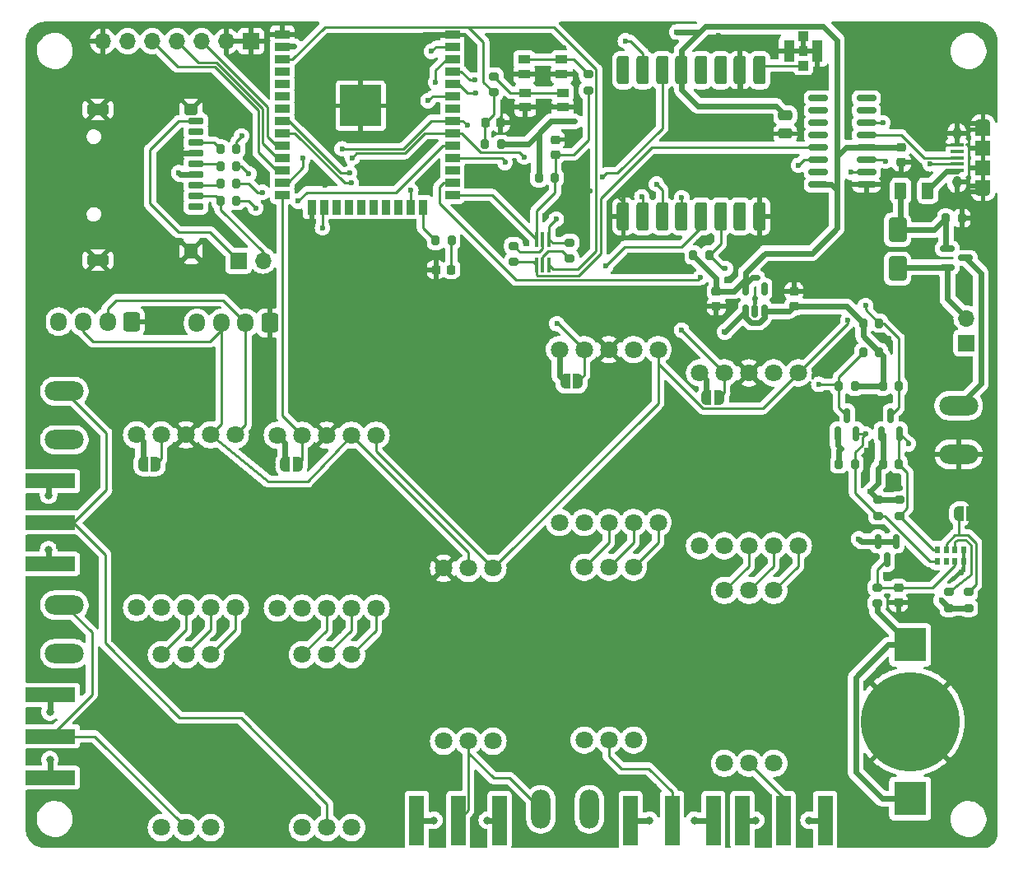
<source format=gtl>
G04 #@! TF.GenerationSoftware,KiCad,Pcbnew,7.0.0-da2b9df05c~171~ubuntu20.04.1*
G04 #@! TF.CreationDate,2023-05-09T13:21:18-04:00*
G04 #@! TF.ProjectId,Phecda_V4,50686563-6461-45f5-9634-2e6b69636164,rev?*
G04 #@! TF.SameCoordinates,Original*
G04 #@! TF.FileFunction,Copper,L1,Top*
G04 #@! TF.FilePolarity,Positive*
%FSLAX46Y46*%
G04 Gerber Fmt 4.6, Leading zero omitted, Abs format (unit mm)*
G04 Created by KiCad (PCBNEW 7.0.0-da2b9df05c~171~ubuntu20.04.1) date 2023-05-09 13:21:18*
%MOMM*%
%LPD*%
G01*
G04 APERTURE LIST*
G04 Aperture macros list*
%AMRoundRect*
0 Rectangle with rounded corners*
0 $1 Rounding radius*
0 $2 $3 $4 $5 $6 $7 $8 $9 X,Y pos of 4 corners*
0 Add a 4 corners polygon primitive as box body*
4,1,4,$2,$3,$4,$5,$6,$7,$8,$9,$2,$3,0*
0 Add four circle primitives for the rounded corners*
1,1,$1+$1,$2,$3*
1,1,$1+$1,$4,$5*
1,1,$1+$1,$6,$7*
1,1,$1+$1,$8,$9*
0 Add four rect primitives between the rounded corners*
20,1,$1+$1,$2,$3,$4,$5,0*
20,1,$1+$1,$4,$5,$6,$7,0*
20,1,$1+$1,$6,$7,$8,$9,0*
20,1,$1+$1,$8,$9,$2,$3,0*%
%AMFreePoly0*
4,1,19,0.500000,-0.750000,0.000000,-0.750000,0.000000,-0.744911,-0.071157,-0.744911,-0.207708,-0.704816,-0.327430,-0.627875,-0.420627,-0.520320,-0.479746,-0.390866,-0.500000,-0.250000,-0.500000,0.250000,-0.479746,0.390866,-0.420627,0.520320,-0.327430,0.627875,-0.207708,0.704816,-0.071157,0.744911,0.000000,0.744911,0.000000,0.750000,0.500000,0.750000,0.500000,-0.750000,0.500000,-0.750000,
$1*%
%AMFreePoly1*
4,1,19,0.000000,0.744911,0.071157,0.744911,0.207708,0.704816,0.327430,0.627875,0.420627,0.520320,0.479746,0.390866,0.500000,0.250000,0.500000,-0.250000,0.479746,-0.390866,0.420627,-0.520320,0.327430,-0.627875,0.207708,-0.704816,0.071157,-0.744911,0.000000,-0.744911,0.000000,-0.750000,-0.500000,-0.750000,-0.500000,0.750000,0.000000,0.750000,0.000000,0.744911,0.000000,0.744911,
$1*%
G04 Aperture macros list end*
G04 #@! TA.AperFunction,SMDPad,CuDef*
%ADD10RoundRect,0.150000X0.150000X-0.587500X0.150000X0.587500X-0.150000X0.587500X-0.150000X-0.587500X0*%
G04 #@! TD*
G04 #@! TA.AperFunction,ComponentPad*
%ADD11R,1.700000X1.700000*%
G04 #@! TD*
G04 #@! TA.AperFunction,ComponentPad*
%ADD12O,1.700000X1.700000*%
G04 #@! TD*
G04 #@! TA.AperFunction,SMDPad,CuDef*
%ADD13FreePoly0,0.000000*%
G04 #@! TD*
G04 #@! TA.AperFunction,SMDPad,CuDef*
%ADD14FreePoly1,0.000000*%
G04 #@! TD*
G04 #@! TA.AperFunction,SMDPad,CuDef*
%ADD15RoundRect,0.150000X-0.587500X-0.150000X0.587500X-0.150000X0.587500X0.150000X-0.587500X0.150000X0*%
G04 #@! TD*
G04 #@! TA.AperFunction,SMDPad,CuDef*
%ADD16RoundRect,0.200000X0.275000X-0.200000X0.275000X0.200000X-0.275000X0.200000X-0.275000X-0.200000X0*%
G04 #@! TD*
G04 #@! TA.AperFunction,SMDPad,CuDef*
%ADD17R,0.400000X1.500000*%
G04 #@! TD*
G04 #@! TA.AperFunction,SMDPad,CuDef*
%ADD18R,3.300000X3.500000*%
G04 #@! TD*
G04 #@! TA.AperFunction,SMDPad,CuDef*
%ADD19C,10.200000*%
G04 #@! TD*
G04 #@! TA.AperFunction,SMDPad,CuDef*
%ADD20RoundRect,0.200000X0.200000X0.275000X-0.200000X0.275000X-0.200000X-0.275000X0.200000X-0.275000X0*%
G04 #@! TD*
G04 #@! TA.AperFunction,SMDPad,CuDef*
%ADD21R,1.500000X5.080000*%
G04 #@! TD*
G04 #@! TA.AperFunction,SMDPad,CuDef*
%ADD22RoundRect,0.200000X-0.200000X-0.275000X0.200000X-0.275000X0.200000X0.275000X-0.200000X0.275000X0*%
G04 #@! TD*
G04 #@! TA.AperFunction,SMDPad,CuDef*
%ADD23RoundRect,0.200000X-0.275000X0.200000X-0.275000X-0.200000X0.275000X-0.200000X0.275000X0.200000X0*%
G04 #@! TD*
G04 #@! TA.AperFunction,SMDPad,CuDef*
%ADD24R,5.080000X1.500000*%
G04 #@! TD*
G04 #@! TA.AperFunction,ComponentPad*
%ADD25RoundRect,0.250000X0.600000X0.725000X-0.600000X0.725000X-0.600000X-0.725000X0.600000X-0.725000X0*%
G04 #@! TD*
G04 #@! TA.AperFunction,ComponentPad*
%ADD26O,1.700000X1.950000*%
G04 #@! TD*
G04 #@! TA.AperFunction,SMDPad,CuDef*
%ADD27RoundRect,0.225000X-0.250000X0.225000X-0.250000X-0.225000X0.250000X-0.225000X0.250000X0.225000X0*%
G04 #@! TD*
G04 #@! TA.AperFunction,SMDPad,CuDef*
%ADD28RoundRect,0.150000X0.150000X-0.512500X0.150000X0.512500X-0.150000X0.512500X-0.150000X-0.512500X0*%
G04 #@! TD*
G04 #@! TA.AperFunction,SMDPad,CuDef*
%ADD29RoundRect,0.225000X0.250000X-0.225000X0.250000X0.225000X-0.250000X0.225000X-0.250000X-0.225000X0*%
G04 #@! TD*
G04 #@! TA.AperFunction,ComponentPad*
%ADD30C,1.800000*%
G04 #@! TD*
G04 #@! TA.AperFunction,SMDPad,CuDef*
%ADD31R,1.350000X0.400000*%
G04 #@! TD*
G04 #@! TA.AperFunction,ComponentPad*
%ADD32O,1.550000X0.890000*%
G04 #@! TD*
G04 #@! TA.AperFunction,SMDPad,CuDef*
%ADD33R,1.550000X1.200000*%
G04 #@! TD*
G04 #@! TA.AperFunction,ComponentPad*
%ADD34O,0.950000X1.250000*%
G04 #@! TD*
G04 #@! TA.AperFunction,SMDPad,CuDef*
%ADD35R,1.550000X1.500000*%
G04 #@! TD*
G04 #@! TA.AperFunction,SMDPad,CuDef*
%ADD36RoundRect,0.250000X0.375000X0.625000X-0.375000X0.625000X-0.375000X-0.625000X0.375000X-0.625000X0*%
G04 #@! TD*
G04 #@! TA.AperFunction,SMDPad,CuDef*
%ADD37RoundRect,0.218750X-0.218750X-0.256250X0.218750X-0.256250X0.218750X0.256250X-0.218750X0.256250X0*%
G04 #@! TD*
G04 #@! TA.AperFunction,SMDPad,CuDef*
%ADD38RoundRect,0.250000X0.650000X-1.000000X0.650000X1.000000X-0.650000X1.000000X-0.650000X-1.000000X0*%
G04 #@! TD*
G04 #@! TA.AperFunction,SMDPad,CuDef*
%ADD39R,1.250000X0.900000*%
G04 #@! TD*
G04 #@! TA.AperFunction,SMDPad,CuDef*
%ADD40R,0.500000X0.800000*%
G04 #@! TD*
G04 #@! TA.AperFunction,SMDPad,CuDef*
%ADD41RoundRect,0.150000X0.825000X0.150000X-0.825000X0.150000X-0.825000X-0.150000X0.825000X-0.150000X0*%
G04 #@! TD*
G04 #@! TA.AperFunction,SMDPad,CuDef*
%ADD42RoundRect,0.150000X-0.150000X0.587500X-0.150000X-0.587500X0.150000X-0.587500X0.150000X0.587500X0*%
G04 #@! TD*
G04 #@! TA.AperFunction,SMDPad,CuDef*
%ADD43RoundRect,0.225000X-0.225000X-0.250000X0.225000X-0.250000X0.225000X0.250000X-0.225000X0.250000X0*%
G04 #@! TD*
G04 #@! TA.AperFunction,SMDPad,CuDef*
%ADD44R,1.500000X0.900000*%
G04 #@! TD*
G04 #@! TA.AperFunction,SMDPad,CuDef*
%ADD45R,0.900000X1.500000*%
G04 #@! TD*
G04 #@! TA.AperFunction,SMDPad,CuDef*
%ADD46R,1.050000X1.050000*%
G04 #@! TD*
G04 #@! TA.AperFunction,HeatsinkPad*
%ADD47C,0.600000*%
G04 #@! TD*
G04 #@! TA.AperFunction,SMDPad,CuDef*
%ADD48R,4.200000X4.200000*%
G04 #@! TD*
G04 #@! TA.AperFunction,ComponentPad*
%ADD49O,4.000000X2.000000*%
G04 #@! TD*
G04 #@! TA.AperFunction,SMDPad,CuDef*
%ADD50R,1.000000X1.000000*%
G04 #@! TD*
G04 #@! TA.AperFunction,SMDPad,CuDef*
%ADD51R,1.050000X2.200000*%
G04 #@! TD*
G04 #@! TA.AperFunction,SMDPad,CuDef*
%ADD52RoundRect,0.250000X0.475000X-0.250000X0.475000X0.250000X-0.475000X0.250000X-0.475000X-0.250000X0*%
G04 #@! TD*
G04 #@! TA.AperFunction,ComponentPad*
%ADD53O,2.000000X4.000000*%
G04 #@! TD*
G04 #@! TA.AperFunction,SMDPad,CuDef*
%ADD54RoundRect,0.175000X0.625000X-0.175000X0.625000X0.175000X-0.625000X0.175000X-0.625000X-0.175000X0*%
G04 #@! TD*
G04 #@! TA.AperFunction,SMDPad,CuDef*
%ADD55RoundRect,0.300000X0.400000X-0.300000X0.400000X0.300000X-0.400000X0.300000X-0.400000X-0.300000X0*%
G04 #@! TD*
G04 #@! TA.AperFunction,SMDPad,CuDef*
%ADD56RoundRect,0.300000X0.800000X-0.300000X0.800000X0.300000X-0.800000X0.300000X-0.800000X-0.300000X0*%
G04 #@! TD*
G04 #@! TA.AperFunction,SMDPad,CuDef*
%ADD57RoundRect,0.350000X0.350000X-0.450000X0.350000X0.450000X-0.350000X0.450000X-0.350000X-0.450000X0*%
G04 #@! TD*
G04 #@! TA.AperFunction,SMDPad,CuDef*
%ADD58RoundRect,0.317500X0.317500X-1.157500X0.317500X1.157500X-0.317500X1.157500X-0.317500X-1.157500X0*%
G04 #@! TD*
G04 #@! TA.AperFunction,ViaPad*
%ADD59C,0.600000*%
G04 #@! TD*
G04 #@! TA.AperFunction,ViaPad*
%ADD60C,0.800000*%
G04 #@! TD*
G04 #@! TA.AperFunction,Conductor*
%ADD61C,0.609600*%
G04 #@! TD*
G04 #@! TA.AperFunction,Conductor*
%ADD62C,0.250000*%
G04 #@! TD*
G04 #@! TA.AperFunction,Conductor*
%ADD63C,0.254000*%
G04 #@! TD*
G04 APERTURE END LIST*
D10*
X129050000Y-81375000D03*
X130950000Y-81375000D03*
X130000000Y-79500000D03*
D11*
X62894999Y-63569999D03*
D12*
X65434999Y-63569999D03*
D13*
X53100000Y-84500000D03*
D14*
X54400000Y-84500000D03*
D13*
X67700000Y-84500000D03*
D14*
X69000000Y-84500000D03*
D15*
X135825000Y-62350000D03*
X135825000Y-64250000D03*
X137700000Y-63300000D03*
D16*
X136000000Y-99325000D03*
X136000000Y-97675000D03*
D17*
X94849999Y-61369999D03*
X94199999Y-61369999D03*
X93549999Y-61369999D03*
X93549999Y-64029999D03*
X94199999Y-64029999D03*
X94849999Y-64029999D03*
D18*
X131999999Y-118899999D03*
X131999999Y-103099999D03*
D19*
X132000000Y-111000000D03*
D20*
X62695000Y-55643332D03*
X61045000Y-55643332D03*
D21*
X85499999Y-121137499D03*
X89749999Y-121137499D03*
X81249999Y-121137499D03*
D22*
X124675000Y-84500000D03*
X126325000Y-84500000D03*
D23*
X130900000Y-88175000D03*
X130900000Y-89825000D03*
D24*
X43562499Y-112499999D03*
X43562499Y-116749999D03*
X43562499Y-108249999D03*
D25*
X66140000Y-69980000D03*
D26*
X63639999Y-69979999D03*
X61139999Y-69979999D03*
X58639999Y-69979999D03*
D27*
X131100000Y-51925000D03*
X131100000Y-53475000D03*
D28*
X115100000Y-68775000D03*
X116050000Y-68775000D03*
X117000000Y-68775000D03*
X117000000Y-66500000D03*
X115100000Y-66500000D03*
D29*
X95500000Y-52667200D03*
X95500000Y-51117200D03*
D13*
X111050000Y-77700000D03*
D14*
X112350000Y-77700000D03*
D20*
X62695000Y-53866666D03*
X61045000Y-53866666D03*
X89925000Y-51600000D03*
X88275000Y-51600000D03*
D30*
X112900000Y-97500000D03*
X115440000Y-97500000D03*
X117980000Y-97500000D03*
X117980000Y-115280000D03*
X115440000Y-115280000D03*
X112900000Y-115280000D03*
D22*
X109675000Y-63000000D03*
X111325000Y-63000000D03*
X129175000Y-76500000D03*
X130825000Y-76500000D03*
D31*
X136799999Y-54299999D03*
X136799999Y-53649999D03*
X136799999Y-52999999D03*
X136799999Y-52349999D03*
X136799999Y-51699999D03*
D32*
X139499999Y-56499999D03*
D33*
X139499999Y-55899999D03*
D34*
X136799999Y-55499999D03*
D35*
X139499999Y-53999999D03*
X139499999Y-51999999D03*
D34*
X136799999Y-50499999D03*
D33*
X139499999Y-50099999D03*
D32*
X139499999Y-49499999D03*
D36*
X133800000Y-56400000D03*
X131000000Y-56400000D03*
D20*
X62695000Y-52090000D03*
X61045000Y-52090000D03*
D29*
X120050000Y-68275000D03*
X120050000Y-66725000D03*
D37*
X83212500Y-64500000D03*
X84787500Y-64500000D03*
D30*
X66900000Y-81520000D03*
X69440000Y-81520000D03*
X71980000Y-81520000D03*
X74520000Y-81520000D03*
X77060000Y-81520000D03*
X77060000Y-99300000D03*
X74520000Y-99300000D03*
X71980000Y-99300000D03*
X69440000Y-99300000D03*
X66900000Y-99300000D03*
D23*
X128600000Y-97175000D03*
X128600000Y-98825000D03*
D30*
X54960000Y-104110000D03*
X57500000Y-104110000D03*
X60040000Y-104110000D03*
X60040000Y-121890000D03*
X57500000Y-121890000D03*
X54960000Y-121890000D03*
D22*
X129175000Y-84500000D03*
X130825000Y-84500000D03*
D30*
X52420000Y-81500000D03*
X54960000Y-81500000D03*
X57500000Y-81500000D03*
X60040000Y-81500000D03*
X62580000Y-81500000D03*
X62580000Y-99280000D03*
X60040000Y-99280000D03*
X57500000Y-99280000D03*
X54960000Y-99280000D03*
X52420000Y-99280000D03*
D38*
X130700000Y-64400000D03*
X130700000Y-60400000D03*
D27*
X130800000Y-97225000D03*
X130800000Y-98775000D03*
D16*
X96980000Y-63365000D03*
X96980000Y-61715000D03*
D39*
X92299999Y-44399999D03*
X96149999Y-44399999D03*
X92299999Y-42899999D03*
X96149999Y-42899999D03*
D40*
X134799999Y-94499999D03*
X135699999Y-94499999D03*
X136599999Y-94499999D03*
X137499999Y-94499999D03*
X137499999Y-93299999D03*
X136599999Y-93299999D03*
X135699999Y-93299999D03*
X134799999Y-93299999D03*
D39*
X92399999Y-47799999D03*
X96249999Y-47799999D03*
X92399999Y-46299999D03*
X96249999Y-46299999D03*
D30*
X95920000Y-72720000D03*
X98460000Y-72720000D03*
X101000000Y-72720000D03*
X103540000Y-72720000D03*
X106080000Y-72720000D03*
X106080000Y-90500000D03*
X103540000Y-90500000D03*
X101000000Y-90500000D03*
X98460000Y-90500000D03*
X95920000Y-90500000D03*
D41*
X127500000Y-55750000D03*
X127500000Y-54480000D03*
X127500000Y-53210000D03*
X127500000Y-51940000D03*
X127500000Y-50670000D03*
X127500000Y-49400000D03*
X127500000Y-48130000D03*
X127500000Y-46860000D03*
X122550000Y-46860000D03*
X122550000Y-48130000D03*
X122550000Y-49400000D03*
X122550000Y-50670000D03*
X122550000Y-51940000D03*
X122550000Y-53210000D03*
X122550000Y-54480000D03*
X122550000Y-55750000D03*
D30*
X69460000Y-104110000D03*
X72000000Y-104110000D03*
X74540000Y-104110000D03*
X74540000Y-121890000D03*
X72000000Y-121890000D03*
X69460000Y-121890000D03*
D10*
X124550000Y-81375000D03*
X126450000Y-81375000D03*
X125500000Y-79500000D03*
D22*
X135675000Y-59200000D03*
X137325000Y-59200000D03*
D11*
X64199999Y-40999999D03*
D12*
X61659999Y-40999999D03*
X59119999Y-40999999D03*
X56579999Y-40999999D03*
X54039999Y-40999999D03*
X51499999Y-40999999D03*
X48959999Y-40999999D03*
D13*
X96500000Y-76000000D03*
D14*
X97800000Y-76000000D03*
D16*
X98900000Y-46050000D03*
X98900000Y-44400000D03*
X91200000Y-63695000D03*
X91200000Y-62045000D03*
D20*
X126325000Y-76500000D03*
X124675000Y-76500000D03*
D42*
X130587500Y-92462500D03*
X128687500Y-92462500D03*
X129637500Y-94337500D03*
D43*
X88325000Y-49400000D03*
X89875000Y-49400000D03*
D44*
X67404999Y-40299999D03*
X67404999Y-41569999D03*
X67404999Y-42839999D03*
X67404999Y-44109999D03*
X67404999Y-45379999D03*
X67404999Y-46649999D03*
X67404999Y-47919999D03*
X67404999Y-49189999D03*
X67404999Y-50459999D03*
X67404999Y-51729999D03*
X67404999Y-52999999D03*
X67404999Y-54269999D03*
X67404999Y-55539999D03*
X67404999Y-56809999D03*
D45*
X70444999Y-58059999D03*
X71714999Y-58059999D03*
X72984999Y-58059999D03*
X74254999Y-58059999D03*
X75524999Y-58059999D03*
X76794999Y-58059999D03*
X78064999Y-58059999D03*
X79334999Y-58059999D03*
X80604999Y-58059999D03*
X81874999Y-58059999D03*
D44*
X84904999Y-56809999D03*
X84904999Y-55539999D03*
X84904999Y-54269999D03*
X84904999Y-52999999D03*
X84904999Y-51729999D03*
X84904999Y-50459999D03*
X84904999Y-49189999D03*
X84904999Y-47919999D03*
X84904999Y-46649999D03*
X84904999Y-45379999D03*
X84904999Y-44109999D03*
X84904999Y-42839999D03*
X84904999Y-41569999D03*
X84904999Y-40299999D03*
D46*
X73949999Y-46114999D03*
D47*
X73950000Y-46877500D03*
D46*
X73949999Y-47639999D03*
D47*
X73950000Y-48402500D03*
D46*
X73949999Y-49164999D03*
D47*
X74712500Y-46115000D03*
X74712500Y-47640000D03*
X74712500Y-49165000D03*
D46*
X75474999Y-46114999D03*
D47*
X75475000Y-46877500D03*
D46*
X75474999Y-47639999D03*
D48*
X75474999Y-47639999D03*
D47*
X75475000Y-48402500D03*
D46*
X75474999Y-49164999D03*
D47*
X76237500Y-46115000D03*
X76237500Y-47640000D03*
X76237500Y-49165000D03*
D46*
X76999999Y-46114999D03*
D47*
X77000000Y-46877500D03*
D46*
X76999999Y-47639999D03*
D47*
X77000000Y-48402500D03*
D46*
X76999999Y-49164999D03*
D30*
X98460000Y-95110000D03*
X101000000Y-95110000D03*
X103540000Y-95110000D03*
X103540000Y-112890000D03*
X101000000Y-112890000D03*
X98460000Y-112890000D03*
D49*
X44999999Y-103999999D03*
X44999999Y-98999999D03*
D21*
X118999999Y-121137499D03*
X123249999Y-121137499D03*
X114749999Y-121137499D03*
D27*
X112050000Y-66725000D03*
X112050000Y-68275000D03*
D24*
X43562499Y-90499999D03*
X43562499Y-94749999D03*
X43562499Y-86249999D03*
D50*
X120999999Y-43499999D03*
D51*
X119524999Y-41999999D03*
D50*
X120999999Y-40499999D03*
D51*
X122474999Y-41999999D03*
D22*
X83175000Y-61500000D03*
X84825000Y-61500000D03*
X127175000Y-70000000D03*
X128825000Y-70000000D03*
D16*
X89200000Y-46250000D03*
X89200000Y-44600000D03*
D30*
X110340000Y-75120000D03*
X112880000Y-75120000D03*
X115420000Y-75120000D03*
X117960000Y-75120000D03*
X120500000Y-75120000D03*
X120500000Y-92900000D03*
X117960000Y-92900000D03*
X115420000Y-92900000D03*
X112880000Y-92900000D03*
X110340000Y-92900000D03*
D22*
X93825000Y-55050000D03*
X95475000Y-55050000D03*
D52*
X119150000Y-50520000D03*
X119150000Y-48620000D03*
D49*
X44999999Y-81999999D03*
X44999999Y-76999999D03*
D20*
X62695000Y-57420000D03*
X61045000Y-57420000D03*
D53*
X98999999Y-119999999D03*
X93999999Y-119999999D03*
D30*
X84000000Y-95220000D03*
X86540000Y-95220000D03*
X89080000Y-95220000D03*
X89080000Y-113000000D03*
X86540000Y-113000000D03*
X84000000Y-113000000D03*
D25*
X51920000Y-69860000D03*
D26*
X49419999Y-69859999D03*
X46919999Y-69859999D03*
X44419999Y-69859999D03*
D54*
X58530000Y-58010000D03*
X58530000Y-56910000D03*
X58530000Y-55810000D03*
X58530000Y-54710000D03*
X58530000Y-53610000D03*
X58530000Y-52510000D03*
X58530000Y-51410000D03*
X58530000Y-50310000D03*
X58530000Y-49210000D03*
D55*
X58030000Y-48010000D03*
D56*
X48430000Y-48010000D03*
D57*
X58030000Y-62610000D03*
D56*
X48430000Y-63510000D03*
D21*
X107499999Y-121137499D03*
X111749999Y-121137499D03*
X103249999Y-121137499D03*
D58*
X102500000Y-59025000D03*
X104500000Y-59025000D03*
X106500000Y-59025000D03*
X108500000Y-59025000D03*
X110500000Y-59025000D03*
X112500000Y-59025000D03*
X114500000Y-59025000D03*
X116500000Y-59025000D03*
X116500000Y-43975000D03*
X114500000Y-43975000D03*
X112500000Y-43975000D03*
X110500000Y-43975000D03*
X108500000Y-43975000D03*
X106500000Y-43975000D03*
X104500000Y-43975000D03*
X102500000Y-43975000D03*
D11*
X137799999Y-72039999D03*
D12*
X137799999Y-69499999D03*
D13*
X137000000Y-89600000D03*
D14*
X138300000Y-89600000D03*
D16*
X138000000Y-99325000D03*
X138000000Y-97675000D03*
D49*
X136999999Y-78499999D03*
X136999999Y-83499999D03*
D23*
X128700000Y-88175000D03*
X128700000Y-89825000D03*
D20*
X128825000Y-73000000D03*
X127175000Y-73000000D03*
D59*
X124700000Y-92400000D03*
X117000000Y-119300000D03*
X125900000Y-88300000D03*
X137300000Y-95700000D03*
X120100000Y-64750000D03*
X56000000Y-91100000D03*
X65050000Y-68110000D03*
X65500000Y-120100000D03*
X55300000Y-56840000D03*
X88800000Y-59000000D03*
X83090000Y-53980000D03*
X131000000Y-49500000D03*
X91600000Y-120200000D03*
X112300000Y-40400000D03*
X50370000Y-61730000D03*
X105600000Y-64500000D03*
X98100000Y-57100000D03*
X79500000Y-49500000D03*
X48500000Y-116100000D03*
X70900000Y-44600000D03*
X122350000Y-78550000D03*
X104550000Y-92850000D03*
X95850000Y-80550000D03*
X58530000Y-72980000D03*
X45800000Y-106300000D03*
X90640000Y-41970000D03*
X96400000Y-119300000D03*
X45120000Y-73020000D03*
X98000000Y-123100000D03*
X42300000Y-79600000D03*
X90800000Y-84700000D03*
X112000000Y-55100000D03*
X98150000Y-92700000D03*
X119500000Y-55400000D03*
X48600000Y-121900000D03*
X55430000Y-53610000D03*
X119350000Y-94900000D03*
X120410000Y-46480000D03*
X58550000Y-101550000D03*
X123140000Y-44100000D03*
X54300000Y-101500000D03*
X99075500Y-56420000D03*
X50340000Y-73130000D03*
X73710000Y-50770000D03*
X65200000Y-77350000D03*
X103400000Y-102400000D03*
X54160000Y-49170000D03*
X116098823Y-68699902D03*
X48400000Y-76850000D03*
X116400000Y-94900000D03*
X118800000Y-103900000D03*
X127110000Y-60390000D03*
X58470000Y-76010000D03*
X129800000Y-71600000D03*
X130975500Y-87000000D03*
X47200000Y-43000000D03*
X98050000Y-47790000D03*
X112050000Y-68275000D03*
X66950000Y-88600000D03*
X42600000Y-101200000D03*
X136550000Y-57400000D03*
X65300000Y-43150000D03*
X109400000Y-117150000D03*
X134600000Y-89000000D03*
X82200000Y-116300000D03*
X72320000Y-49200000D03*
X126190000Y-44930000D03*
X87400000Y-116800000D03*
X87400000Y-55300000D03*
X41700000Y-114800000D03*
X113260000Y-110990000D03*
X62450000Y-107900000D03*
X132000000Y-45300000D03*
X74900000Y-68600000D03*
X138450000Y-107450000D03*
X69750000Y-106950000D03*
X76200000Y-86400000D03*
X65540000Y-60490000D03*
X120660000Y-59760000D03*
X127200000Y-77800000D03*
X121200000Y-122800000D03*
X101850951Y-56949049D03*
X87800000Y-102400000D03*
X79480000Y-62270000D03*
X80950000Y-83100000D03*
X81760000Y-40480000D03*
X42200000Y-88400000D03*
X125800000Y-41440000D03*
X133900000Y-66250000D03*
X138000000Y-50900000D03*
X132800000Y-99150000D03*
X55570000Y-45080000D03*
X48350000Y-90050000D03*
X71840000Y-55780000D03*
X58530000Y-79370000D03*
X87600000Y-122400000D03*
X101850000Y-92700000D03*
X112700000Y-95300000D03*
X69010000Y-61910000D03*
X114900000Y-61600000D03*
X79260000Y-45410000D03*
X55250000Y-70050000D03*
X110230000Y-61630000D03*
X120050000Y-66725000D03*
X44820000Y-65950000D03*
X96640000Y-50290000D03*
X55300000Y-112900000D03*
X135050000Y-51550000D03*
X116800000Y-122600000D03*
X60920000Y-60010000D03*
X69050000Y-101500000D03*
X65200000Y-72550000D03*
X91063013Y-57246754D03*
X113400000Y-84600000D03*
X71050000Y-65700000D03*
X126900000Y-121300000D03*
X42000000Y-110600000D03*
X139100000Y-103200000D03*
X73250000Y-101700000D03*
X123200000Y-74400000D03*
X106610000Y-41200000D03*
X111800000Y-49600000D03*
X45920000Y-55260000D03*
X134200000Y-95600000D03*
X104900000Y-119900000D03*
X127530000Y-83040000D03*
X54000000Y-96700000D03*
X125700000Y-72700000D03*
X74590000Y-62370000D03*
X98650000Y-67750000D03*
X76500000Y-111400000D03*
X71300000Y-110400000D03*
X89100000Y-43000000D03*
X123900000Y-98400000D03*
X56560000Y-58550000D03*
X77750000Y-121450000D03*
X130600000Y-95800000D03*
X61600000Y-119100000D03*
X139700000Y-89700000D03*
X89900000Y-60600000D03*
X105300000Y-67400000D03*
X46800000Y-60520000D03*
X44600000Y-88000000D03*
X83700000Y-123100000D03*
X104000000Y-40400000D03*
X89450000Y-89610000D03*
X117040000Y-41210000D03*
X49100000Y-109000000D03*
X72150000Y-76400000D03*
X121450000Y-115800000D03*
X56100000Y-75950000D03*
X78200000Y-55000000D03*
X82500000Y-55400000D03*
X77020000Y-41900000D03*
X62850000Y-91130000D03*
X103660000Y-49340000D03*
X133900000Y-72400000D03*
X94240000Y-44860000D03*
X61100000Y-101350000D03*
X59950000Y-86200000D03*
X42200000Y-92800000D03*
X95100000Y-47700000D03*
X133000000Y-74400000D03*
X139800000Y-60100000D03*
X120200000Y-71500000D03*
X106660000Y-53780000D03*
X91000000Y-73050000D03*
X60450000Y-65240000D03*
X44400000Y-93000000D03*
X79170000Y-46400000D03*
X137400000Y-66800000D03*
X132750000Y-81850000D03*
X105650000Y-117610000D03*
X46380000Y-51520000D03*
X114500000Y-46300000D03*
X75950000Y-101400000D03*
X80550000Y-90950000D03*
X139150000Y-116650000D03*
X100000000Y-42300000D03*
X88800000Y-66050000D03*
X96400000Y-41700000D03*
X133500000Y-62300000D03*
X129175000Y-75000000D03*
X112900000Y-70900000D03*
X68600000Y-41500000D03*
X127862500Y-87337500D03*
X97470000Y-49240000D03*
X124885000Y-82885000D03*
X116270000Y-65320000D03*
X107990000Y-40060000D03*
X135187500Y-98512500D03*
X126710000Y-92190000D03*
X56760000Y-54520000D03*
X125600000Y-69700000D03*
X127400000Y-68200000D03*
X122600000Y-76300000D03*
D60*
X88500000Y-121137500D03*
X83000000Y-121137500D03*
X43362500Y-93300000D03*
X43362500Y-87700000D03*
X43500000Y-110000000D03*
X43500000Y-114900000D03*
X121600000Y-121137500D03*
X116100000Y-121137500D03*
X105200000Y-121137500D03*
X109800000Y-121137500D03*
D59*
X74320000Y-54560000D03*
X95650000Y-70050000D03*
X71550000Y-60200000D03*
X74500000Y-55600000D03*
X108480000Y-70720000D03*
X120510000Y-53770000D03*
X95600000Y-59300000D03*
X127400000Y-81400000D03*
X82400000Y-47120000D03*
X83190000Y-45230000D03*
X131830000Y-82420000D03*
X65350000Y-56540000D03*
X82760000Y-42050000D03*
X105910000Y-55700000D03*
X69045000Y-57455000D03*
X64670000Y-58150000D03*
X63980000Y-54660000D03*
X108500000Y-57100000D03*
X74620000Y-52980000D03*
X92278411Y-52911589D03*
X73560000Y-52080000D03*
X63220000Y-50760000D03*
X86450000Y-49650000D03*
X104400000Y-57000000D03*
X110400000Y-65300000D03*
X113000000Y-64400000D03*
X125900000Y-54500000D03*
X87320000Y-46320000D03*
X87230000Y-45000000D03*
X129490000Y-53330000D03*
X102700000Y-40970000D03*
X69530000Y-53030000D03*
X80620000Y-56330000D03*
X100700000Y-64100000D03*
X100328500Y-54990000D03*
X90320000Y-53470000D03*
X134050000Y-53626500D03*
X129200000Y-49400000D03*
D61*
X130500000Y-103100000D02*
X132000000Y-103100000D01*
X126395200Y-116195200D02*
X129100000Y-118900000D01*
X126395200Y-106445200D02*
X126395200Y-116195200D01*
X129740400Y-103100000D02*
X126395200Y-106445200D01*
X129775000Y-103100000D02*
X130300000Y-103100000D01*
X128600000Y-98825000D02*
X128600000Y-99700000D01*
X129100000Y-118900000D02*
X132000000Y-118900000D01*
X128600000Y-99700000D02*
X132000000Y-103100000D01*
X132000000Y-103100000D02*
X130300000Y-103100000D01*
X130300000Y-103100000D02*
X129740400Y-103100000D01*
D62*
X116050000Y-68775000D02*
X116050000Y-68748725D01*
X116050000Y-68748725D02*
X116098823Y-68699902D01*
X101850951Y-56949049D02*
X102500000Y-57598098D01*
X102500000Y-57598098D02*
X102500000Y-59025000D01*
D61*
X114500000Y-43975000D02*
X114500000Y-46300000D01*
X58530000Y-52510000D02*
X56530000Y-52510000D01*
X81760000Y-40480000D02*
X81940000Y-40300000D01*
D63*
X136800000Y-51700000D02*
X135200000Y-51700000D01*
D61*
X56530000Y-52510000D02*
X55430000Y-53610000D01*
D62*
X96250000Y-47800000D02*
X95200000Y-47800000D01*
D61*
X81940000Y-40300000D02*
X84905000Y-40300000D01*
D62*
X114500000Y-43975000D02*
X114500000Y-43700000D01*
X95200000Y-47800000D02*
X95100000Y-47700000D01*
D63*
X135200000Y-51700000D02*
X135050000Y-51550000D01*
D61*
X111050000Y-77700000D02*
X111050000Y-75830000D01*
X112975000Y-70900000D02*
X115100000Y-68775000D01*
X117000000Y-68775000D02*
X119550000Y-68775000D01*
X115100000Y-69413527D02*
X115628773Y-69942300D01*
X111050000Y-75830000D02*
X110340000Y-75120000D01*
X129175000Y-75000000D02*
X129175000Y-73350000D01*
X125450000Y-68275000D02*
X127175000Y-70000000D01*
X127175000Y-70000000D02*
X127175000Y-71350000D01*
X129175000Y-75000000D02*
X129175000Y-76500000D01*
X53100000Y-82180000D02*
X52420000Y-81500000D01*
X95920000Y-75420000D02*
X96500000Y-76000000D01*
X53100000Y-84500000D02*
X53100000Y-82180000D01*
X112900000Y-70900000D02*
X112975000Y-70900000D01*
X67700000Y-84500000D02*
X67700000Y-82320000D01*
X117000000Y-69413527D02*
X117000000Y-68775000D01*
X119550000Y-68775000D02*
X120050000Y-68275000D01*
X127175000Y-71350000D02*
X128825000Y-73000000D01*
X115628773Y-69942300D02*
X116471227Y-69942300D01*
X67700000Y-82320000D02*
X66900000Y-81520000D01*
X120050000Y-68275000D02*
X125450000Y-68275000D01*
X116471227Y-69942300D02*
X117000000Y-69413527D01*
X115100000Y-68775000D02*
X115100000Y-69413527D01*
X126325000Y-76500000D02*
X129175000Y-76500000D01*
X129175000Y-73350000D02*
X128825000Y-73000000D01*
X95920000Y-72720000D02*
X95920000Y-75420000D01*
X117070000Y-62800000D02*
X121900000Y-62800000D01*
X124550000Y-82550000D02*
X124550000Y-81375000D01*
X110180000Y-47650000D02*
X118180000Y-47650000D01*
X115770000Y-65320000D02*
X115100000Y-65990000D01*
X92690000Y-51600000D02*
X93825000Y-50465000D01*
X89925000Y-51600000D02*
X92690000Y-51600000D01*
X121900000Y-62800000D02*
X124460000Y-60240000D01*
X128700000Y-88175000D02*
X130900000Y-88175000D01*
X68600000Y-41500000D02*
X67475000Y-41500000D01*
X115100000Y-65990000D02*
X115100000Y-66500000D01*
X136000000Y-99325000D02*
X135187500Y-98512500D01*
X110904800Y-39495200D02*
X108500000Y-41900000D01*
X108500000Y-41900000D02*
X108500000Y-43975000D01*
X93825000Y-55050000D02*
X93825000Y-50465000D01*
X125370000Y-51940000D02*
X124460000Y-52850000D01*
X127500000Y-51940000D02*
X131085000Y-51940000D01*
X107990000Y-40060000D02*
X110340000Y-40060000D01*
X124885000Y-82885000D02*
X124675000Y-83095000D01*
X129175000Y-84500000D02*
X129175000Y-81500000D01*
X118180000Y-47650000D02*
X119150000Y-48620000D01*
X115100000Y-64770000D02*
X117070000Y-62800000D01*
X124460000Y-52850000D02*
X124460000Y-40910000D01*
X58530000Y-54710000D02*
X56950000Y-54710000D01*
X115100000Y-65480000D02*
X115100000Y-64770000D01*
X124675000Y-83095000D02*
X124675000Y-84500000D01*
X124885000Y-82885000D02*
X124550000Y-82550000D01*
X127500000Y-51940000D02*
X125370000Y-51940000D01*
X56950000Y-54710000D02*
X56760000Y-54520000D01*
X108500000Y-43975000D02*
X108500000Y-45970000D01*
X128687500Y-92462500D02*
X130587500Y-92462500D01*
X122550000Y-55750000D02*
X123910000Y-55750000D01*
X116270000Y-65320000D02*
X115770000Y-65320000D01*
X123910000Y-55750000D02*
X124460000Y-56300000D01*
X127862500Y-87337500D02*
X128700000Y-86500000D01*
X67475000Y-41500000D02*
X67405000Y-41570000D01*
X126982500Y-92462500D02*
X126710000Y-92190000D01*
X124460000Y-56300000D02*
X124460000Y-52850000D01*
X124460000Y-40910000D02*
X123045200Y-39495200D01*
X124460000Y-60240000D02*
X124460000Y-56300000D01*
X128700000Y-86500000D02*
X128700000Y-84975000D01*
X113855000Y-66725000D02*
X115100000Y-65480000D01*
X123045200Y-39495200D02*
X110904800Y-39495200D01*
X138000000Y-99325000D02*
X136000000Y-99325000D01*
X112050000Y-66725000D02*
X112050000Y-65375000D01*
X95050000Y-49240000D02*
X97470000Y-49240000D01*
X110340000Y-40060000D02*
X110904800Y-39495200D01*
X128700000Y-84975000D02*
X129175000Y-84500000D01*
X108500000Y-45970000D02*
X110180000Y-47650000D01*
X93825000Y-50465000D02*
X95050000Y-49240000D01*
X112050000Y-66725000D02*
X113855000Y-66725000D01*
X115100000Y-65480000D02*
X115100000Y-66500000D01*
X128687500Y-92462500D02*
X126982500Y-92462500D01*
X131085000Y-51940000D02*
X131100000Y-51925000D01*
X127862500Y-87337500D02*
X128700000Y-88175000D01*
X112050000Y-65375000D02*
X109675000Y-63000000D01*
X129175000Y-81500000D02*
X129050000Y-81375000D01*
D63*
X98900000Y-51150000D02*
X97382800Y-52667200D01*
X97382800Y-52667200D02*
X95500000Y-52667200D01*
D62*
X88990000Y-56810000D02*
X84905000Y-56810000D01*
D63*
X95475000Y-55050000D02*
X95475000Y-56545000D01*
X95500000Y-52667200D02*
X95500000Y-55025000D01*
X98900000Y-46050000D02*
X98900000Y-51150000D01*
X95475000Y-56545000D02*
X93550000Y-58470000D01*
X93550000Y-58470000D02*
X93550000Y-61370000D01*
D62*
X93550000Y-61370000D02*
X88990000Y-56810000D01*
D63*
X95500000Y-55025000D02*
X95475000Y-55050000D01*
X88275000Y-49450000D02*
X88325000Y-49400000D01*
X97840000Y-64460000D02*
X99702000Y-62598000D01*
X89200000Y-46250000D02*
X89140000Y-46250000D01*
X95280000Y-64460000D02*
X97840000Y-64460000D01*
X86530000Y-39523000D02*
X85700000Y-39523000D01*
X99702000Y-62598000D02*
X99702000Y-43902000D01*
X99702000Y-43902000D02*
X95323000Y-39523000D01*
X85700000Y-39523000D02*
X71777000Y-39523000D01*
X88080000Y-41073000D02*
X86530000Y-39523000D01*
X89140000Y-46250000D02*
X88080000Y-45190000D01*
X88275000Y-51600000D02*
X88275000Y-49450000D01*
X68460000Y-42840000D02*
X67405000Y-42840000D01*
X89200000Y-48525000D02*
X89200000Y-46250000D01*
X94850000Y-64030000D02*
X95280000Y-64460000D01*
X95323000Y-39523000D02*
X86530000Y-39523000D01*
X88080000Y-45190000D02*
X88080000Y-41073000D01*
X71777000Y-39523000D02*
X68460000Y-42840000D01*
X88325000Y-49400000D02*
X89200000Y-48525000D01*
D61*
X135675000Y-62200000D02*
X135825000Y-62350000D01*
X135675000Y-59200000D02*
X135675000Y-62200000D01*
X130700000Y-60400000D02*
X134475000Y-60400000D01*
X134475000Y-60400000D02*
X135675000Y-59200000D01*
X131000000Y-60100000D02*
X130700000Y-60400000D01*
X131000000Y-56400000D02*
X131000000Y-60100000D01*
X133800000Y-56400000D02*
X133800000Y-56300000D01*
X133800000Y-56300000D02*
X135745200Y-54354800D01*
X135745200Y-54354800D02*
X136800000Y-54354800D01*
D63*
X135700000Y-92713632D02*
X135700000Y-93300000D01*
X138767095Y-96907905D02*
X138767095Y-92606525D01*
X138767095Y-92606525D02*
X137975234Y-91814664D01*
X137000000Y-89600000D02*
X137000000Y-91814664D01*
X136598968Y-91814664D02*
X135700000Y-92713632D01*
X137975234Y-91814664D02*
X137000000Y-91814664D01*
X138000000Y-97675000D02*
X138767095Y-96907905D01*
X137000000Y-91814664D02*
X136598968Y-91814664D01*
D62*
X50290000Y-67630000D02*
X61290000Y-67630000D01*
D63*
X130825000Y-76500000D02*
X130825000Y-72800000D01*
X106080000Y-72720000D02*
X106080000Y-74149555D01*
X120500000Y-75120000D02*
X125600000Y-70020000D01*
X127400000Y-68575000D02*
X128825000Y-70000000D01*
X77060000Y-83200000D02*
X77060000Y-81520000D01*
D62*
X130825000Y-71565000D02*
X130825000Y-72800000D01*
D63*
X130000000Y-79500000D02*
X130825000Y-78675000D01*
D62*
X129260000Y-70000000D02*
X130825000Y-71565000D01*
D63*
X106080000Y-78220000D02*
X106080000Y-72720000D01*
D62*
X61290000Y-67630000D02*
X63640000Y-69980000D01*
D63*
X125600000Y-70020000D02*
X125600000Y-69700000D01*
X116843000Y-78777000D02*
X120500000Y-75120000D01*
X89080000Y-95220000D02*
X106080000Y-78220000D01*
X106080000Y-74149555D02*
X110707445Y-78777000D01*
D62*
X49420000Y-69860000D02*
X49420000Y-68500000D01*
D63*
X130825000Y-78675000D02*
X130825000Y-76500000D01*
X89080000Y-95220000D02*
X77060000Y-83200000D01*
D62*
X128825000Y-70000000D02*
X129260000Y-70000000D01*
D63*
X110707445Y-78777000D02*
X116843000Y-78777000D01*
D62*
X63640000Y-69980000D02*
X63640000Y-80440000D01*
X49420000Y-68500000D02*
X50290000Y-67630000D01*
D63*
X127400000Y-68200000D02*
X127400000Y-68575000D01*
D62*
X63640000Y-80440000D02*
X62580000Y-81500000D01*
D63*
X60040000Y-81500000D02*
X66000000Y-86300000D01*
D62*
X59960000Y-71890000D02*
X61140000Y-70710000D01*
X46920000Y-69860000D02*
X46920000Y-70880000D01*
D63*
X70000000Y-86300000D02*
X74520000Y-81520000D01*
X66000000Y-86300000D02*
X70000000Y-86300000D01*
D62*
X47930000Y-71890000D02*
X59960000Y-71890000D01*
X124475000Y-76300000D02*
X124675000Y-76500000D01*
X122600000Y-76300000D02*
X124475000Y-76300000D01*
X61140000Y-80400000D02*
X60040000Y-81500000D01*
X46920000Y-70880000D02*
X47930000Y-71890000D01*
X61140000Y-69980000D02*
X61140000Y-80400000D01*
D63*
X74520000Y-81520000D02*
X86540000Y-93540000D01*
X124675000Y-75500000D02*
X127175000Y-73000000D01*
X86540000Y-93540000D02*
X86540000Y-95220000D01*
D62*
X61140000Y-70710000D02*
X61140000Y-69980000D01*
D63*
X124675000Y-78675000D02*
X124675000Y-76500000D01*
X124675000Y-76500000D02*
X124675000Y-75500000D01*
X125500000Y-79500000D02*
X124675000Y-78675000D01*
D61*
X83000000Y-121137500D02*
X81250000Y-121137500D01*
X89750000Y-121137500D02*
X88500000Y-121137500D01*
D62*
X86540000Y-113000000D02*
X86540000Y-114200000D01*
X89140000Y-116800000D02*
X90800000Y-116800000D01*
X86540000Y-114200000D02*
X89140000Y-116800000D01*
X86540000Y-113000000D02*
X86540000Y-120097500D01*
X90800000Y-116800000D02*
X94000000Y-120000000D01*
X86540000Y-120097500D02*
X85500000Y-121137500D01*
D61*
X43362500Y-86450000D02*
X43562500Y-86250000D01*
X43362500Y-94550000D02*
X43562500Y-94750000D01*
X43362500Y-93300000D02*
X43362500Y-94550000D01*
X43362500Y-87700000D02*
X43362500Y-86450000D01*
D62*
X49170000Y-93810000D02*
X45920000Y-90560000D01*
X56860000Y-110600000D02*
X49170000Y-102910000D01*
X49300000Y-81300000D02*
X45000000Y-77000000D01*
X72000000Y-121890000D02*
X72000000Y-119460000D01*
X72000000Y-119460000D02*
X63140000Y-110600000D01*
X49300000Y-87180000D02*
X49300000Y-81300000D01*
X45920000Y-90560000D02*
X49300000Y-87180000D01*
X49170000Y-102910000D02*
X49170000Y-93810000D01*
X63140000Y-110600000D02*
X56860000Y-110600000D01*
D61*
X43500000Y-108312500D02*
X43562500Y-108250000D01*
X43500000Y-114900000D02*
X43500000Y-116687500D01*
X43500000Y-116687500D02*
X43562500Y-116750000D01*
X43500000Y-110000000D02*
X43500000Y-108312500D01*
D62*
X47810000Y-108190000D02*
X47810000Y-101810000D01*
X47810000Y-101810000D02*
X45000000Y-99000000D01*
X43500000Y-112500000D02*
X47810000Y-108190000D01*
X48110000Y-112500000D02*
X43500000Y-112500000D01*
X57500000Y-121890000D02*
X48110000Y-112500000D01*
X115440000Y-115280000D02*
X119000000Y-118840000D01*
X119000000Y-118840000D02*
X119000000Y-121137500D01*
D61*
X116100000Y-121137500D02*
X114750000Y-121137500D01*
X121600000Y-121137500D02*
X123250000Y-121137500D01*
D62*
X105080000Y-115810000D02*
X107500000Y-118230000D01*
X102260000Y-115810000D02*
X105080000Y-115810000D01*
X107500000Y-118230000D02*
X107500000Y-121137500D01*
X101000000Y-112890000D02*
X101000000Y-114550000D01*
X101000000Y-114550000D02*
X102260000Y-115810000D01*
D61*
X105200000Y-121137500D02*
X103250000Y-121137500D01*
X109800000Y-121137500D02*
X111750000Y-121137500D01*
D63*
X95790000Y-70050000D02*
X95650000Y-70050000D01*
X98460000Y-75340000D02*
X98460000Y-72720000D01*
X98460000Y-72720000D02*
X95790000Y-70050000D01*
X68050000Y-49190000D02*
X73420000Y-54560000D01*
X73420000Y-54560000D02*
X74320000Y-54560000D01*
X97800000Y-76000000D02*
X98460000Y-75340000D01*
X67405000Y-49190000D02*
X68050000Y-49190000D01*
X69000000Y-84500000D02*
X69440000Y-84060000D01*
X69440000Y-81520000D02*
X67405000Y-79485000D01*
X67405000Y-79485000D02*
X67405000Y-56810000D01*
X69440000Y-84060000D02*
X69440000Y-81520000D01*
X54400000Y-84500000D02*
X54960000Y-83940000D01*
X54960000Y-83940000D02*
X54960000Y-81500000D01*
X71550000Y-58225000D02*
X71715000Y-58060000D01*
X71550000Y-60200000D02*
X71550000Y-58225000D01*
X67405000Y-50460000D02*
X68677948Y-50460000D01*
X112350000Y-77700000D02*
X112880000Y-77170000D01*
X108480000Y-70720000D02*
X112880000Y-75120000D01*
X112880000Y-77170000D02*
X112880000Y-75120000D01*
X68677948Y-50460000D02*
X73817948Y-55600000D01*
X73817948Y-55600000D02*
X74500000Y-55600000D01*
X94850000Y-60050000D02*
X95600000Y-59300000D01*
X96945000Y-61750000D02*
X96980000Y-61715000D01*
X94850000Y-61370000D02*
X95230000Y-61750000D01*
X121070000Y-53210000D02*
X122550000Y-53210000D01*
X94850000Y-61370000D02*
X94850000Y-60050000D01*
X120510000Y-53770000D02*
X121070000Y-53210000D01*
X95230000Y-61750000D02*
X96945000Y-61750000D01*
X93215000Y-63695000D02*
X93550000Y-64030000D01*
X100156000Y-62844000D02*
X100156000Y-57194000D01*
X93550000Y-65034000D02*
X93623000Y-65107000D01*
X93623000Y-65107000D02*
X97893000Y-65107000D01*
X100156000Y-57194000D02*
X105410000Y-51940000D01*
X91200000Y-63695000D02*
X93215000Y-63695000D01*
X97893000Y-65107000D02*
X100156000Y-62844000D01*
X93550000Y-64030000D02*
X93550000Y-65034000D01*
X105410000Y-51940000D02*
X122550000Y-51940000D01*
X126325000Y-87450000D02*
X128700000Y-89825000D01*
X127070000Y-82540000D02*
X126325000Y-83285000D01*
X129362080Y-89825000D02*
X134037080Y-94500000D01*
X128700000Y-89825000D02*
X129362080Y-89825000D01*
X127070000Y-81730000D02*
X127070000Y-82540000D01*
X127400000Y-81400000D02*
X127070000Y-81730000D01*
D62*
X127400000Y-81400000D02*
X126475000Y-81400000D01*
X82400000Y-47120000D02*
X82870000Y-46650000D01*
X126475000Y-81400000D02*
X126450000Y-81375000D01*
X82870000Y-46650000D02*
X84905000Y-46650000D01*
D63*
X134037080Y-94500000D02*
X134800000Y-94500000D01*
X126325000Y-84500000D02*
X126325000Y-87450000D01*
X126325000Y-83285000D02*
X126325000Y-84500000D01*
X130900000Y-89825000D02*
X134375000Y-93300000D01*
X131702000Y-85377000D02*
X131702000Y-89023000D01*
X130825000Y-81500000D02*
X130950000Y-81375000D01*
X134375000Y-93300000D02*
X134800000Y-93300000D01*
X84321000Y-42840000D02*
X84905000Y-42840000D01*
D62*
X131830000Y-82420000D02*
X131830000Y-82255000D01*
X131830000Y-82255000D02*
X130950000Y-81375000D01*
D63*
X131702000Y-89023000D02*
X130900000Y-89825000D01*
X83190000Y-43971000D02*
X84321000Y-42840000D01*
X83190000Y-45230000D02*
X83190000Y-43971000D01*
X130825000Y-84500000D02*
X130825000Y-81500000D01*
X130825000Y-84500000D02*
X131702000Y-85377000D01*
X81875000Y-58060000D02*
X81875000Y-60200000D01*
X81875000Y-60200000D02*
X83175000Y-61500000D01*
D62*
X83240000Y-41570000D02*
X82760000Y-42050000D01*
X106500000Y-56290000D02*
X106500000Y-59025000D01*
X64780000Y-56450000D02*
X64870000Y-56540000D01*
X84905000Y-41570000D02*
X83240000Y-41570000D01*
X64870000Y-56540000D02*
X65350000Y-56540000D01*
X63973332Y-55643332D02*
X64780000Y-56450000D01*
X62695000Y-55643332D02*
X63973332Y-55643332D01*
X105910000Y-55700000D02*
X106500000Y-56290000D01*
X62695000Y-57420000D02*
X63940000Y-57420000D01*
X63940000Y-57420000D02*
X64670000Y-58150000D01*
X79085000Y-56550000D02*
X83905000Y-51730000D01*
X83905000Y-51730000D02*
X84905000Y-51730000D01*
X69950000Y-56550000D02*
X79085000Y-56550000D01*
X69045000Y-57455000D02*
X69950000Y-56550000D01*
X74620000Y-52980000D02*
X75070000Y-52530000D01*
X87845000Y-52400000D02*
X85905000Y-50460000D01*
X75070000Y-52530000D02*
X80006396Y-52530000D01*
X82076396Y-50460000D02*
X84905000Y-50460000D01*
X108500000Y-57100000D02*
X108500000Y-59025000D01*
X62695000Y-53866666D02*
X63186666Y-53866666D01*
X63186666Y-53866666D02*
X63980000Y-54660000D01*
X85905000Y-50460000D02*
X84905000Y-50460000D01*
X80006396Y-52530000D02*
X82076396Y-50460000D01*
X90830000Y-52400000D02*
X87845000Y-52400000D01*
X90830000Y-52400000D02*
X91766822Y-52400000D01*
X91766822Y-52400000D02*
X92278411Y-52911589D01*
X73560000Y-52080000D02*
X79820000Y-52080000D01*
X104500000Y-57100000D02*
X104500000Y-59025000D01*
X85990000Y-49190000D02*
X84905000Y-49190000D01*
X86450000Y-49650000D02*
X85990000Y-49190000D01*
X82710000Y-49190000D02*
X84905000Y-49190000D01*
X79820000Y-52080000D02*
X82710000Y-49190000D01*
X62695000Y-51285000D02*
X63220000Y-50760000D01*
X62695000Y-52090000D02*
X62695000Y-51285000D01*
X104400000Y-57000000D02*
X104500000Y-57100000D01*
X138300000Y-92800000D02*
X137700000Y-92300000D01*
X136600000Y-92500000D02*
X136600000Y-93300000D01*
X137700000Y-92300000D02*
X136950000Y-92300000D01*
X136000000Y-97675000D02*
X137600000Y-96400000D01*
X138300000Y-95900000D02*
X138300000Y-92800000D01*
X137600000Y-96400000D02*
X138300000Y-95900000D01*
X136950000Y-92300000D02*
X136600000Y-92500000D01*
X110141000Y-65559000D02*
X110400000Y-65300000D01*
X113000000Y-64400000D02*
X112725000Y-64400000D01*
D63*
X111325000Y-63000000D02*
X112500000Y-61825000D01*
D62*
X83560000Y-57690000D02*
X91429000Y-65559000D01*
X84905000Y-55540000D02*
X84030000Y-55540000D01*
X84030000Y-55540000D02*
X83560000Y-56010000D01*
D63*
X112500000Y-61825000D02*
X112500000Y-59025000D01*
D62*
X83560000Y-56010000D02*
X83560000Y-57690000D01*
X112725000Y-64400000D02*
X111325000Y-63000000D01*
X91429000Y-65559000D02*
X110141000Y-65559000D01*
D63*
X85489000Y-45380000D02*
X84905000Y-45380000D01*
X125900000Y-54500000D02*
X127480000Y-54500000D01*
X127480000Y-54500000D02*
X127500000Y-54480000D01*
X87320000Y-46320000D02*
X86429000Y-46320000D01*
X86429000Y-46320000D02*
X85489000Y-45380000D01*
X87230000Y-45000000D02*
X86710000Y-45000000D01*
X86710000Y-45000000D02*
X85820000Y-44110000D01*
X129490000Y-53330000D02*
X129370000Y-53210000D01*
X129370000Y-53210000D02*
X127500000Y-53210000D01*
X85820000Y-44110000D02*
X84905000Y-44110000D01*
X59120000Y-41000000D02*
X65860000Y-47740000D01*
X66775000Y-51730000D02*
X67405000Y-51730000D01*
X65860000Y-50815000D02*
X66775000Y-51730000D01*
X65860000Y-47740000D02*
X65860000Y-50815000D01*
X65406000Y-47928052D02*
X65406000Y-51506000D01*
X66900000Y-53000000D02*
X67405000Y-53000000D01*
X65406000Y-51506000D02*
X66900000Y-53000000D01*
X58749000Y-43169000D02*
X60646948Y-43169000D01*
X56580000Y-41000000D02*
X58749000Y-43169000D01*
X60646948Y-43169000D02*
X65406000Y-47928052D01*
X64952000Y-48116104D02*
X64952000Y-52402000D01*
X66820000Y-54270000D02*
X67405000Y-54270000D01*
X60458896Y-43623000D02*
X64952000Y-48116104D01*
X64952000Y-52402000D02*
X66820000Y-54270000D01*
X56663000Y-43623000D02*
X60458896Y-43623000D01*
X54040000Y-41000000D02*
X56663000Y-43623000D01*
D62*
X104500000Y-42230000D02*
X104500000Y-43975000D01*
X67980000Y-55540000D02*
X67405000Y-55540000D01*
X69530000Y-53030000D02*
X69530000Y-53990000D01*
X69530000Y-53990000D02*
X67980000Y-55540000D01*
X103240000Y-40970000D02*
X104500000Y-42230000D01*
X102700000Y-40970000D02*
X103240000Y-40970000D01*
X100700000Y-64100000D02*
X102660000Y-62140000D01*
X102660000Y-62140000D02*
X108500000Y-62140000D01*
X80620000Y-56330000D02*
X80605000Y-56345000D01*
X108500000Y-62140000D02*
X110500000Y-60140000D01*
X80605000Y-56345000D02*
X80605000Y-58060000D01*
X110500000Y-60140000D02*
X110500000Y-59025000D01*
X89980000Y-53000000D02*
X90320000Y-53340000D01*
X84905000Y-53000000D02*
X89980000Y-53000000D01*
X101865000Y-54575000D02*
X100743500Y-54575000D01*
X100743500Y-54575000D02*
X100328500Y-54990000D01*
X106500000Y-43975000D02*
X106500000Y-49940000D01*
X106500000Y-49940000D02*
X101865000Y-54575000D01*
D63*
X120500000Y-94980000D02*
X117980000Y-97500000D01*
X120500000Y-92900000D02*
X120500000Y-94980000D01*
X117960000Y-94980000D02*
X115440000Y-97500000D01*
X117960000Y-92900000D02*
X117960000Y-94980000D01*
X115420000Y-92900000D02*
X115420000Y-94980000D01*
X115420000Y-94980000D02*
X112900000Y-97500000D01*
X106080000Y-90500000D02*
X106080000Y-92570000D01*
X106080000Y-92570000D02*
X103540000Y-95110000D01*
X103540000Y-92570000D02*
X101000000Y-95110000D01*
X103540000Y-90500000D02*
X103540000Y-92570000D01*
X101000000Y-90500000D02*
X101000000Y-92570000D01*
X101000000Y-92570000D02*
X98460000Y-95110000D01*
X77060000Y-99300000D02*
X77060000Y-101590000D01*
X77060000Y-101590000D02*
X74540000Y-104110000D01*
X74520000Y-101590000D02*
X72000000Y-104110000D01*
X74520000Y-99300000D02*
X74520000Y-101590000D01*
X71980000Y-101590000D02*
X69460000Y-104110000D01*
X71980000Y-99300000D02*
X71980000Y-101590000D01*
X62580000Y-101570000D02*
X60040000Y-104110000D01*
X62580000Y-99280000D02*
X62580000Y-101570000D01*
X60040000Y-99280000D02*
X60040000Y-101570000D01*
X60040000Y-101570000D02*
X57500000Y-104110000D01*
X57500000Y-99280000D02*
X57500000Y-101570000D01*
X57500000Y-101570000D02*
X54960000Y-104110000D01*
D62*
X130750000Y-97175000D02*
X130800000Y-97225000D01*
X136600000Y-94900000D02*
X136600000Y-94500000D01*
X130800000Y-97225000D02*
X134275000Y-97225000D01*
X128600000Y-97175000D02*
X130750000Y-97175000D01*
X134275000Y-97225000D02*
X136600000Y-94900000D01*
X128600000Y-95375000D02*
X129637500Y-94337500D01*
X128600000Y-97175000D02*
X128600000Y-95375000D01*
X84787500Y-64500000D02*
X84787500Y-61537500D01*
X84787500Y-61537500D02*
X84825000Y-61500000D01*
D61*
X137900000Y-69600000D02*
X135825000Y-67525000D01*
X130850000Y-64250000D02*
X130700000Y-64400000D01*
X135825000Y-64250000D02*
X130850000Y-64250000D01*
X135825000Y-67525000D02*
X135825000Y-64250000D01*
D63*
X129200000Y-49400000D02*
X127500000Y-49400000D01*
X134073500Y-53650000D02*
X136800000Y-53650000D01*
X134050000Y-53626500D02*
X134073500Y-53650000D01*
X131100646Y-50670000D02*
X133430646Y-53000000D01*
X127500000Y-50670000D02*
X131100646Y-50670000D01*
X133430646Y-53000000D02*
X136800000Y-53000000D01*
X116500000Y-43975000D02*
X116975000Y-43500000D01*
X116975000Y-43500000D02*
X121000000Y-43500000D01*
D62*
X60878332Y-55810000D02*
X61045000Y-55643332D01*
X58530000Y-55810000D02*
X60878332Y-55810000D01*
X60788334Y-53610000D02*
X61045000Y-53866666D01*
X58530000Y-53610000D02*
X60788334Y-53610000D01*
D63*
X91865000Y-62710000D02*
X93814000Y-62710000D01*
X93814000Y-62710000D02*
X94200000Y-62324000D01*
X94200000Y-62324000D02*
X94200000Y-61370000D01*
X91200000Y-62045000D02*
X91865000Y-62710000D01*
X94750000Y-62600000D02*
X96215000Y-62600000D01*
X94200000Y-63150000D02*
X94750000Y-62600000D01*
X96215000Y-62600000D02*
X96980000Y-63365000D01*
X94200000Y-64030000D02*
X94200000Y-63150000D01*
X97400000Y-42900000D02*
X98900000Y-44400000D01*
X96150000Y-42900000D02*
X97400000Y-42900000D01*
X92300000Y-42900000D02*
X96150000Y-42900000D01*
X90900000Y-46300000D02*
X92400000Y-46300000D01*
X89200000Y-44600000D02*
X90900000Y-46300000D01*
X92400000Y-46300000D02*
X96250000Y-46300000D01*
D61*
X137000000Y-78500000D02*
X139254800Y-76245200D01*
X139254800Y-64854800D02*
X137700000Y-63300000D01*
X139254800Y-76245200D02*
X139254800Y-64854800D01*
D62*
X65435000Y-62705000D02*
X61045000Y-58315000D01*
X58530000Y-56910000D02*
X60535000Y-56910000D01*
X65435000Y-63570000D02*
X65435000Y-62705000D01*
X61045000Y-58315000D02*
X61045000Y-57420000D01*
X60535000Y-56910000D02*
X61045000Y-57420000D01*
X56720000Y-60640000D02*
X59965000Y-60640000D01*
X53790000Y-52190000D02*
X53790000Y-57710000D01*
X59965000Y-60640000D02*
X62895000Y-63570000D01*
X53790000Y-57710000D02*
X56720000Y-60640000D01*
X56770000Y-49210000D02*
X53790000Y-52190000D01*
X58530000Y-49210000D02*
X56770000Y-49210000D01*
X58530000Y-51410000D02*
X60365000Y-51410000D01*
X60365000Y-51410000D02*
X61045000Y-52090000D01*
G04 #@! TA.AperFunction,Conductor*
G36*
X75849016Y-100034350D02*
G01*
X75893807Y-100075583D01*
X75948213Y-100158857D01*
X75948221Y-100158867D01*
X75951021Y-100163153D01*
X76108216Y-100333913D01*
X76291374Y-100476470D01*
X76307336Y-100485108D01*
X76367517Y-100517677D01*
X76415023Y-100563258D01*
X76432500Y-100626732D01*
X76432500Y-101278719D01*
X76423061Y-101326172D01*
X76396181Y-101366400D01*
X75036414Y-102726165D01*
X74976684Y-102759293D01*
X74908474Y-102755767D01*
X74889828Y-102749366D01*
X74884981Y-102747702D01*
X74879931Y-102746859D01*
X74879922Y-102746857D01*
X74661111Y-102710344D01*
X74661102Y-102710343D01*
X74656049Y-102709500D01*
X74587280Y-102709500D01*
X74530985Y-102695985D01*
X74486962Y-102658385D01*
X74464807Y-102604898D01*
X74469349Y-102547182D01*
X74499599Y-102497819D01*
X74702718Y-102294700D01*
X74908534Y-102088883D01*
X74916748Y-102081409D01*
X74923162Y-102077340D01*
X74969385Y-102028116D01*
X74972001Y-102025416D01*
X74991623Y-102005796D01*
X74994086Y-102002619D01*
X75001684Y-101993720D01*
X75031693Y-101961767D01*
X75041392Y-101944122D01*
X75052071Y-101927864D01*
X75064408Y-101911962D01*
X75081817Y-101871728D01*
X75086947Y-101861257D01*
X75108072Y-101822834D01*
X75113081Y-101803322D01*
X75119377Y-101784935D01*
X75127373Y-101766459D01*
X75134227Y-101723173D01*
X75136598Y-101711727D01*
X75138796Y-101703168D01*
X75147500Y-101669272D01*
X75147500Y-101649140D01*
X75149027Y-101629741D01*
X75149123Y-101629135D01*
X75152175Y-101609867D01*
X75148050Y-101566231D01*
X75147500Y-101554561D01*
X75147500Y-100626732D01*
X75164977Y-100563258D01*
X75212483Y-100517677D01*
X75227896Y-100509335D01*
X75288626Y-100476470D01*
X75471784Y-100333913D01*
X75628979Y-100163153D01*
X75658976Y-100117239D01*
X75686190Y-100075585D01*
X75730981Y-100034351D01*
X75789998Y-100019405D01*
X75849016Y-100034350D01*
G37*
G04 #@! TD.AperFunction*
G04 #@! TA.AperFunction,Conductor*
G36*
X73309016Y-100034350D02*
G01*
X73353807Y-100075583D01*
X73408213Y-100158857D01*
X73408221Y-100158867D01*
X73411021Y-100163153D01*
X73568216Y-100333913D01*
X73751374Y-100476470D01*
X73767336Y-100485108D01*
X73827517Y-100517677D01*
X73875023Y-100563258D01*
X73892500Y-100626732D01*
X73892500Y-101278719D01*
X73883061Y-101326172D01*
X73856181Y-101366400D01*
X72496414Y-102726165D01*
X72436684Y-102759293D01*
X72368474Y-102755767D01*
X72349828Y-102749366D01*
X72344981Y-102747702D01*
X72339931Y-102746859D01*
X72339922Y-102746857D01*
X72121111Y-102710344D01*
X72121102Y-102710343D01*
X72116049Y-102709500D01*
X72047280Y-102709500D01*
X71990985Y-102695985D01*
X71946962Y-102658385D01*
X71924807Y-102604898D01*
X71929349Y-102547182D01*
X71959599Y-102497819D01*
X72162718Y-102294700D01*
X72368534Y-102088883D01*
X72376748Y-102081409D01*
X72383162Y-102077340D01*
X72429385Y-102028116D01*
X72432001Y-102025416D01*
X72451623Y-102005796D01*
X72454086Y-102002619D01*
X72461684Y-101993720D01*
X72491693Y-101961767D01*
X72501392Y-101944122D01*
X72512071Y-101927864D01*
X72524408Y-101911962D01*
X72541817Y-101871728D01*
X72546947Y-101861257D01*
X72568072Y-101822834D01*
X72573081Y-101803322D01*
X72579377Y-101784935D01*
X72587373Y-101766459D01*
X72594227Y-101723173D01*
X72596598Y-101711727D01*
X72598796Y-101703168D01*
X72607500Y-101669272D01*
X72607500Y-101649140D01*
X72609027Y-101629741D01*
X72609123Y-101629135D01*
X72612175Y-101609867D01*
X72608050Y-101566231D01*
X72607500Y-101554561D01*
X72607500Y-100626732D01*
X72624977Y-100563258D01*
X72672483Y-100517677D01*
X72687896Y-100509335D01*
X72748626Y-100476470D01*
X72931784Y-100333913D01*
X73088979Y-100163153D01*
X73118976Y-100117239D01*
X73146190Y-100075585D01*
X73190981Y-100034351D01*
X73249998Y-100019405D01*
X73309016Y-100034350D01*
G37*
G04 #@! TD.AperFunction*
G04 #@! TA.AperFunction,Conductor*
G36*
X61369018Y-100014350D02*
G01*
X61413809Y-100055584D01*
X61468215Y-100138860D01*
X61468222Y-100138869D01*
X61471021Y-100143153D01*
X61628216Y-100313913D01*
X61632262Y-100317062D01*
X61632263Y-100317063D01*
X61653912Y-100333913D01*
X61811374Y-100456470D01*
X61842510Y-100473320D01*
X61887517Y-100497677D01*
X61935023Y-100543258D01*
X61952500Y-100606732D01*
X61952500Y-101258719D01*
X61943061Y-101306172D01*
X61916181Y-101346400D01*
X60536414Y-102726165D01*
X60476684Y-102759293D01*
X60408474Y-102755767D01*
X60389828Y-102749366D01*
X60384981Y-102747702D01*
X60379931Y-102746859D01*
X60379922Y-102746857D01*
X60161111Y-102710344D01*
X60161102Y-102710343D01*
X60156049Y-102709500D01*
X60087280Y-102709500D01*
X60030985Y-102695985D01*
X59986962Y-102658385D01*
X59964807Y-102604898D01*
X59969349Y-102547182D01*
X59999599Y-102497819D01*
X60202718Y-102294700D01*
X60428534Y-102068883D01*
X60436748Y-102061409D01*
X60443162Y-102057340D01*
X60489385Y-102008116D01*
X60492001Y-102005416D01*
X60511623Y-101985796D01*
X60514086Y-101982619D01*
X60521684Y-101973720D01*
X60551693Y-101941767D01*
X60561392Y-101924122D01*
X60572071Y-101907864D01*
X60584408Y-101891962D01*
X60601817Y-101851728D01*
X60606947Y-101841257D01*
X60628072Y-101802834D01*
X60633081Y-101783322D01*
X60639377Y-101764935D01*
X60647373Y-101746459D01*
X60654229Y-101703164D01*
X60656596Y-101691737D01*
X60667500Y-101649272D01*
X60667500Y-101629135D01*
X60669027Y-101609738D01*
X60669435Y-101607162D01*
X60672174Y-101589867D01*
X60668050Y-101546239D01*
X60667500Y-101534570D01*
X60667500Y-100606732D01*
X60684977Y-100543258D01*
X60732483Y-100497677D01*
X60758036Y-100483848D01*
X60808626Y-100456470D01*
X60991784Y-100313913D01*
X61148979Y-100143153D01*
X61153263Y-100136596D01*
X61206191Y-100055584D01*
X61250982Y-100014350D01*
X61310000Y-99999405D01*
X61369018Y-100014350D01*
G37*
G04 #@! TD.AperFunction*
G04 #@! TA.AperFunction,Conductor*
G36*
X58829018Y-100014350D02*
G01*
X58873809Y-100055584D01*
X58928215Y-100138860D01*
X58928222Y-100138869D01*
X58931021Y-100143153D01*
X59088216Y-100313913D01*
X59092262Y-100317062D01*
X59092263Y-100317063D01*
X59113912Y-100333913D01*
X59271374Y-100456470D01*
X59302510Y-100473320D01*
X59347517Y-100497677D01*
X59395023Y-100543258D01*
X59412500Y-100606732D01*
X59412500Y-101258719D01*
X59403061Y-101306172D01*
X59376181Y-101346400D01*
X57996414Y-102726165D01*
X57936684Y-102759293D01*
X57868474Y-102755767D01*
X57849828Y-102749366D01*
X57844981Y-102747702D01*
X57839931Y-102746859D01*
X57839922Y-102746857D01*
X57621111Y-102710344D01*
X57621102Y-102710343D01*
X57616049Y-102709500D01*
X57547280Y-102709500D01*
X57490985Y-102695985D01*
X57446962Y-102658385D01*
X57424807Y-102604898D01*
X57429349Y-102547182D01*
X57459599Y-102497819D01*
X57662718Y-102294700D01*
X57888534Y-102068883D01*
X57896748Y-102061409D01*
X57903162Y-102057340D01*
X57949385Y-102008116D01*
X57952001Y-102005416D01*
X57971623Y-101985796D01*
X57974086Y-101982619D01*
X57981684Y-101973720D01*
X58011693Y-101941767D01*
X58021392Y-101924122D01*
X58032071Y-101907864D01*
X58044408Y-101891962D01*
X58061817Y-101851728D01*
X58066947Y-101841257D01*
X58088072Y-101802834D01*
X58093081Y-101783322D01*
X58099377Y-101764935D01*
X58107373Y-101746459D01*
X58114229Y-101703164D01*
X58116596Y-101691737D01*
X58127500Y-101649272D01*
X58127500Y-101629135D01*
X58129027Y-101609738D01*
X58129435Y-101607162D01*
X58132174Y-101589867D01*
X58128050Y-101546239D01*
X58127500Y-101534570D01*
X58127500Y-100606732D01*
X58144977Y-100543258D01*
X58192483Y-100497677D01*
X58218036Y-100483848D01*
X58268626Y-100456470D01*
X58451784Y-100313913D01*
X58608979Y-100143153D01*
X58613263Y-100136596D01*
X58666191Y-100055584D01*
X58710982Y-100014350D01*
X58770000Y-99999405D01*
X58829018Y-100014350D01*
G37*
G04 #@! TD.AperFunction*
G04 #@! TA.AperFunction,Conductor*
G36*
X119289018Y-93634350D02*
G01*
X119333809Y-93675584D01*
X119388215Y-93758860D01*
X119388222Y-93758869D01*
X119391021Y-93763153D01*
X119548216Y-93933913D01*
X119552262Y-93937062D01*
X119552263Y-93937063D01*
X119567392Y-93948838D01*
X119731374Y-94076470D01*
X119777345Y-94101348D01*
X119807517Y-94117677D01*
X119855023Y-94163258D01*
X119872500Y-94226732D01*
X119872500Y-94668719D01*
X119863061Y-94716172D01*
X119836181Y-94756400D01*
X118476414Y-96116165D01*
X118416684Y-96149293D01*
X118348474Y-96145767D01*
X118329828Y-96139366D01*
X118324981Y-96137702D01*
X118319931Y-96136859D01*
X118319922Y-96136857D01*
X118101111Y-96100344D01*
X118101102Y-96100343D01*
X118096049Y-96099500D01*
X118027280Y-96099500D01*
X117970985Y-96085985D01*
X117926962Y-96048385D01*
X117904807Y-95994898D01*
X117909349Y-95937182D01*
X117939599Y-95887819D01*
X118135987Y-95691431D01*
X118348534Y-95478883D01*
X118356748Y-95471409D01*
X118363162Y-95467340D01*
X118409385Y-95418116D01*
X118412001Y-95415416D01*
X118431623Y-95395796D01*
X118434086Y-95392619D01*
X118441684Y-95383720D01*
X118471693Y-95351767D01*
X118481392Y-95334122D01*
X118492071Y-95317864D01*
X118504408Y-95301962D01*
X118521817Y-95261728D01*
X118526947Y-95251257D01*
X118548072Y-95212834D01*
X118553081Y-95193322D01*
X118559377Y-95174935D01*
X118567373Y-95156459D01*
X118574227Y-95113173D01*
X118576598Y-95101727D01*
X118587500Y-95059272D01*
X118587500Y-95039140D01*
X118589027Y-95019741D01*
X118590954Y-95007574D01*
X118592175Y-94999867D01*
X118588050Y-94956231D01*
X118587500Y-94944561D01*
X118587500Y-94226732D01*
X118604977Y-94163258D01*
X118652483Y-94117677D01*
X118667896Y-94109335D01*
X118728626Y-94076470D01*
X118911784Y-93933913D01*
X119068979Y-93763153D01*
X119074290Y-93755024D01*
X119126191Y-93675584D01*
X119170982Y-93634350D01*
X119230000Y-93619405D01*
X119289018Y-93634350D01*
G37*
G04 #@! TD.AperFunction*
G04 #@! TA.AperFunction,Conductor*
G36*
X116749018Y-93634350D02*
G01*
X116793809Y-93675584D01*
X116848215Y-93758860D01*
X116848222Y-93758869D01*
X116851021Y-93763153D01*
X117008216Y-93933913D01*
X117012262Y-93937062D01*
X117012263Y-93937063D01*
X117027392Y-93948838D01*
X117191374Y-94076470D01*
X117237345Y-94101348D01*
X117267517Y-94117677D01*
X117315023Y-94163258D01*
X117332500Y-94226732D01*
X117332500Y-94668719D01*
X117323061Y-94716172D01*
X117296181Y-94756400D01*
X115936414Y-96116165D01*
X115876684Y-96149293D01*
X115808474Y-96145767D01*
X115789828Y-96139366D01*
X115784981Y-96137702D01*
X115779931Y-96136859D01*
X115779922Y-96136857D01*
X115561111Y-96100344D01*
X115561102Y-96100343D01*
X115556049Y-96099500D01*
X115487280Y-96099500D01*
X115430985Y-96085985D01*
X115386962Y-96048385D01*
X115364807Y-95994898D01*
X115369349Y-95937182D01*
X115399599Y-95887819D01*
X115595987Y-95691431D01*
X115808534Y-95478883D01*
X115816748Y-95471409D01*
X115823162Y-95467340D01*
X115869385Y-95418116D01*
X115872001Y-95415416D01*
X115891623Y-95395796D01*
X115894086Y-95392619D01*
X115901684Y-95383720D01*
X115931693Y-95351767D01*
X115941392Y-95334122D01*
X115952071Y-95317864D01*
X115964408Y-95301962D01*
X115981817Y-95261728D01*
X115986947Y-95251257D01*
X116008072Y-95212834D01*
X116013081Y-95193322D01*
X116019377Y-95174935D01*
X116027373Y-95156459D01*
X116034227Y-95113173D01*
X116036598Y-95101727D01*
X116047500Y-95059272D01*
X116047500Y-95039140D01*
X116049027Y-95019741D01*
X116050954Y-95007574D01*
X116052175Y-94999867D01*
X116048050Y-94956231D01*
X116047500Y-94944561D01*
X116047500Y-94226732D01*
X116064977Y-94163258D01*
X116112483Y-94117677D01*
X116127896Y-94109335D01*
X116188626Y-94076470D01*
X116371784Y-93933913D01*
X116528979Y-93763153D01*
X116534290Y-93755024D01*
X116586191Y-93675584D01*
X116630982Y-93634350D01*
X116690000Y-93619405D01*
X116749018Y-93634350D01*
G37*
G04 #@! TD.AperFunction*
G04 #@! TA.AperFunction,Conductor*
G36*
X137357725Y-64109939D02*
G01*
X137397953Y-64136819D01*
X138413181Y-65152048D01*
X138440061Y-65192276D01*
X138449500Y-65239729D01*
X138449500Y-68118113D01*
X138434214Y-68177755D01*
X138392126Y-68222693D01*
X138333612Y-68241847D01*
X138273097Y-68230496D01*
X138268573Y-68228386D01*
X138268567Y-68228383D01*
X138263663Y-68226097D01*
X138258438Y-68224697D01*
X138258430Y-68224694D01*
X138040634Y-68166337D01*
X138040630Y-68166336D01*
X138035408Y-68164937D01*
X138030020Y-68164465D01*
X138030017Y-68164465D01*
X137805395Y-68144813D01*
X137800000Y-68144341D01*
X137794605Y-68144813D01*
X137658249Y-68156742D01*
X137605031Y-68149736D01*
X137559761Y-68120895D01*
X136666619Y-67227753D01*
X136639739Y-67187525D01*
X136630300Y-67140072D01*
X136630300Y-65097665D01*
X136646590Y-65036228D01*
X136691179Y-64990933D01*
X136739273Y-64962490D01*
X136814365Y-64918081D01*
X136930581Y-64801865D01*
X137014244Y-64660398D01*
X137060098Y-64502569D01*
X137063000Y-64465694D01*
X137063000Y-64224500D01*
X137079613Y-64162500D01*
X137125000Y-64117113D01*
X137187000Y-64100500D01*
X137310272Y-64100500D01*
X137357725Y-64109939D01*
G37*
G04 #@! TD.AperFunction*
G04 #@! TA.AperFunction,Conductor*
G36*
X71169013Y-39014015D02*
G01*
X71213036Y-39051615D01*
X71235191Y-39105102D01*
X71230649Y-39162818D01*
X71200399Y-39212181D01*
X69412903Y-40999676D01*
X69352817Y-41032885D01*
X69284272Y-41029038D01*
X69234553Y-40993765D01*
X69233593Y-40994726D01*
X69105274Y-40866407D01*
X68951618Y-40769858D01*
X68945052Y-40767560D01*
X68945049Y-40767559D01*
X68786902Y-40712221D01*
X68786896Y-40712219D01*
X68780330Y-40709922D01*
X68765116Y-40708207D01*
X68709149Y-40687442D01*
X68669370Y-40642930D01*
X68655000Y-40584988D01*
X68655000Y-40566326D01*
X68651549Y-40553450D01*
X68638674Y-40550000D01*
X66171326Y-40550000D01*
X66158450Y-40553450D01*
X66155000Y-40566326D01*
X66155000Y-40794518D01*
X66155353Y-40801114D01*
X66160573Y-40849667D01*
X66164112Y-40864641D01*
X66173925Y-40890952D01*
X66181743Y-40934284D01*
X66173926Y-40977616D01*
X66163620Y-41005247D01*
X66163620Y-41005248D01*
X66160909Y-41012517D01*
X66160080Y-41020229D01*
X66160079Y-41020234D01*
X66154855Y-41068819D01*
X66154854Y-41068831D01*
X66154500Y-41072127D01*
X66154500Y-41075448D01*
X66154500Y-41075449D01*
X66154500Y-42064560D01*
X66154500Y-42064578D01*
X66154501Y-42067872D01*
X66154853Y-42071150D01*
X66154854Y-42071161D01*
X66159194Y-42111533D01*
X66160909Y-42127483D01*
X66163618Y-42134747D01*
X66163619Y-42134750D01*
X66173658Y-42161666D01*
X66181476Y-42204997D01*
X66173659Y-42248327D01*
X66163619Y-42275246D01*
X66163615Y-42275259D01*
X66160909Y-42282517D01*
X66160080Y-42290218D01*
X66160079Y-42290227D01*
X66154855Y-42338819D01*
X66154854Y-42338831D01*
X66154500Y-42342127D01*
X66154500Y-42345448D01*
X66154500Y-42345449D01*
X66154500Y-43334560D01*
X66154500Y-43334578D01*
X66154501Y-43337872D01*
X66154853Y-43341150D01*
X66154854Y-43341161D01*
X66159530Y-43384656D01*
X66160909Y-43397483D01*
X66163618Y-43404747D01*
X66163619Y-43404750D01*
X66173658Y-43431666D01*
X66181476Y-43474997D01*
X66173659Y-43518327D01*
X66163619Y-43545246D01*
X66163615Y-43545259D01*
X66160909Y-43552517D01*
X66160080Y-43560218D01*
X66160079Y-43560227D01*
X66154855Y-43608819D01*
X66154854Y-43608831D01*
X66154500Y-43612127D01*
X66154500Y-43615448D01*
X66154500Y-43615449D01*
X66154500Y-44604560D01*
X66154500Y-44604578D01*
X66154501Y-44607872D01*
X66154853Y-44611150D01*
X66154854Y-44611161D01*
X66160080Y-44659773D01*
X66160909Y-44667483D01*
X66173658Y-44701666D01*
X66173659Y-44701668D01*
X66181476Y-44744998D01*
X66173660Y-44788327D01*
X66163621Y-44815245D01*
X66160909Y-44822517D01*
X66160079Y-44830231D01*
X66160079Y-44830234D01*
X66154855Y-44878819D01*
X66154854Y-44878831D01*
X66154500Y-44882127D01*
X66154500Y-44885448D01*
X66154500Y-44885449D01*
X66154500Y-45874560D01*
X66154500Y-45874578D01*
X66154501Y-45877872D01*
X66154853Y-45881150D01*
X66154854Y-45881161D01*
X66160080Y-45929773D01*
X66160909Y-45937483D01*
X66163619Y-45944749D01*
X66173659Y-45971670D01*
X66181476Y-46015000D01*
X66173659Y-46058330D01*
X66163621Y-46085244D01*
X66163621Y-46085246D01*
X66160909Y-46092517D01*
X66160079Y-46100231D01*
X66160079Y-46100234D01*
X66154855Y-46148819D01*
X66154854Y-46148831D01*
X66154500Y-46152127D01*
X66154500Y-46155449D01*
X66154500Y-46847719D01*
X66140985Y-46904014D01*
X66103385Y-46948037D01*
X66049898Y-46970192D01*
X65992182Y-46965650D01*
X65942819Y-46935400D01*
X61442427Y-42435008D01*
X61410874Y-42381375D01*
X61409348Y-42319168D01*
X61410000Y-42316372D01*
X61410000Y-42316369D01*
X61910000Y-42316369D01*
X61912551Y-42327311D01*
X61923780Y-42326943D01*
X62118263Y-42274831D01*
X62128397Y-42271143D01*
X62332676Y-42175886D01*
X62342008Y-42170498D01*
X62526643Y-42041215D01*
X62534902Y-42034284D01*
X62653521Y-41915665D01*
X62706268Y-41884369D01*
X62767561Y-41882180D01*
X62822406Y-41909633D01*
X62857385Y-41960012D01*
X62903548Y-42083779D01*
X62911962Y-42099189D01*
X62987498Y-42200092D01*
X62999907Y-42212501D01*
X63100810Y-42288037D01*
X63116222Y-42296452D01*
X63235358Y-42340888D01*
X63250332Y-42344426D01*
X63298885Y-42349646D01*
X63305482Y-42350000D01*
X63933674Y-42350000D01*
X63946549Y-42346549D01*
X63950000Y-42333674D01*
X64450000Y-42333674D01*
X64453450Y-42346549D01*
X64466326Y-42350000D01*
X65094518Y-42350000D01*
X65101114Y-42349646D01*
X65149667Y-42344426D01*
X65164641Y-42340888D01*
X65283777Y-42296452D01*
X65299189Y-42288037D01*
X65400092Y-42212501D01*
X65412501Y-42200092D01*
X65488037Y-42099189D01*
X65496452Y-42083777D01*
X65540888Y-41964641D01*
X65544426Y-41949667D01*
X65549646Y-41901114D01*
X65550000Y-41894518D01*
X65550000Y-41266326D01*
X65546549Y-41253450D01*
X65533674Y-41250000D01*
X64466326Y-41250000D01*
X64453450Y-41253450D01*
X64450000Y-41266326D01*
X64450000Y-42333674D01*
X63950000Y-42333674D01*
X63950000Y-41266326D01*
X63946549Y-41253450D01*
X63933674Y-41250000D01*
X61926326Y-41250000D01*
X61913450Y-41253450D01*
X61910000Y-41266326D01*
X61910000Y-42316369D01*
X61410000Y-42316369D01*
X61410000Y-40733674D01*
X61910000Y-40733674D01*
X61913450Y-40746549D01*
X61926326Y-40750000D01*
X63933674Y-40750000D01*
X63946549Y-40746549D01*
X63950000Y-40733674D01*
X64450000Y-40733674D01*
X64453450Y-40746549D01*
X64466326Y-40750000D01*
X65533674Y-40750000D01*
X65546549Y-40746549D01*
X65550000Y-40733674D01*
X65550000Y-40105482D01*
X65549646Y-40098885D01*
X65544426Y-40050332D01*
X65540888Y-40035358D01*
X65540260Y-40033674D01*
X66155000Y-40033674D01*
X66158450Y-40046549D01*
X66171326Y-40050000D01*
X67138674Y-40050000D01*
X67151549Y-40046549D01*
X67155000Y-40033674D01*
X67655000Y-40033674D01*
X67658450Y-40046549D01*
X67671326Y-40050000D01*
X68638674Y-40050000D01*
X68651549Y-40046549D01*
X68655000Y-40033674D01*
X68655000Y-39805482D01*
X68654646Y-39798885D01*
X68649426Y-39750332D01*
X68645888Y-39735358D01*
X68601452Y-39616222D01*
X68593037Y-39600810D01*
X68517501Y-39499907D01*
X68505092Y-39487498D01*
X68404189Y-39411962D01*
X68388777Y-39403547D01*
X68269641Y-39359111D01*
X68254667Y-39355573D01*
X68206114Y-39350353D01*
X68199518Y-39350000D01*
X67671326Y-39350000D01*
X67658450Y-39353450D01*
X67655000Y-39366326D01*
X67655000Y-40033674D01*
X67155000Y-40033674D01*
X67155000Y-39366326D01*
X67151549Y-39353450D01*
X67138674Y-39350000D01*
X66610482Y-39350000D01*
X66603885Y-39350353D01*
X66555332Y-39355573D01*
X66540358Y-39359111D01*
X66421222Y-39403547D01*
X66405810Y-39411962D01*
X66304907Y-39487498D01*
X66292498Y-39499907D01*
X66216962Y-39600810D01*
X66208547Y-39616222D01*
X66164111Y-39735358D01*
X66160573Y-39750332D01*
X66155353Y-39798885D01*
X66155000Y-39805482D01*
X66155000Y-40033674D01*
X65540260Y-40033674D01*
X65496452Y-39916222D01*
X65488037Y-39900810D01*
X65412501Y-39799907D01*
X65400092Y-39787498D01*
X65299189Y-39711962D01*
X65283777Y-39703547D01*
X65164641Y-39659111D01*
X65149667Y-39655573D01*
X65101114Y-39650353D01*
X65094518Y-39650000D01*
X64466326Y-39650000D01*
X64453450Y-39653450D01*
X64450000Y-39666326D01*
X64450000Y-40733674D01*
X63950000Y-40733674D01*
X63950000Y-39666326D01*
X63946549Y-39653450D01*
X63933674Y-39650000D01*
X63305482Y-39650000D01*
X63298885Y-39650353D01*
X63250332Y-39655573D01*
X63235358Y-39659111D01*
X63116222Y-39703547D01*
X63100810Y-39711962D01*
X62999907Y-39787498D01*
X62987498Y-39799907D01*
X62911962Y-39900810D01*
X62903548Y-39916220D01*
X62857385Y-40039987D01*
X62822405Y-40090366D01*
X62767561Y-40117819D01*
X62706268Y-40115630D01*
X62653522Y-40084334D01*
X62534909Y-39965721D01*
X62526643Y-39958784D01*
X62342008Y-39829501D01*
X62332676Y-39824113D01*
X62128397Y-39728856D01*
X62118263Y-39725168D01*
X61923780Y-39673056D01*
X61912551Y-39672688D01*
X61910000Y-39683631D01*
X61910000Y-40733674D01*
X61410000Y-40733674D01*
X61410000Y-39683631D01*
X61407448Y-39672688D01*
X61396219Y-39673056D01*
X61201736Y-39725168D01*
X61191602Y-39728856D01*
X60987332Y-39824110D01*
X60977982Y-39829508D01*
X60793357Y-39958784D01*
X60785092Y-39965719D01*
X60625719Y-40125092D01*
X60618788Y-40133352D01*
X60491880Y-40314596D01*
X60447562Y-40353461D01*
X60390305Y-40367472D01*
X60333048Y-40353461D01*
X60288730Y-40314595D01*
X60247073Y-40255102D01*
X60158495Y-40128599D01*
X59991401Y-39961505D01*
X59986970Y-39958402D01*
X59986966Y-39958399D01*
X59802259Y-39829066D01*
X59802257Y-39829064D01*
X59797830Y-39825965D01*
X59792933Y-39823681D01*
X59792927Y-39823678D01*
X59588572Y-39728386D01*
X59588570Y-39728385D01*
X59583663Y-39726097D01*
X59578438Y-39724697D01*
X59578430Y-39724694D01*
X59360634Y-39666337D01*
X59360630Y-39666336D01*
X59355408Y-39664937D01*
X59350020Y-39664465D01*
X59350017Y-39664465D01*
X59125395Y-39644813D01*
X59120000Y-39644341D01*
X59114605Y-39644813D01*
X58889982Y-39664465D01*
X58889977Y-39664465D01*
X58884592Y-39664937D01*
X58879371Y-39666335D01*
X58879365Y-39666337D01*
X58661569Y-39724694D01*
X58661557Y-39724698D01*
X58656337Y-39726097D01*
X58651432Y-39728383D01*
X58651427Y-39728386D01*
X58447081Y-39823675D01*
X58447077Y-39823677D01*
X58442171Y-39825965D01*
X58437738Y-39829068D01*
X58437731Y-39829073D01*
X58253034Y-39958399D01*
X58253029Y-39958402D01*
X58248599Y-39961505D01*
X58244775Y-39965328D01*
X58244769Y-39965334D01*
X58085334Y-40124769D01*
X58085328Y-40124775D01*
X58081505Y-40128599D01*
X58078402Y-40133029D01*
X58078399Y-40133034D01*
X57951575Y-40314159D01*
X57907257Y-40353025D01*
X57850000Y-40367036D01*
X57792743Y-40353025D01*
X57748425Y-40314159D01*
X57707073Y-40255102D01*
X57618495Y-40128599D01*
X57451401Y-39961505D01*
X57446970Y-39958402D01*
X57446966Y-39958399D01*
X57262259Y-39829066D01*
X57262257Y-39829064D01*
X57257830Y-39825965D01*
X57252933Y-39823681D01*
X57252927Y-39823678D01*
X57048572Y-39728386D01*
X57048570Y-39728385D01*
X57043663Y-39726097D01*
X57038438Y-39724697D01*
X57038430Y-39724694D01*
X56820634Y-39666337D01*
X56820630Y-39666336D01*
X56815408Y-39664937D01*
X56810020Y-39664465D01*
X56810017Y-39664465D01*
X56585395Y-39644813D01*
X56580000Y-39644341D01*
X56574605Y-39644813D01*
X56349982Y-39664465D01*
X56349977Y-39664465D01*
X56344592Y-39664937D01*
X56339371Y-39666335D01*
X56339365Y-39666337D01*
X56121569Y-39724694D01*
X56121557Y-39724698D01*
X56116337Y-39726097D01*
X56111432Y-39728383D01*
X56111427Y-39728386D01*
X55907081Y-39823675D01*
X55907077Y-39823677D01*
X55902171Y-39825965D01*
X55897738Y-39829068D01*
X55897731Y-39829073D01*
X55713034Y-39958399D01*
X55713029Y-39958402D01*
X55708599Y-39961505D01*
X55704775Y-39965328D01*
X55704769Y-39965334D01*
X55545334Y-40124769D01*
X55545328Y-40124775D01*
X55541505Y-40128599D01*
X55538402Y-40133029D01*
X55538399Y-40133034D01*
X55411575Y-40314159D01*
X55367257Y-40353025D01*
X55310000Y-40367036D01*
X55252743Y-40353025D01*
X55208425Y-40314159D01*
X55167073Y-40255102D01*
X55078495Y-40128599D01*
X54911401Y-39961505D01*
X54906970Y-39958402D01*
X54906966Y-39958399D01*
X54722259Y-39829066D01*
X54722257Y-39829064D01*
X54717830Y-39825965D01*
X54712933Y-39823681D01*
X54712927Y-39823678D01*
X54508572Y-39728386D01*
X54508570Y-39728385D01*
X54503663Y-39726097D01*
X54498438Y-39724697D01*
X54498430Y-39724694D01*
X54280634Y-39666337D01*
X54280630Y-39666336D01*
X54275408Y-39664937D01*
X54270020Y-39664465D01*
X54270017Y-39664465D01*
X54045395Y-39644813D01*
X54040000Y-39644341D01*
X54034605Y-39644813D01*
X53809982Y-39664465D01*
X53809977Y-39664465D01*
X53804592Y-39664937D01*
X53799371Y-39666335D01*
X53799365Y-39666337D01*
X53581569Y-39724694D01*
X53581557Y-39724698D01*
X53576337Y-39726097D01*
X53571432Y-39728383D01*
X53571427Y-39728386D01*
X53367081Y-39823675D01*
X53367077Y-39823677D01*
X53362171Y-39825965D01*
X53357738Y-39829068D01*
X53357731Y-39829073D01*
X53173034Y-39958399D01*
X53173029Y-39958402D01*
X53168599Y-39961505D01*
X53164775Y-39965328D01*
X53164769Y-39965334D01*
X53005334Y-40124769D01*
X53005328Y-40124775D01*
X53001505Y-40128599D01*
X52998402Y-40133029D01*
X52998399Y-40133034D01*
X52871575Y-40314159D01*
X52827257Y-40353025D01*
X52770000Y-40367036D01*
X52712743Y-40353025D01*
X52668425Y-40314159D01*
X52627073Y-40255102D01*
X52538495Y-40128599D01*
X52371401Y-39961505D01*
X52366970Y-39958402D01*
X52366966Y-39958399D01*
X52182259Y-39829066D01*
X52182257Y-39829064D01*
X52177830Y-39825965D01*
X52172933Y-39823681D01*
X52172927Y-39823678D01*
X51968572Y-39728386D01*
X51968570Y-39728385D01*
X51963663Y-39726097D01*
X51958438Y-39724697D01*
X51958430Y-39724694D01*
X51740634Y-39666337D01*
X51740630Y-39666336D01*
X51735408Y-39664937D01*
X51730020Y-39664465D01*
X51730017Y-39664465D01*
X51505395Y-39644813D01*
X51500000Y-39644341D01*
X51494605Y-39644813D01*
X51269982Y-39664465D01*
X51269977Y-39664465D01*
X51264592Y-39664937D01*
X51259371Y-39666335D01*
X51259365Y-39666337D01*
X51041569Y-39724694D01*
X51041557Y-39724698D01*
X51036337Y-39726097D01*
X51031432Y-39728383D01*
X51031427Y-39728386D01*
X50827081Y-39823675D01*
X50827077Y-39823677D01*
X50822171Y-39825965D01*
X50817738Y-39829068D01*
X50817731Y-39829073D01*
X50633034Y-39958399D01*
X50633029Y-39958402D01*
X50628599Y-39961505D01*
X50624775Y-39965328D01*
X50624769Y-39965334D01*
X50465334Y-40124769D01*
X50465328Y-40124775D01*
X50461505Y-40128599D01*
X50458403Y-40133028D01*
X50458403Y-40133029D01*
X50331269Y-40314596D01*
X50286951Y-40353461D01*
X50229694Y-40367472D01*
X50172437Y-40353461D01*
X50128119Y-40314595D01*
X50001215Y-40133357D01*
X49994280Y-40125092D01*
X49834909Y-39965721D01*
X49826643Y-39958784D01*
X49642008Y-39829501D01*
X49632676Y-39824113D01*
X49428397Y-39728856D01*
X49418263Y-39725168D01*
X49223780Y-39673056D01*
X49212551Y-39672688D01*
X49210000Y-39683631D01*
X49210000Y-42316369D01*
X49212551Y-42327311D01*
X49223780Y-42326943D01*
X49418263Y-42274831D01*
X49428397Y-42271143D01*
X49632676Y-42175886D01*
X49642008Y-42170498D01*
X49826643Y-42041215D01*
X49834909Y-42034278D01*
X49994278Y-41874909D01*
X50001219Y-41866638D01*
X50128119Y-41685406D01*
X50172437Y-41646540D01*
X50229694Y-41632529D01*
X50286951Y-41646540D01*
X50331269Y-41685405D01*
X50458399Y-41866966D01*
X50458402Y-41866970D01*
X50461505Y-41871401D01*
X50628599Y-42038495D01*
X50633031Y-42041598D01*
X50633033Y-42041600D01*
X50732908Y-42111533D01*
X50822170Y-42174035D01*
X50827070Y-42176320D01*
X50827072Y-42176321D01*
X50845238Y-42184792D01*
X51036337Y-42273903D01*
X51264592Y-42335063D01*
X51500000Y-42355659D01*
X51735408Y-42335063D01*
X51963663Y-42273903D01*
X52177830Y-42174035D01*
X52371401Y-42038495D01*
X52538495Y-41871401D01*
X52557976Y-41843580D01*
X52668425Y-41685842D01*
X52712743Y-41646976D01*
X52770000Y-41632965D01*
X52827257Y-41646976D01*
X52871575Y-41685842D01*
X52998395Y-41866961D01*
X52998401Y-41866968D01*
X53001505Y-41871401D01*
X53168599Y-42038495D01*
X53173031Y-42041598D01*
X53173033Y-42041600D01*
X53272908Y-42111533D01*
X53362170Y-42174035D01*
X53367070Y-42176320D01*
X53367072Y-42176321D01*
X53385238Y-42184792D01*
X53576337Y-42273903D01*
X53804592Y-42335063D01*
X54040000Y-42355659D01*
X54275408Y-42335063D01*
X54373642Y-42308741D01*
X54437828Y-42308741D01*
X54493416Y-42340835D01*
X56164104Y-44011523D01*
X56171591Y-44019751D01*
X56175660Y-44026162D01*
X56181344Y-44031499D01*
X56181346Y-44031502D01*
X56224846Y-44072351D01*
X56227643Y-44075062D01*
X56247204Y-44094623D01*
X56250295Y-44097020D01*
X56250399Y-44097101D01*
X56259278Y-44104685D01*
X56272978Y-44117550D01*
X56291233Y-44134693D01*
X56308881Y-44144394D01*
X56325139Y-44155075D01*
X56334871Y-44162625D01*
X56334875Y-44162627D01*
X56341038Y-44167408D01*
X56381258Y-44184812D01*
X56391749Y-44189951D01*
X56430166Y-44211072D01*
X56449663Y-44216078D01*
X56468065Y-44222378D01*
X56486541Y-44230373D01*
X56526187Y-44236651D01*
X56529826Y-44237228D01*
X56541269Y-44239598D01*
X56576172Y-44248560D01*
X56576173Y-44248560D01*
X56583728Y-44250500D01*
X56603860Y-44250500D01*
X56623256Y-44252026D01*
X56643133Y-44255175D01*
X56686768Y-44251050D01*
X56698439Y-44250500D01*
X60147615Y-44250500D01*
X60195068Y-44259939D01*
X60235296Y-44286819D01*
X64288181Y-48339704D01*
X64315061Y-48379932D01*
X64324500Y-48427385D01*
X64324500Y-52323955D01*
X64323976Y-52335066D01*
X64322320Y-52342477D01*
X64322565Y-52350274D01*
X64322565Y-52350275D01*
X64324439Y-52409919D01*
X64324500Y-52413813D01*
X64324500Y-52441476D01*
X64324988Y-52445343D01*
X64324989Y-52445354D01*
X64325007Y-52445494D01*
X64325921Y-52457117D01*
X64327053Y-52493144D01*
X64327054Y-52493150D01*
X64327299Y-52500943D01*
X64329474Y-52508432D01*
X64329475Y-52508433D01*
X64332917Y-52520280D01*
X64336860Y-52539324D01*
X64338404Y-52551548D01*
X64338407Y-52551559D01*
X64339384Y-52559293D01*
X64342253Y-52566541D01*
X64342256Y-52566550D01*
X64355519Y-52600050D01*
X64359302Y-52611097D01*
X64371532Y-52653191D01*
X64375502Y-52659903D01*
X64375503Y-52659906D01*
X64381776Y-52670513D01*
X64390336Y-52687985D01*
X64394875Y-52699449D01*
X64397747Y-52706703D01*
X64402332Y-52713014D01*
X64402334Y-52713017D01*
X64423512Y-52742167D01*
X64429924Y-52751928D01*
X64448264Y-52782939D01*
X64448266Y-52782942D01*
X64452237Y-52789656D01*
X64457755Y-52795174D01*
X64466471Y-52803890D01*
X64479103Y-52818679D01*
X64490937Y-52834967D01*
X64496947Y-52839938D01*
X64496949Y-52839941D01*
X64524705Y-52862902D01*
X64533346Y-52870765D01*
X66118181Y-54455600D01*
X66145061Y-54495828D01*
X66154500Y-54543280D01*
X66154500Y-54764560D01*
X66154500Y-54764578D01*
X66154501Y-54767872D01*
X66154853Y-54771150D01*
X66154854Y-54771161D01*
X66160080Y-54819773D01*
X66160909Y-54827483D01*
X66173054Y-54860047D01*
X66173659Y-54861668D01*
X66181476Y-54904998D01*
X66173660Y-54948327D01*
X66164864Y-54971913D01*
X66160909Y-54982517D01*
X66160079Y-54990231D01*
X66160079Y-54990234D01*
X66154855Y-55038819D01*
X66154854Y-55038831D01*
X66154500Y-55042127D01*
X66154500Y-55045448D01*
X66154500Y-55045449D01*
X66154500Y-55913060D01*
X66140985Y-55969355D01*
X66103385Y-56013378D01*
X66049898Y-56035533D01*
X65992182Y-56030991D01*
X65942819Y-56000741D01*
X65857190Y-55915112D01*
X65852262Y-55910184D01*
X65832968Y-55898061D01*
X65705412Y-55817912D01*
X65699522Y-55814211D01*
X65692959Y-55811914D01*
X65692956Y-55811913D01*
X65535824Y-55756930D01*
X65535819Y-55756928D01*
X65529255Y-55754632D01*
X65522335Y-55753852D01*
X65522334Y-55753852D01*
X65356923Y-55735215D01*
X65350000Y-55734435D01*
X65343077Y-55735215D01*
X65177668Y-55753851D01*
X65177659Y-55753852D01*
X65170745Y-55754632D01*
X65164181Y-55756928D01*
X65164171Y-55756931D01*
X65095000Y-55781136D01*
X65026453Y-55784985D01*
X64966365Y-55751775D01*
X64581015Y-55366424D01*
X64548921Y-55310835D01*
X64548922Y-55246647D01*
X64581016Y-55191060D01*
X64609816Y-55162262D01*
X64705789Y-55009522D01*
X64765368Y-54839255D01*
X64785565Y-54660000D01*
X64765368Y-54480745D01*
X64705789Y-54310478D01*
X64609816Y-54157738D01*
X64482262Y-54030184D01*
X64470055Y-54022514D01*
X64358476Y-53952404D01*
X64329522Y-53934211D01*
X64322959Y-53931914D01*
X64322956Y-53931913D01*
X64165825Y-53876931D01*
X64159255Y-53874632D01*
X64152335Y-53873852D01*
X64152334Y-53873852D01*
X64112175Y-53869327D01*
X64072258Y-53857827D01*
X64038379Y-53833788D01*
X63683952Y-53479361D01*
X63676508Y-53471180D01*
X63672452Y-53464789D01*
X63623441Y-53418764D01*
X63620644Y-53416053D01*
X63603893Y-53399302D01*
X63601137Y-53396546D01*
X63597956Y-53394078D01*
X63589091Y-53386507D01*
X63578531Y-53376590D01*
X63545030Y-53323088D01*
X63538478Y-53302060D01*
X63450472Y-53156481D01*
X63360005Y-53066014D01*
X63327911Y-53010427D01*
X63327911Y-52946239D01*
X63360005Y-52890652D01*
X63400990Y-52849667D01*
X63450472Y-52800185D01*
X63538478Y-52654606D01*
X63589086Y-52492196D01*
X63595500Y-52421616D01*
X63595500Y-51758384D01*
X63589086Y-51687804D01*
X63587134Y-51681540D01*
X63587133Y-51681534D01*
X63561632Y-51599697D01*
X63557149Y-51546091D01*
X63575789Y-51495631D01*
X63614044Y-51457813D01*
X63722262Y-51389816D01*
X63849816Y-51262262D01*
X63945789Y-51109522D01*
X64005368Y-50939255D01*
X64025565Y-50760000D01*
X64005368Y-50580745D01*
X63945789Y-50410478D01*
X63849816Y-50257738D01*
X63722262Y-50130184D01*
X63712485Y-50124041D01*
X63582714Y-50042500D01*
X63569522Y-50034211D01*
X63562959Y-50031914D01*
X63562956Y-50031913D01*
X63405824Y-49976930D01*
X63405819Y-49976928D01*
X63399255Y-49974632D01*
X63392335Y-49973852D01*
X63392334Y-49973852D01*
X63226923Y-49955215D01*
X63220000Y-49954435D01*
X63213077Y-49955215D01*
X63047665Y-49973852D01*
X63047662Y-49973852D01*
X63040745Y-49974632D01*
X63034182Y-49976928D01*
X63034175Y-49976930D01*
X62877043Y-50031913D01*
X62877036Y-50031915D01*
X62870478Y-50034211D01*
X62864590Y-50037910D01*
X62864587Y-50037912D01*
X62723638Y-50126476D01*
X62723633Y-50126479D01*
X62717738Y-50130184D01*
X62712813Y-50135108D01*
X62712809Y-50135112D01*
X62595112Y-50252809D01*
X62595108Y-50252813D01*
X62590184Y-50257738D01*
X62586479Y-50263633D01*
X62586476Y-50263638D01*
X62497912Y-50404587D01*
X62497910Y-50404590D01*
X62494211Y-50410478D01*
X62491915Y-50417036D01*
X62491913Y-50417043D01*
X62449716Y-50537636D01*
X62434632Y-50580745D01*
X62433852Y-50587664D01*
X62433852Y-50587666D01*
X62429327Y-50627823D01*
X62417827Y-50667740D01*
X62393788Y-50701619D01*
X62307696Y-50787711D01*
X62299511Y-50795159D01*
X62293123Y-50799214D01*
X62287788Y-50804894D01*
X62287783Y-50804899D01*
X62247096Y-50848225D01*
X62244392Y-50851016D01*
X62227628Y-50867780D01*
X62227621Y-50867787D01*
X62224880Y-50870529D01*
X62222500Y-50873596D01*
X62222489Y-50873609D01*
X62222400Y-50873725D01*
X62214842Y-50882570D01*
X62190280Y-50908727D01*
X62190273Y-50908736D01*
X62184938Y-50914418D01*
X62181182Y-50921249D01*
X62181179Y-50921254D01*
X62175285Y-50931975D01*
X62164609Y-50948227D01*
X62157109Y-50957896D01*
X62157101Y-50957907D01*
X62152327Y-50964064D01*
X62149234Y-50971208D01*
X62149229Y-50971219D01*
X62134974Y-51004160D01*
X62129838Y-51014643D01*
X62118431Y-51035394D01*
X62108803Y-51052908D01*
X62106864Y-51060456D01*
X62106863Y-51060461D01*
X62103822Y-51072307D01*
X62097521Y-51090711D01*
X62092658Y-51101948D01*
X62092656Y-51101952D01*
X62089562Y-51109104D01*
X62088342Y-51116803D01*
X62088342Y-51116805D01*
X62082729Y-51152241D01*
X62080361Y-51163676D01*
X62071439Y-51198426D01*
X62071438Y-51198431D01*
X62069500Y-51205981D01*
X62069500Y-51213292D01*
X62057940Y-51251948D01*
X62034266Y-51285076D01*
X61957679Y-51361663D01*
X61902094Y-51393756D01*
X61837907Y-51393756D01*
X61782319Y-51361662D01*
X61685488Y-51264831D01*
X61680185Y-51259528D01*
X61673634Y-51255568D01*
X61541021Y-51175400D01*
X61541020Y-51175399D01*
X61534606Y-51171522D01*
X61505500Y-51162452D01*
X61378457Y-51122864D01*
X61378448Y-51122862D01*
X61372196Y-51120914D01*
X61365662Y-51120320D01*
X61365661Y-51120320D01*
X61304425Y-51114755D01*
X61304419Y-51114754D01*
X61301616Y-51114500D01*
X61298797Y-51114500D01*
X61005453Y-51114500D01*
X60958000Y-51105061D01*
X60917772Y-51078181D01*
X60862286Y-51022695D01*
X60854842Y-51014514D01*
X60850786Y-51008123D01*
X60801775Y-50962098D01*
X60798978Y-50959387D01*
X60782227Y-50942636D01*
X60779471Y-50939880D01*
X60776290Y-50937412D01*
X60767414Y-50929830D01*
X60741269Y-50905278D01*
X60741267Y-50905276D01*
X60735582Y-50899938D01*
X60728749Y-50896182D01*
X60728743Y-50896177D01*
X60718025Y-50890285D01*
X60701766Y-50879606D01*
X60692095Y-50872104D01*
X60692092Y-50872102D01*
X60685936Y-50867327D01*
X60678779Y-50864229D01*
X60678776Y-50864228D01*
X60645849Y-50849978D01*
X60635363Y-50844841D01*
X60603932Y-50827562D01*
X60603923Y-50827558D01*
X60597092Y-50823803D01*
X60589535Y-50821862D01*
X60589531Y-50821861D01*
X60577688Y-50818820D01*
X60559284Y-50812519D01*
X60548057Y-50807660D01*
X60548050Y-50807658D01*
X60540896Y-50804562D01*
X60533192Y-50803341D01*
X60533190Y-50803341D01*
X60497759Y-50797729D01*
X60486324Y-50795361D01*
X60451571Y-50786438D01*
X60451563Y-50786437D01*
X60444019Y-50784500D01*
X60436223Y-50784500D01*
X60423983Y-50784500D01*
X60404597Y-50782974D01*
X60384804Y-50779840D01*
X60377038Y-50780574D01*
X60377035Y-50780574D01*
X60341324Y-50783950D01*
X60329655Y-50784500D01*
X59937729Y-50784500D01*
X59881768Y-50771154D01*
X59837853Y-50733990D01*
X59815436Y-50681006D01*
X59819344Y-50623609D01*
X59824315Y-50607657D01*
X59830500Y-50539594D01*
X59830500Y-50080406D01*
X59824315Y-50012343D01*
X59814107Y-49979586D01*
X59784948Y-49886010D01*
X59775512Y-49855730D01*
X59756420Y-49824149D01*
X59738538Y-49760000D01*
X59756421Y-49695850D01*
X59756833Y-49695168D01*
X59775512Y-49664270D01*
X59824315Y-49507657D01*
X59830500Y-49439594D01*
X59830500Y-48980406D01*
X59824315Y-48912343D01*
X59821768Y-48904171D01*
X59787031Y-48792697D01*
X59775512Y-48755730D01*
X59737081Y-48692157D01*
X59694527Y-48621763D01*
X59694525Y-48621760D01*
X59690648Y-48615347D01*
X59574653Y-48499352D01*
X59568240Y-48495475D01*
X59568236Y-48495472D01*
X59440687Y-48418367D01*
X59440685Y-48418366D01*
X59434270Y-48414488D01*
X59427112Y-48412257D01*
X59427109Y-48412256D01*
X59331425Y-48382440D01*
X59317108Y-48377978D01*
X59271773Y-48352409D01*
X59240924Y-48310485D01*
X59230000Y-48259594D01*
X59230000Y-47668558D01*
X59229609Y-47661609D01*
X59215657Y-47537780D01*
X59212576Y-47524282D01*
X59157634Y-47367265D01*
X59151633Y-47354805D01*
X59115505Y-47297307D01*
X59107628Y-47289430D01*
X59098192Y-47295359D01*
X58117680Y-48275871D01*
X58062093Y-48307965D01*
X57997905Y-48307965D01*
X57942318Y-48275871D01*
X56961805Y-47295358D01*
X56952371Y-47289430D01*
X56944492Y-47297308D01*
X56908367Y-47354802D01*
X56902365Y-47367265D01*
X56847423Y-47524282D01*
X56844342Y-47537780D01*
X56830390Y-47661609D01*
X56830000Y-47668558D01*
X56830000Y-48351442D01*
X56830390Y-48358392D01*
X56840426Y-48447461D01*
X56830035Y-48512779D01*
X56787544Y-48563465D01*
X56730468Y-48583217D01*
X56730630Y-48584502D01*
X56726640Y-48585005D01*
X56715029Y-48585918D01*
X56679171Y-48587045D01*
X56679164Y-48587046D01*
X56671372Y-48587291D01*
X56663888Y-48589465D01*
X56663877Y-48589467D01*
X56652128Y-48592881D01*
X56633083Y-48596825D01*
X56620947Y-48598358D01*
X56620944Y-48598358D01*
X56613208Y-48599336D01*
X56605960Y-48602205D01*
X56605950Y-48602208D01*
X56572592Y-48615415D01*
X56561550Y-48619196D01*
X56527097Y-48629207D01*
X56527092Y-48629208D01*
X56519610Y-48631383D01*
X56512902Y-48635349D01*
X56512897Y-48635352D01*
X56502364Y-48641581D01*
X56484900Y-48650136D01*
X56473524Y-48654640D01*
X56473517Y-48654643D01*
X56466268Y-48657514D01*
X56459962Y-48662094D01*
X56459957Y-48662098D01*
X56430927Y-48683189D01*
X56421169Y-48689598D01*
X56390298Y-48707856D01*
X56383579Y-48711830D01*
X56378063Y-48717344D01*
X56378056Y-48717351D01*
X56369407Y-48726000D01*
X56354624Y-48738626D01*
X56344727Y-48745817D01*
X56344720Y-48745823D01*
X56338413Y-48750406D01*
X56333446Y-48756408D01*
X56333435Y-48756420D01*
X56310570Y-48784059D01*
X56302710Y-48792697D01*
X53402696Y-51692711D01*
X53394511Y-51700159D01*
X53388123Y-51704214D01*
X53382788Y-51709894D01*
X53382783Y-51709899D01*
X53342096Y-51753225D01*
X53339392Y-51756016D01*
X53322628Y-51772780D01*
X53322621Y-51772787D01*
X53319880Y-51775529D01*
X53317500Y-51778596D01*
X53317489Y-51778609D01*
X53317400Y-51778725D01*
X53309842Y-51787570D01*
X53285280Y-51813727D01*
X53285273Y-51813736D01*
X53279938Y-51819418D01*
X53276182Y-51826249D01*
X53276179Y-51826254D01*
X53270285Y-51836975D01*
X53259609Y-51853227D01*
X53252109Y-51862896D01*
X53252101Y-51862907D01*
X53247327Y-51869064D01*
X53244234Y-51876208D01*
X53244229Y-51876219D01*
X53229974Y-51909160D01*
X53224838Y-51919643D01*
X53207560Y-51951073D01*
X53203803Y-51957908D01*
X53201864Y-51965456D01*
X53201863Y-51965461D01*
X53198822Y-51977307D01*
X53192521Y-51995711D01*
X53187658Y-52006948D01*
X53187656Y-52006952D01*
X53184562Y-52014104D01*
X53183342Y-52021803D01*
X53183342Y-52021805D01*
X53177729Y-52057241D01*
X53175361Y-52068676D01*
X53166438Y-52103428D01*
X53166436Y-52103436D01*
X53164500Y-52110981D01*
X53164500Y-52118777D01*
X53164500Y-52131017D01*
X53162974Y-52150402D01*
X53159840Y-52170196D01*
X53160574Y-52177961D01*
X53160574Y-52177964D01*
X53163950Y-52213676D01*
X53164500Y-52225345D01*
X53164500Y-57632225D01*
X53163978Y-57643280D01*
X53162327Y-57650667D01*
X53162571Y-57658453D01*
X53162571Y-57658461D01*
X53164439Y-57717873D01*
X53164500Y-57721768D01*
X53164500Y-57749350D01*
X53164988Y-57753219D01*
X53164989Y-57753225D01*
X53165004Y-57753343D01*
X53165918Y-57764966D01*
X53167045Y-57800830D01*
X53167046Y-57800837D01*
X53167291Y-57808627D01*
X53169467Y-57816119D01*
X53169468Y-57816121D01*
X53172879Y-57827862D01*
X53176825Y-57846915D01*
X53179336Y-57866792D01*
X53182206Y-57874042D01*
X53182208Y-57874048D01*
X53195414Y-57907404D01*
X53199197Y-57918451D01*
X53211382Y-57960390D01*
X53215353Y-57967105D01*
X53215354Y-57967107D01*
X53221581Y-57977637D01*
X53230136Y-57995099D01*
X53234642Y-58006480D01*
X53234643Y-58006483D01*
X53237514Y-58013732D01*
X53252091Y-58033796D01*
X53263181Y-58049060D01*
X53269593Y-58058822D01*
X53287856Y-58089702D01*
X53287859Y-58089707D01*
X53291830Y-58096420D01*
X53297345Y-58101935D01*
X53305990Y-58110580D01*
X53318626Y-58125374D01*
X53325819Y-58135275D01*
X53325823Y-58135279D01*
X53330406Y-58141587D01*
X53336415Y-58146558D01*
X53336416Y-58146559D01*
X53364058Y-58169426D01*
X53372699Y-58177289D01*
X56222707Y-61027297D01*
X56230156Y-61035483D01*
X56234214Y-61041877D01*
X56239899Y-61047215D01*
X56239901Y-61047218D01*
X56283239Y-61087915D01*
X56286035Y-61090625D01*
X56305530Y-61110120D01*
X56308615Y-61112513D01*
X56308701Y-61112580D01*
X56317573Y-61120158D01*
X56349418Y-61150062D01*
X56356248Y-61153817D01*
X56356251Y-61153819D01*
X56366971Y-61159712D01*
X56383222Y-61170386D01*
X56399064Y-61182674D01*
X56406221Y-61185771D01*
X56406223Y-61185772D01*
X56439155Y-61200022D01*
X56449650Y-61205164D01*
X56454656Y-61207916D01*
X56487908Y-61226197D01*
X56507312Y-61231179D01*
X56525714Y-61237480D01*
X56526024Y-61237614D01*
X56544105Y-61245438D01*
X56581697Y-61251391D01*
X56587239Y-61252269D01*
X56598682Y-61254639D01*
X56633425Y-61263560D01*
X56633426Y-61263560D01*
X56640981Y-61265500D01*
X56661017Y-61265500D01*
X56680402Y-61267025D01*
X56700196Y-61270160D01*
X56738276Y-61266560D01*
X56743676Y-61266050D01*
X56755345Y-61265500D01*
X57107480Y-61265500D01*
X57171890Y-61283541D01*
X57217558Y-61332413D01*
X57231195Y-61397897D01*
X57221789Y-61424413D01*
X57220872Y-61441302D01*
X57228330Y-61454777D01*
X58018457Y-62244904D01*
X58030000Y-62251568D01*
X58041542Y-62244904D01*
X58831668Y-61454777D01*
X58839127Y-61441301D01*
X58838213Y-61424426D01*
X58828802Y-61397887D01*
X58842443Y-61332407D01*
X58888111Y-61283539D01*
X58952518Y-61265500D01*
X59654548Y-61265500D01*
X59702001Y-61274939D01*
X59742229Y-61301819D01*
X61508181Y-63067771D01*
X61535061Y-63107999D01*
X61544500Y-63155452D01*
X61544500Y-64464560D01*
X61544500Y-64464578D01*
X61544501Y-64467872D01*
X61544853Y-64471150D01*
X61544854Y-64471161D01*
X61550079Y-64519768D01*
X61550080Y-64519773D01*
X61550909Y-64527483D01*
X61553619Y-64534749D01*
X61553620Y-64534753D01*
X61573885Y-64589086D01*
X61601204Y-64662331D01*
X61606518Y-64669430D01*
X61606519Y-64669431D01*
X61662367Y-64744035D01*
X61687454Y-64777546D01*
X61802669Y-64863796D01*
X61937517Y-64914091D01*
X61997127Y-64920500D01*
X63792872Y-64920499D01*
X63852483Y-64914091D01*
X63987331Y-64863796D01*
X64102546Y-64777546D01*
X64188796Y-64662331D01*
X64237810Y-64530916D01*
X64272789Y-64480537D01*
X64327634Y-64453084D01*
X64388927Y-64455273D01*
X64441673Y-64486569D01*
X64563599Y-64608495D01*
X64568031Y-64611598D01*
X64568033Y-64611600D01*
X64651700Y-64670184D01*
X64757170Y-64744035D01*
X64971337Y-64843903D01*
X65199592Y-64905063D01*
X65435000Y-64925659D01*
X65670408Y-64905063D01*
X65898663Y-64843903D01*
X66112830Y-64744035D01*
X66306401Y-64608495D01*
X66473495Y-64441401D01*
X66514976Y-64382160D01*
X66551925Y-64329392D01*
X66599142Y-64289065D01*
X66659990Y-64276685D01*
X66719210Y-64295357D01*
X66761953Y-64340399D01*
X66777500Y-64400515D01*
X66777500Y-68381000D01*
X66760887Y-68443000D01*
X66715500Y-68488387D01*
X66653500Y-68505000D01*
X66406326Y-68505000D01*
X66393450Y-68508450D01*
X66390000Y-68521326D01*
X66390000Y-71438673D01*
X66393450Y-71451548D01*
X66406326Y-71454999D01*
X66653500Y-71454999D01*
X66715500Y-71471612D01*
X66760887Y-71516999D01*
X66777500Y-71578999D01*
X66777500Y-79406955D01*
X66776976Y-79418066D01*
X66775320Y-79425477D01*
X66775565Y-79433274D01*
X66775565Y-79433275D01*
X66777439Y-79492919D01*
X66777500Y-79496813D01*
X66777500Y-79524476D01*
X66777988Y-79528343D01*
X66777989Y-79528354D01*
X66778007Y-79528494D01*
X66778921Y-79540117D01*
X66780053Y-79576144D01*
X66780054Y-79576150D01*
X66780299Y-79583943D01*
X66782474Y-79591432D01*
X66782475Y-79591433D01*
X66785917Y-79603280D01*
X66789860Y-79622324D01*
X66791404Y-79634548D01*
X66791407Y-79634559D01*
X66792384Y-79642293D01*
X66795253Y-79649541D01*
X66795256Y-79649550D01*
X66808519Y-79683050D01*
X66812302Y-79694097D01*
X66824532Y-79736191D01*
X66828502Y-79742903D01*
X66828503Y-79742906D01*
X66834776Y-79753513D01*
X66843336Y-79770985D01*
X66850747Y-79789703D01*
X66855332Y-79796014D01*
X66855334Y-79796017D01*
X66876512Y-79825167D01*
X66882924Y-79834928D01*
X66901264Y-79865939D01*
X66901266Y-79865942D01*
X66905237Y-79872656D01*
X66910755Y-79878174D01*
X66919471Y-79886890D01*
X66932103Y-79901679D01*
X66943936Y-79917966D01*
X66942992Y-79918652D01*
X66966840Y-79960156D01*
X66970070Y-80017201D01*
X66947379Y-80069639D01*
X66903584Y-80106336D01*
X66847984Y-80119500D01*
X66783951Y-80119500D01*
X66778898Y-80120343D01*
X66778888Y-80120344D01*
X66560077Y-80156857D01*
X66560065Y-80156859D01*
X66555019Y-80157702D01*
X66550169Y-80159366D01*
X66550165Y-80159368D01*
X66340345Y-80231399D01*
X66340337Y-80231402D01*
X66335497Y-80233064D01*
X66331001Y-80235496D01*
X66330992Y-80235501D01*
X66135882Y-80341090D01*
X66135878Y-80341092D01*
X66131374Y-80343530D01*
X66127334Y-80346674D01*
X66127327Y-80346679D01*
X65952263Y-80482936D01*
X65952255Y-80482943D01*
X65948216Y-80486087D01*
X65944746Y-80489855D01*
X65944742Y-80489860D01*
X65794491Y-80653077D01*
X65794488Y-80653080D01*
X65791021Y-80656847D01*
X65788226Y-80661124D01*
X65788219Y-80661134D01*
X65670984Y-80840577D01*
X65664076Y-80851151D01*
X65662021Y-80855835D01*
X65662016Y-80855845D01*
X65573342Y-81058003D01*
X65570843Y-81063700D01*
X65569585Y-81068665D01*
X65569584Y-81068670D01*
X65515125Y-81283720D01*
X65515123Y-81283729D01*
X65513866Y-81288695D01*
X65513442Y-81293802D01*
X65513441Y-81293813D01*
X65499196Y-81465735D01*
X65494700Y-81520000D01*
X65495124Y-81525117D01*
X65513441Y-81746186D01*
X65513442Y-81746195D01*
X65513866Y-81751305D01*
X65515123Y-81756272D01*
X65515125Y-81756279D01*
X65557507Y-81923638D01*
X65570843Y-81976300D01*
X65582752Y-82003450D01*
X65662016Y-82184154D01*
X65662019Y-82184159D01*
X65664076Y-82188849D01*
X65725389Y-82282696D01*
X65788219Y-82378865D01*
X65788222Y-82378869D01*
X65791021Y-82383153D01*
X65948216Y-82553913D01*
X65952262Y-82557062D01*
X65952263Y-82557063D01*
X66019398Y-82609316D01*
X66131374Y-82696470D01*
X66335497Y-82806936D01*
X66555019Y-82882298D01*
X66783951Y-82920500D01*
X66783894Y-82920840D01*
X66838520Y-82939592D01*
X66879754Y-82984383D01*
X66894700Y-83043402D01*
X66894700Y-83606568D01*
X66875016Y-83673607D01*
X66817487Y-83763123D01*
X66817481Y-83763132D01*
X66815096Y-83766845D01*
X66813262Y-83770860D01*
X66813257Y-83770870D01*
X66756287Y-83895617D01*
X66755368Y-83897630D01*
X66754600Y-83899687D01*
X66754595Y-83899701D01*
X66750600Y-83910413D01*
X66730156Y-83965227D01*
X66729217Y-83969541D01*
X66729214Y-83969553D01*
X66715288Y-84033569D01*
X66715285Y-84033584D01*
X66714820Y-84035723D01*
X66714509Y-84037882D01*
X66714506Y-84037902D01*
X66695106Y-84172834D01*
X66694358Y-84178038D01*
X66694201Y-84180231D01*
X66694199Y-84180251D01*
X66689668Y-84243613D01*
X66689211Y-84250000D01*
X66689527Y-84254418D01*
X66694037Y-84317474D01*
X66694353Y-84326320D01*
X66694353Y-84673680D01*
X66694036Y-84682526D01*
X66689211Y-84750000D01*
X66689527Y-84754418D01*
X66694199Y-84819748D01*
X66694200Y-84819765D01*
X66694358Y-84821962D01*
X66694672Y-84824146D01*
X66694673Y-84824155D01*
X66714506Y-84962097D01*
X66714508Y-84962112D01*
X66714820Y-84964277D01*
X66715286Y-84966419D01*
X66715288Y-84966430D01*
X66729214Y-85030446D01*
X66729216Y-85030455D01*
X66730156Y-85034773D01*
X66755368Y-85102370D01*
X66756287Y-85104382D01*
X66812488Y-85227446D01*
X66815096Y-85233155D01*
X66817485Y-85236872D01*
X66817487Y-85236876D01*
X66879686Y-85333660D01*
X66892903Y-85354226D01*
X66895807Y-85357578D01*
X66895809Y-85357580D01*
X66977734Y-85452128D01*
X66987057Y-85462887D01*
X66988246Y-85464076D01*
X67016427Y-85513563D01*
X67019481Y-85570515D01*
X66996719Y-85622809D01*
X66952956Y-85659384D01*
X66897451Y-85672500D01*
X66264990Y-85672500D01*
X66223754Y-85665443D01*
X66187212Y-85645074D01*
X66171569Y-85632476D01*
X64819850Y-84543843D01*
X62964592Y-83049675D01*
X62926300Y-82996733D01*
X62920235Y-82931675D01*
X62948082Y-82872567D01*
X63002107Y-82835820D01*
X63144503Y-82786936D01*
X63348626Y-82676470D01*
X63531784Y-82533913D01*
X63688979Y-82363153D01*
X63815924Y-82168849D01*
X63909157Y-81956300D01*
X63966134Y-81731305D01*
X63985300Y-81500000D01*
X63966134Y-81268695D01*
X63944402Y-81182878D01*
X63928824Y-81121361D01*
X63929479Y-81058003D01*
X63961347Y-81003242D01*
X64027311Y-80937278D01*
X64035481Y-80929844D01*
X64041877Y-80925786D01*
X64087918Y-80876756D01*
X64090535Y-80874054D01*
X64110120Y-80854471D01*
X64112585Y-80851292D01*
X64120167Y-80842416D01*
X64125393Y-80836851D01*
X64150062Y-80810582D01*
X64159713Y-80793023D01*
X64170390Y-80776770D01*
X64182673Y-80760936D01*
X64200018Y-80720852D01*
X64205151Y-80710371D01*
X64226197Y-80672092D01*
X64231179Y-80652684D01*
X64237482Y-80634276D01*
X64245437Y-80615896D01*
X64252271Y-80572744D01*
X64254633Y-80561338D01*
X64265500Y-80519019D01*
X64265500Y-80498983D01*
X64267027Y-80479585D01*
X64268939Y-80467513D01*
X64268938Y-80467513D01*
X64270160Y-80459804D01*
X64266050Y-80416324D01*
X64265500Y-80404655D01*
X64265500Y-71380226D01*
X64279511Y-71322969D01*
X64318377Y-71278651D01*
X64511401Y-71143495D01*
X64659543Y-70995352D01*
X64709931Y-70964777D01*
X64768750Y-70960920D01*
X64822704Y-70984659D01*
X64854796Y-71024643D01*
X64855642Y-71024122D01*
X64943890Y-71167194D01*
X64952794Y-71178455D01*
X65066544Y-71292205D01*
X65077805Y-71301109D01*
X65214733Y-71385567D01*
X65227732Y-71391629D01*
X65380874Y-71442375D01*
X65394041Y-71445194D01*
X65486890Y-71454680D01*
X65493168Y-71455000D01*
X65873674Y-71455000D01*
X65886549Y-71451549D01*
X65890000Y-71438674D01*
X65890000Y-68521327D01*
X65886549Y-68508451D01*
X65873674Y-68505001D01*
X65493171Y-68505001D01*
X65486888Y-68505321D01*
X65394040Y-68514805D01*
X65380877Y-68517623D01*
X65227732Y-68568370D01*
X65214733Y-68574432D01*
X65077805Y-68658890D01*
X65066544Y-68667794D01*
X64952794Y-68781544D01*
X64943890Y-68792805D01*
X64855642Y-68935878D01*
X64854797Y-68935357D01*
X64822699Y-68975343D01*
X64768746Y-68999079D01*
X64709930Y-68995222D01*
X64659539Y-68964643D01*
X64515232Y-68820336D01*
X64515230Y-68820334D01*
X64511401Y-68816505D01*
X64506970Y-68813402D01*
X64506966Y-68813399D01*
X64322259Y-68684066D01*
X64322257Y-68684064D01*
X64317830Y-68680965D01*
X64312933Y-68678681D01*
X64312927Y-68678678D01*
X64108572Y-68583386D01*
X64108570Y-68583385D01*
X64103663Y-68581097D01*
X64098438Y-68579697D01*
X64098430Y-68579694D01*
X63880634Y-68521337D01*
X63880630Y-68521336D01*
X63875408Y-68519937D01*
X63870020Y-68519465D01*
X63870017Y-68519465D01*
X63645395Y-68499813D01*
X63640000Y-68499341D01*
X63634605Y-68499813D01*
X63409982Y-68519465D01*
X63409977Y-68519465D01*
X63404592Y-68519937D01*
X63399371Y-68521335D01*
X63399365Y-68521337D01*
X63205541Y-68573271D01*
X63141354Y-68573271D01*
X63085767Y-68541177D01*
X62459743Y-67915153D01*
X61787286Y-67242695D01*
X61779842Y-67234514D01*
X61775786Y-67228123D01*
X61726775Y-67182098D01*
X61723978Y-67179387D01*
X61707227Y-67162636D01*
X61704471Y-67159880D01*
X61701290Y-67157412D01*
X61692414Y-67149830D01*
X61666269Y-67125278D01*
X61666267Y-67125276D01*
X61660582Y-67119938D01*
X61653749Y-67116182D01*
X61653743Y-67116177D01*
X61643025Y-67110285D01*
X61626766Y-67099606D01*
X61617095Y-67092104D01*
X61617092Y-67092102D01*
X61610936Y-67087327D01*
X61603779Y-67084229D01*
X61603776Y-67084228D01*
X61570849Y-67069978D01*
X61560363Y-67064841D01*
X61528932Y-67047562D01*
X61528923Y-67047558D01*
X61522092Y-67043803D01*
X61514535Y-67041862D01*
X61514531Y-67041861D01*
X61502688Y-67038820D01*
X61484284Y-67032519D01*
X61473057Y-67027660D01*
X61473050Y-67027658D01*
X61465896Y-67024562D01*
X61458192Y-67023341D01*
X61458190Y-67023341D01*
X61422759Y-67017729D01*
X61411324Y-67015361D01*
X61376571Y-67006438D01*
X61376563Y-67006437D01*
X61369019Y-67004500D01*
X61361223Y-67004500D01*
X61348983Y-67004500D01*
X61329597Y-67002974D01*
X61309804Y-66999840D01*
X61302038Y-67000574D01*
X61302035Y-67000574D01*
X61266324Y-67003950D01*
X61254655Y-67004500D01*
X50367775Y-67004500D01*
X50356719Y-67003978D01*
X50349333Y-67002327D01*
X50341545Y-67002571D01*
X50341538Y-67002571D01*
X50282127Y-67004439D01*
X50278232Y-67004500D01*
X50250650Y-67004500D01*
X50246805Y-67004985D01*
X50246780Y-67004987D01*
X50246653Y-67005004D01*
X50235034Y-67005918D01*
X50199172Y-67007045D01*
X50199165Y-67007046D01*
X50191373Y-67007291D01*
X50183888Y-67009465D01*
X50183872Y-67009468D01*
X50172126Y-67012881D01*
X50153083Y-67016825D01*
X50140949Y-67018358D01*
X50140948Y-67018358D01*
X50133208Y-67019336D01*
X50125958Y-67022205D01*
X50125951Y-67022208D01*
X50092598Y-67035413D01*
X50081554Y-67039194D01*
X50047101Y-67049204D01*
X50047090Y-67049208D01*
X50039610Y-67051382D01*
X50032898Y-67055351D01*
X50032896Y-67055352D01*
X50022364Y-67061580D01*
X50004904Y-67070134D01*
X49993519Y-67074642D01*
X49993513Y-67074644D01*
X49986268Y-67077514D01*
X49979963Y-67082094D01*
X49979955Y-67082099D01*
X49950932Y-67103185D01*
X49941174Y-67109595D01*
X49910296Y-67127857D01*
X49910290Y-67127861D01*
X49903580Y-67131830D01*
X49898067Y-67137341D01*
X49898060Y-67137348D01*
X49889410Y-67145998D01*
X49874627Y-67158624D01*
X49864726Y-67165817D01*
X49864716Y-67165826D01*
X49858413Y-67170406D01*
X49853444Y-67176411D01*
X49853441Y-67176415D01*
X49830572Y-67204059D01*
X49822711Y-67212697D01*
X49032696Y-68002711D01*
X49024511Y-68010159D01*
X49018123Y-68014214D01*
X49012788Y-68019894D01*
X49012783Y-68019899D01*
X48972096Y-68063225D01*
X48969392Y-68066016D01*
X48952628Y-68082780D01*
X48952621Y-68082787D01*
X48949880Y-68085529D01*
X48947500Y-68088596D01*
X48947489Y-68088609D01*
X48947400Y-68088725D01*
X48939842Y-68097570D01*
X48915280Y-68123727D01*
X48915273Y-68123736D01*
X48909938Y-68129418D01*
X48906182Y-68136249D01*
X48906179Y-68136254D01*
X48900285Y-68146975D01*
X48889609Y-68163227D01*
X48882109Y-68172896D01*
X48882101Y-68172907D01*
X48877327Y-68179064D01*
X48874234Y-68186208D01*
X48874229Y-68186219D01*
X48859974Y-68219160D01*
X48854838Y-68229643D01*
X48840624Y-68255500D01*
X48833803Y-68267908D01*
X48831864Y-68275456D01*
X48831863Y-68275461D01*
X48828822Y-68287307D01*
X48822521Y-68305711D01*
X48817658Y-68316948D01*
X48817656Y-68316952D01*
X48814562Y-68324104D01*
X48813342Y-68331803D01*
X48813342Y-68331805D01*
X48807729Y-68367241D01*
X48805361Y-68378676D01*
X48796438Y-68413428D01*
X48796436Y-68413436D01*
X48794500Y-68420981D01*
X48794500Y-68428777D01*
X48794500Y-68441017D01*
X48792974Y-68460402D01*
X48789840Y-68480195D01*
X48787513Y-68479827D01*
X48776394Y-68520992D01*
X48738453Y-68563568D01*
X48561932Y-68687169D01*
X48548599Y-68696505D01*
X48544775Y-68700328D01*
X48544769Y-68700334D01*
X48385334Y-68859769D01*
X48385328Y-68859775D01*
X48381505Y-68863599D01*
X48378404Y-68868027D01*
X48378397Y-68868036D01*
X48271573Y-69020596D01*
X48227255Y-69059462D01*
X48169998Y-69073472D01*
X48112742Y-69059461D01*
X48068424Y-69020595D01*
X48059876Y-69008387D01*
X47958495Y-68863599D01*
X47791401Y-68696505D01*
X47786970Y-68693402D01*
X47786966Y-68693399D01*
X47602259Y-68564066D01*
X47602257Y-68564064D01*
X47597830Y-68560965D01*
X47592933Y-68558681D01*
X47592927Y-68558678D01*
X47388572Y-68463386D01*
X47388570Y-68463385D01*
X47383663Y-68461097D01*
X47378438Y-68459697D01*
X47378430Y-68459694D01*
X47160634Y-68401337D01*
X47160630Y-68401336D01*
X47155408Y-68399937D01*
X47150020Y-68399465D01*
X47150017Y-68399465D01*
X46925395Y-68379813D01*
X46920000Y-68379341D01*
X46914605Y-68379813D01*
X46689982Y-68399465D01*
X46689977Y-68399465D01*
X46684592Y-68399937D01*
X46679371Y-68401335D01*
X46679365Y-68401337D01*
X46461569Y-68459694D01*
X46461557Y-68459698D01*
X46456337Y-68461097D01*
X46451432Y-68463383D01*
X46451427Y-68463386D01*
X46247081Y-68558675D01*
X46247077Y-68558677D01*
X46242171Y-68560965D01*
X46237738Y-68564068D01*
X46237731Y-68564073D01*
X46053034Y-68693399D01*
X46053029Y-68693402D01*
X46048599Y-68696505D01*
X46044775Y-68700328D01*
X46044769Y-68700334D01*
X45885334Y-68859769D01*
X45885328Y-68859775D01*
X45881505Y-68863599D01*
X45878404Y-68868027D01*
X45878397Y-68868036D01*
X45771573Y-69020596D01*
X45727255Y-69059462D01*
X45669998Y-69073472D01*
X45612742Y-69059461D01*
X45568424Y-69020595D01*
X45559876Y-69008387D01*
X45458495Y-68863599D01*
X45291401Y-68696505D01*
X45286970Y-68693402D01*
X45286966Y-68693399D01*
X45102259Y-68564066D01*
X45102257Y-68564064D01*
X45097830Y-68560965D01*
X45092933Y-68558681D01*
X45092927Y-68558678D01*
X44888572Y-68463386D01*
X44888570Y-68463385D01*
X44883663Y-68461097D01*
X44878438Y-68459697D01*
X44878430Y-68459694D01*
X44660634Y-68401337D01*
X44660630Y-68401336D01*
X44655408Y-68399937D01*
X44650020Y-68399465D01*
X44650017Y-68399465D01*
X44425395Y-68379813D01*
X44420000Y-68379341D01*
X44414605Y-68379813D01*
X44189982Y-68399465D01*
X44189977Y-68399465D01*
X44184592Y-68399937D01*
X44179371Y-68401335D01*
X44179365Y-68401337D01*
X43961569Y-68459694D01*
X43961557Y-68459698D01*
X43956337Y-68461097D01*
X43951432Y-68463383D01*
X43951427Y-68463386D01*
X43747081Y-68558675D01*
X43747077Y-68558677D01*
X43742171Y-68560965D01*
X43737738Y-68564068D01*
X43737731Y-68564073D01*
X43553034Y-68693399D01*
X43553029Y-68693402D01*
X43548599Y-68696505D01*
X43544775Y-68700328D01*
X43544769Y-68700334D01*
X43385334Y-68859769D01*
X43385328Y-68859775D01*
X43381505Y-68863599D01*
X43378402Y-68868029D01*
X43378399Y-68868034D01*
X43249073Y-69052731D01*
X43249068Y-69052738D01*
X43245965Y-69057171D01*
X43243677Y-69062077D01*
X43243675Y-69062081D01*
X43148386Y-69266427D01*
X43148383Y-69266432D01*
X43146097Y-69271337D01*
X43144698Y-69276557D01*
X43144694Y-69276569D01*
X43086337Y-69494365D01*
X43086335Y-69494371D01*
X43084937Y-69499592D01*
X43084465Y-69504977D01*
X43084465Y-69504982D01*
X43070219Y-69667818D01*
X43069500Y-69676034D01*
X43069500Y-70043966D01*
X43069735Y-70046662D01*
X43069736Y-70046664D01*
X43080048Y-70164536D01*
X43084937Y-70220408D01*
X43086336Y-70225630D01*
X43086337Y-70225634D01*
X43144694Y-70443430D01*
X43144697Y-70443438D01*
X43146097Y-70448663D01*
X43148385Y-70453570D01*
X43148386Y-70453572D01*
X43202054Y-70568663D01*
X43245965Y-70662829D01*
X43249072Y-70667266D01*
X43249073Y-70667268D01*
X43305322Y-70747600D01*
X43381505Y-70856401D01*
X43548599Y-71023495D01*
X43553031Y-71026598D01*
X43553033Y-71026600D01*
X43665824Y-71105577D01*
X43742170Y-71159035D01*
X43747070Y-71161320D01*
X43747072Y-71161321D01*
X43753707Y-71164415D01*
X43956337Y-71258903D01*
X43961567Y-71260304D01*
X43961569Y-71260305D01*
X43984391Y-71266420D01*
X44184592Y-71320063D01*
X44420000Y-71340659D01*
X44655408Y-71320063D01*
X44883663Y-71258903D01*
X45097829Y-71159035D01*
X45291401Y-71023495D01*
X45458495Y-70856401D01*
X45568425Y-70699403D01*
X45612743Y-70660538D01*
X45670000Y-70646527D01*
X45727257Y-70660538D01*
X45771574Y-70699403D01*
X45881505Y-70856401D01*
X46048599Y-71023495D01*
X46053031Y-71026598D01*
X46053033Y-71026600D01*
X46165824Y-71105577D01*
X46242170Y-71159035D01*
X46247070Y-71161320D01*
X46247072Y-71161321D01*
X46253707Y-71164415D01*
X46367890Y-71217659D01*
X46413462Y-71254038D01*
X46417860Y-71259708D01*
X46421830Y-71266420D01*
X46427345Y-71271935D01*
X46435990Y-71280580D01*
X46448626Y-71295374D01*
X46455819Y-71305275D01*
X46455823Y-71305279D01*
X46460406Y-71311587D01*
X46466415Y-71316558D01*
X46466416Y-71316559D01*
X46494058Y-71339426D01*
X46502699Y-71347289D01*
X47432707Y-72277297D01*
X47440156Y-72285483D01*
X47444214Y-72291877D01*
X47449899Y-72297215D01*
X47449901Y-72297218D01*
X47493239Y-72337915D01*
X47496035Y-72340625D01*
X47515530Y-72360120D01*
X47518615Y-72362513D01*
X47518701Y-72362580D01*
X47527573Y-72370158D01*
X47559418Y-72400062D01*
X47566248Y-72403817D01*
X47566251Y-72403819D01*
X47576971Y-72409712D01*
X47593222Y-72420386D01*
X47609064Y-72432674D01*
X47616221Y-72435771D01*
X47616223Y-72435772D01*
X47649155Y-72450022D01*
X47659650Y-72455164D01*
X47697908Y-72476197D01*
X47717312Y-72481179D01*
X47735714Y-72487480D01*
X47746941Y-72492338D01*
X47754105Y-72495438D01*
X47791697Y-72501391D01*
X47797239Y-72502269D01*
X47808682Y-72504639D01*
X47843425Y-72513560D01*
X47843426Y-72513560D01*
X47850981Y-72515500D01*
X47871017Y-72515500D01*
X47890402Y-72517025D01*
X47910196Y-72520160D01*
X47948276Y-72516560D01*
X47953676Y-72516050D01*
X47965345Y-72515500D01*
X59882225Y-72515500D01*
X59893280Y-72516021D01*
X59900667Y-72517673D01*
X59967872Y-72515561D01*
X59971768Y-72515500D01*
X59995448Y-72515500D01*
X59999350Y-72515500D01*
X60003313Y-72514999D01*
X60014963Y-72514080D01*
X60058627Y-72512709D01*
X60077861Y-72507119D01*
X60096917Y-72503174D01*
X60116792Y-72500664D01*
X60157395Y-72484587D01*
X60168450Y-72480802D01*
X60210390Y-72468618D01*
X60227629Y-72458422D01*
X60245103Y-72449862D01*
X60256474Y-72445360D01*
X60256476Y-72445358D01*
X60263732Y-72442486D01*
X60299069Y-72416811D01*
X60308824Y-72410403D01*
X60319958Y-72403819D01*
X60327386Y-72399427D01*
X60389532Y-72382167D01*
X60451940Y-72398455D01*
X60497725Y-72443884D01*
X60514500Y-72506163D01*
X60514500Y-80012908D01*
X60503002Y-80065054D01*
X60470641Y-80107530D01*
X60423418Y-80132459D01*
X60370090Y-80135217D01*
X60161111Y-80100344D01*
X60161102Y-80100343D01*
X60156049Y-80099500D01*
X59923951Y-80099500D01*
X59918898Y-80100343D01*
X59918888Y-80100344D01*
X59700077Y-80136857D01*
X59700065Y-80136859D01*
X59695019Y-80137702D01*
X59690169Y-80139366D01*
X59690165Y-80139368D01*
X59480345Y-80211399D01*
X59480337Y-80211402D01*
X59475497Y-80213064D01*
X59471001Y-80215496D01*
X59470992Y-80215501D01*
X59275882Y-80321090D01*
X59275878Y-80321092D01*
X59271374Y-80323530D01*
X59267334Y-80326674D01*
X59267327Y-80326679D01*
X59092263Y-80462936D01*
X59092255Y-80462943D01*
X59088216Y-80466087D01*
X59084746Y-80469855D01*
X59084742Y-80469860D01*
X58934491Y-80633077D01*
X58934488Y-80633080D01*
X58931021Y-80636847D01*
X58928225Y-80641126D01*
X58928213Y-80641142D01*
X58873509Y-80724873D01*
X58828718Y-80766106D01*
X58769701Y-80781051D01*
X58710684Y-80766106D01*
X58665893Y-80724874D01*
X58658753Y-80713947D01*
X58650786Y-80706222D01*
X58641405Y-80712146D01*
X57865095Y-81488457D01*
X57858431Y-81500000D01*
X57865095Y-81511542D01*
X58641405Y-82287852D01*
X58650786Y-82293776D01*
X58658752Y-82286053D01*
X58665890Y-82275128D01*
X58710680Y-82233893D01*
X58769698Y-82218947D01*
X58828716Y-82233892D01*
X58873508Y-82275125D01*
X58928213Y-82358857D01*
X58928221Y-82358867D01*
X58931021Y-82363153D01*
X59088216Y-82533913D01*
X59271374Y-82676470D01*
X59475497Y-82786936D01*
X59695019Y-82862298D01*
X59923951Y-82900500D01*
X60150916Y-82900500D01*
X60156049Y-82900500D01*
X60384981Y-82862298D01*
X60562927Y-82801208D01*
X60624614Y-82796355D01*
X60680967Y-82821916D01*
X65584153Y-86770790D01*
X65591259Y-86776972D01*
X65622547Y-86806354D01*
X65622549Y-86806355D01*
X65628233Y-86811693D01*
X65635063Y-86815448D01*
X65635069Y-86815452D01*
X65681353Y-86840896D01*
X65686678Y-86843998D01*
X65727344Y-86869062D01*
X65738245Y-86875781D01*
X65745698Y-86878095D01*
X65752797Y-86881322D01*
X65752687Y-86881563D01*
X65752976Y-86881686D01*
X65753074Y-86881441D01*
X65760327Y-86884312D01*
X65767166Y-86888072D01*
X65825868Y-86903144D01*
X65831794Y-86904823D01*
X65889660Y-86922788D01*
X65897452Y-86923175D01*
X65905136Y-86924537D01*
X65905089Y-86924797D01*
X65905397Y-86924844D01*
X65905431Y-86924582D01*
X65913172Y-86925559D01*
X65920728Y-86927500D01*
X65981338Y-86927500D01*
X65987495Y-86927652D01*
X66048008Y-86930662D01*
X66055647Y-86929100D01*
X66063432Y-86928508D01*
X66063452Y-86928771D01*
X66076023Y-86927500D01*
X69927653Y-86927500D01*
X69947609Y-86929420D01*
X69950434Y-86929607D01*
X69958097Y-86931097D01*
X70014957Y-86927718D01*
X70022314Y-86927500D01*
X70035584Y-86927500D01*
X70039476Y-86927500D01*
X70053914Y-86925675D01*
X70062098Y-86924916D01*
X70116362Y-86921692D01*
X70125454Y-86918772D01*
X70147831Y-86913811D01*
X70149549Y-86913594D01*
X70149549Y-86913593D01*
X70157293Y-86912616D01*
X70207839Y-86892602D01*
X70215523Y-86889851D01*
X70267315Y-86873222D01*
X70275387Y-86868137D01*
X70295837Y-86857763D01*
X70297448Y-86857125D01*
X70297447Y-86857125D01*
X70304703Y-86854253D01*
X70348670Y-86822308D01*
X70355471Y-86817704D01*
X70373494Y-86806354D01*
X70401471Y-86788735D01*
X70408030Y-86781797D01*
X70425243Y-86766674D01*
X70432967Y-86761063D01*
X70467622Y-86719170D01*
X70473027Y-86713061D01*
X74061139Y-82918553D01*
X74116654Y-82884671D01*
X74174790Y-82883667D01*
X74175019Y-82882298D01*
X74403951Y-82920500D01*
X74630916Y-82920500D01*
X74636049Y-82920500D01*
X74864981Y-82882298D01*
X74888470Y-82874233D01*
X74956683Y-82870706D01*
X75016415Y-82903834D01*
X85876181Y-93763600D01*
X85903061Y-93803828D01*
X85912500Y-93851281D01*
X85912500Y-93893268D01*
X85895023Y-93956742D01*
X85847517Y-94002323D01*
X85775887Y-94041087D01*
X85775880Y-94041090D01*
X85771374Y-94043530D01*
X85767334Y-94046674D01*
X85767327Y-94046679D01*
X85592263Y-94182936D01*
X85592255Y-94182943D01*
X85588216Y-94186087D01*
X85584746Y-94189855D01*
X85584742Y-94189860D01*
X85434491Y-94353077D01*
X85434488Y-94353080D01*
X85431021Y-94356847D01*
X85428225Y-94361126D01*
X85428213Y-94361142D01*
X85373509Y-94444873D01*
X85328718Y-94486106D01*
X85269701Y-94501051D01*
X85210684Y-94486106D01*
X85165893Y-94444874D01*
X85158753Y-94433947D01*
X85150786Y-94426222D01*
X85141405Y-94432146D01*
X84365095Y-95208457D01*
X84358431Y-95220000D01*
X84365095Y-95231542D01*
X85141405Y-96007852D01*
X85150786Y-96013776D01*
X85158752Y-96006053D01*
X85165890Y-95995128D01*
X85210680Y-95953893D01*
X85269698Y-95938947D01*
X85328716Y-95953892D01*
X85373508Y-95995125D01*
X85428213Y-96078857D01*
X85428221Y-96078867D01*
X85431021Y-96083153D01*
X85588216Y-96253913D01*
X85592262Y-96257062D01*
X85592263Y-96257063D01*
X85615076Y-96274819D01*
X85771374Y-96396470D01*
X85975497Y-96506936D01*
X86195019Y-96582298D01*
X86423951Y-96620500D01*
X86650916Y-96620500D01*
X86656049Y-96620500D01*
X86884981Y-96582298D01*
X87104503Y-96506936D01*
X87308626Y-96396470D01*
X87491784Y-96253913D01*
X87648979Y-96083153D01*
X87651786Y-96078857D01*
X87706191Y-95995584D01*
X87750982Y-95954350D01*
X87810000Y-95939405D01*
X87869018Y-95954350D01*
X87913809Y-95995584D01*
X87968215Y-96078860D01*
X87968222Y-96078869D01*
X87971021Y-96083153D01*
X88128216Y-96253913D01*
X88132262Y-96257062D01*
X88132263Y-96257063D01*
X88155076Y-96274819D01*
X88311374Y-96396470D01*
X88515497Y-96506936D01*
X88735019Y-96582298D01*
X88963951Y-96620500D01*
X89190916Y-96620500D01*
X89196049Y-96620500D01*
X89424981Y-96582298D01*
X89644503Y-96506936D01*
X89848626Y-96396470D01*
X90031784Y-96253913D01*
X90188979Y-96083153D01*
X90315924Y-95888849D01*
X90409157Y-95676300D01*
X90466134Y-95451305D01*
X90485300Y-95220000D01*
X90466134Y-94988695D01*
X90464874Y-94983722D01*
X90464873Y-94983712D01*
X90429396Y-94843619D01*
X90430050Y-94780260D01*
X90461918Y-94725499D01*
X94363843Y-90823574D01*
X94419841Y-90791372D01*
X94484440Y-90791706D01*
X94540105Y-90824486D01*
X94571727Y-90880816D01*
X94590843Y-90956300D01*
X94592903Y-90960996D01*
X94682016Y-91164154D01*
X94682019Y-91164159D01*
X94684076Y-91168849D01*
X94737439Y-91250527D01*
X94808219Y-91358865D01*
X94808222Y-91358869D01*
X94811021Y-91363153D01*
X94968216Y-91533913D01*
X94972262Y-91537062D01*
X94972263Y-91537063D01*
X95004635Y-91562259D01*
X95151374Y-91676470D01*
X95355497Y-91786936D01*
X95575019Y-91862298D01*
X95803951Y-91900500D01*
X96030916Y-91900500D01*
X96036049Y-91900500D01*
X96264981Y-91862298D01*
X96484503Y-91786936D01*
X96688626Y-91676470D01*
X96871784Y-91533913D01*
X97028979Y-91363153D01*
X97031784Y-91358860D01*
X97086191Y-91275584D01*
X97130982Y-91234350D01*
X97190000Y-91219405D01*
X97249018Y-91234350D01*
X97293809Y-91275584D01*
X97348215Y-91358860D01*
X97348222Y-91358869D01*
X97351021Y-91363153D01*
X97508216Y-91533913D01*
X97512262Y-91537062D01*
X97512263Y-91537063D01*
X97544635Y-91562259D01*
X97691374Y-91676470D01*
X97895497Y-91786936D01*
X98115019Y-91862298D01*
X98343951Y-91900500D01*
X98570916Y-91900500D01*
X98576049Y-91900500D01*
X98804981Y-91862298D01*
X99024503Y-91786936D01*
X99228626Y-91676470D01*
X99411784Y-91533913D01*
X99568979Y-91363153D01*
X99571784Y-91358860D01*
X99626191Y-91275584D01*
X99670982Y-91234350D01*
X99730000Y-91219405D01*
X99789018Y-91234350D01*
X99833809Y-91275584D01*
X99888215Y-91358860D01*
X99888222Y-91358869D01*
X99891021Y-91363153D01*
X100048216Y-91533913D01*
X100052262Y-91537062D01*
X100052263Y-91537063D01*
X100084635Y-91562259D01*
X100231374Y-91676470D01*
X100277345Y-91701348D01*
X100307517Y-91717677D01*
X100355023Y-91763258D01*
X100372500Y-91826732D01*
X100372500Y-92258719D01*
X100363061Y-92306172D01*
X100336181Y-92346400D01*
X98956414Y-93726165D01*
X98896684Y-93759293D01*
X98828474Y-93755767D01*
X98809828Y-93749366D01*
X98804981Y-93747702D01*
X98799931Y-93746859D01*
X98799922Y-93746857D01*
X98581111Y-93710344D01*
X98581102Y-93710343D01*
X98576049Y-93709500D01*
X98343951Y-93709500D01*
X98338898Y-93710343D01*
X98338888Y-93710344D01*
X98120077Y-93746857D01*
X98120065Y-93746859D01*
X98115019Y-93747702D01*
X98110169Y-93749366D01*
X98110165Y-93749368D01*
X97900345Y-93821399D01*
X97900337Y-93821402D01*
X97895497Y-93823064D01*
X97891001Y-93825496D01*
X97890992Y-93825501D01*
X97695882Y-93931090D01*
X97695878Y-93931092D01*
X97691374Y-93933530D01*
X97687334Y-93936674D01*
X97687327Y-93936679D01*
X97512263Y-94072936D01*
X97512255Y-94072943D01*
X97508216Y-94076087D01*
X97504746Y-94079855D01*
X97504742Y-94079860D01*
X97354491Y-94243077D01*
X97354488Y-94243080D01*
X97351021Y-94246847D01*
X97348226Y-94251124D01*
X97348219Y-94251134D01*
X97226878Y-94436862D01*
X97224076Y-94441151D01*
X97222021Y-94445835D01*
X97222016Y-94445845D01*
X97147600Y-94615497D01*
X97130843Y-94653700D01*
X97129585Y-94658665D01*
X97129584Y-94658670D01*
X97075125Y-94873720D01*
X97075123Y-94873729D01*
X97073866Y-94878695D01*
X97073442Y-94883802D01*
X97073441Y-94883813D01*
X97055200Y-95103955D01*
X97054700Y-95110000D01*
X97055124Y-95115117D01*
X97073441Y-95336186D01*
X97073442Y-95336195D01*
X97073866Y-95341305D01*
X97075123Y-95346272D01*
X97075125Y-95346279D01*
X97126854Y-95550549D01*
X97130843Y-95566300D01*
X97132903Y-95570996D01*
X97222016Y-95774154D01*
X97222019Y-95774159D01*
X97224076Y-95778849D01*
X97273673Y-95854763D01*
X97348219Y-95968865D01*
X97348222Y-95968869D01*
X97351021Y-95973153D01*
X97508216Y-96143913D01*
X97691374Y-96286470D01*
X97895497Y-96396936D01*
X98115019Y-96472298D01*
X98343951Y-96510500D01*
X98570916Y-96510500D01*
X98576049Y-96510500D01*
X98804981Y-96472298D01*
X99024503Y-96396936D01*
X99228626Y-96286470D01*
X99411784Y-96143913D01*
X99568979Y-95973153D01*
X99600391Y-95925074D01*
X99626191Y-95885584D01*
X99670982Y-95844350D01*
X99730000Y-95829405D01*
X99789018Y-95844350D01*
X99833809Y-95885584D01*
X99888215Y-95968860D01*
X99888222Y-95968869D01*
X99891021Y-95973153D01*
X100048216Y-96143913D01*
X100231374Y-96286470D01*
X100435497Y-96396936D01*
X100655019Y-96472298D01*
X100883951Y-96510500D01*
X101110916Y-96510500D01*
X101116049Y-96510500D01*
X101344981Y-96472298D01*
X101564503Y-96396936D01*
X101768626Y-96286470D01*
X101951784Y-96143913D01*
X102108979Y-95973153D01*
X102140391Y-95925074D01*
X102166191Y-95885584D01*
X102210982Y-95844350D01*
X102270000Y-95829405D01*
X102329018Y-95844350D01*
X102373809Y-95885584D01*
X102428215Y-95968860D01*
X102428222Y-95968869D01*
X102431021Y-95973153D01*
X102588216Y-96143913D01*
X102771374Y-96286470D01*
X102975497Y-96396936D01*
X103195019Y-96472298D01*
X103423951Y-96510500D01*
X103650916Y-96510500D01*
X103656049Y-96510500D01*
X103884981Y-96472298D01*
X104104503Y-96396936D01*
X104308626Y-96286470D01*
X104491784Y-96143913D01*
X104648979Y-95973153D01*
X104775924Y-95778849D01*
X104869157Y-95566300D01*
X104926134Y-95341305D01*
X104945300Y-95110000D01*
X104926134Y-94878695D01*
X104924874Y-94873720D01*
X104924873Y-94873712D01*
X104889396Y-94733619D01*
X104890050Y-94670260D01*
X104921918Y-94615499D01*
X106468534Y-93068883D01*
X106476748Y-93061409D01*
X106483162Y-93057340D01*
X106529385Y-93008116D01*
X106532001Y-93005416D01*
X106551623Y-92985796D01*
X106554086Y-92982619D01*
X106561684Y-92973720D01*
X106591693Y-92941767D01*
X106601392Y-92924122D01*
X106612071Y-92907864D01*
X106618172Y-92900000D01*
X108934700Y-92900000D01*
X108935124Y-92905117D01*
X108953441Y-93126186D01*
X108953442Y-93126195D01*
X108953866Y-93131305D01*
X108955123Y-93136272D01*
X108955125Y-93136279D01*
X109008449Y-93346847D01*
X109010843Y-93356300D01*
X109019265Y-93375501D01*
X109102016Y-93564154D01*
X109102019Y-93564159D01*
X109104076Y-93568849D01*
X109155639Y-93647772D01*
X109228219Y-93758865D01*
X109228222Y-93758869D01*
X109231021Y-93763153D01*
X109388216Y-93933913D01*
X109392262Y-93937062D01*
X109392263Y-93937063D01*
X109407392Y-93948838D01*
X109571374Y-94076470D01*
X109775497Y-94186936D01*
X109995019Y-94262298D01*
X110223951Y-94300500D01*
X110450916Y-94300500D01*
X110456049Y-94300500D01*
X110684981Y-94262298D01*
X110904503Y-94186936D01*
X111108626Y-94076470D01*
X111291784Y-93933913D01*
X111448979Y-93763153D01*
X111454290Y-93755024D01*
X111506191Y-93675584D01*
X111550982Y-93634350D01*
X111610000Y-93619405D01*
X111669018Y-93634350D01*
X111713809Y-93675584D01*
X111768215Y-93758860D01*
X111768222Y-93758869D01*
X111771021Y-93763153D01*
X111928216Y-93933913D01*
X111932262Y-93937062D01*
X111932263Y-93937063D01*
X111947392Y-93948838D01*
X112111374Y-94076470D01*
X112315497Y-94186936D01*
X112535019Y-94262298D01*
X112763951Y-94300500D01*
X112990916Y-94300500D01*
X112996049Y-94300500D01*
X113224981Y-94262298D01*
X113444503Y-94186936D01*
X113648626Y-94076470D01*
X113831784Y-93933913D01*
X113988979Y-93763153D01*
X113994290Y-93755024D01*
X114046191Y-93675584D01*
X114090982Y-93634350D01*
X114150000Y-93619405D01*
X114209018Y-93634350D01*
X114253809Y-93675584D01*
X114308215Y-93758860D01*
X114308222Y-93758869D01*
X114311021Y-93763153D01*
X114468216Y-93933913D01*
X114472262Y-93937062D01*
X114472263Y-93937063D01*
X114487392Y-93948838D01*
X114651374Y-94076470D01*
X114697345Y-94101348D01*
X114727517Y-94117677D01*
X114775023Y-94163258D01*
X114792500Y-94226732D01*
X114792500Y-94668719D01*
X114783061Y-94716172D01*
X114756181Y-94756400D01*
X113396414Y-96116165D01*
X113336684Y-96149293D01*
X113268474Y-96145767D01*
X113249828Y-96139366D01*
X113244981Y-96137702D01*
X113239931Y-96136859D01*
X113239922Y-96136857D01*
X113021111Y-96100344D01*
X113021102Y-96100343D01*
X113016049Y-96099500D01*
X112783951Y-96099500D01*
X112778898Y-96100343D01*
X112778888Y-96100344D01*
X112560077Y-96136857D01*
X112560065Y-96136859D01*
X112555019Y-96137702D01*
X112550169Y-96139366D01*
X112550165Y-96139368D01*
X112340345Y-96211399D01*
X112340337Y-96211402D01*
X112335497Y-96213064D01*
X112331001Y-96215496D01*
X112330992Y-96215501D01*
X112135882Y-96321090D01*
X112135878Y-96321092D01*
X112131374Y-96323530D01*
X112127334Y-96326674D01*
X112127327Y-96326679D01*
X111952263Y-96462936D01*
X111952255Y-96462943D01*
X111948216Y-96466087D01*
X111944746Y-96469855D01*
X111944742Y-96469860D01*
X111794491Y-96633077D01*
X111794488Y-96633080D01*
X111791021Y-96636847D01*
X111788226Y-96641124D01*
X111788219Y-96641134D01*
X111697281Y-96780327D01*
X111664076Y-96831151D01*
X111662021Y-96835835D01*
X111662016Y-96835845D01*
X111572903Y-97039003D01*
X111570843Y-97043700D01*
X111569585Y-97048665D01*
X111569584Y-97048670D01*
X111515125Y-97263720D01*
X111515123Y-97263729D01*
X111513866Y-97268695D01*
X111513442Y-97273802D01*
X111513441Y-97273813D01*
X111495200Y-97493955D01*
X111494700Y-97500000D01*
X111495124Y-97505117D01*
X111513441Y-97726186D01*
X111513442Y-97726195D01*
X111513866Y-97731305D01*
X111515123Y-97736272D01*
X111515125Y-97736279D01*
X111561490Y-97919368D01*
X111570843Y-97956300D01*
X111572903Y-97960996D01*
X111662016Y-98164154D01*
X111662019Y-98164159D01*
X111664076Y-98168849D01*
X111713725Y-98244843D01*
X111788219Y-98358865D01*
X111788222Y-98358869D01*
X111791021Y-98363153D01*
X111948216Y-98533913D01*
X111952262Y-98537062D01*
X111952263Y-98537063D01*
X111993974Y-98569528D01*
X112131374Y-98676470D01*
X112335497Y-98786936D01*
X112555019Y-98862298D01*
X112783951Y-98900500D01*
X113010916Y-98900500D01*
X113016049Y-98900500D01*
X113244981Y-98862298D01*
X113464503Y-98786936D01*
X113668626Y-98676470D01*
X113851784Y-98533913D01*
X114008979Y-98363153D01*
X114022440Y-98342550D01*
X114066191Y-98275584D01*
X114110982Y-98234350D01*
X114170000Y-98219405D01*
X114229018Y-98234350D01*
X114273809Y-98275584D01*
X114328215Y-98358860D01*
X114328222Y-98358869D01*
X114331021Y-98363153D01*
X114488216Y-98533913D01*
X114492262Y-98537062D01*
X114492263Y-98537063D01*
X114533974Y-98569528D01*
X114671374Y-98676470D01*
X114875497Y-98786936D01*
X115095019Y-98862298D01*
X115323951Y-98900500D01*
X115550916Y-98900500D01*
X115556049Y-98900500D01*
X115784981Y-98862298D01*
X116004503Y-98786936D01*
X116208626Y-98676470D01*
X116391784Y-98533913D01*
X116548979Y-98363153D01*
X116562440Y-98342550D01*
X116606191Y-98275584D01*
X116650982Y-98234350D01*
X116710000Y-98219405D01*
X116769018Y-98234350D01*
X116813809Y-98275584D01*
X116868215Y-98358860D01*
X116868222Y-98358869D01*
X116871021Y-98363153D01*
X117028216Y-98533913D01*
X117032262Y-98537062D01*
X117032263Y-98537063D01*
X117073974Y-98569528D01*
X117211374Y-98676470D01*
X117415497Y-98786936D01*
X117635019Y-98862298D01*
X117863951Y-98900500D01*
X118090916Y-98900500D01*
X118096049Y-98900500D01*
X118324981Y-98862298D01*
X118544503Y-98786936D01*
X118748626Y-98676470D01*
X118931784Y-98533913D01*
X119088979Y-98363153D01*
X119215924Y-98168849D01*
X119309157Y-97956300D01*
X119366134Y-97731305D01*
X119385300Y-97500000D01*
X119366134Y-97268695D01*
X119364874Y-97263720D01*
X119364873Y-97263712D01*
X119329396Y-97123619D01*
X119330050Y-97060260D01*
X119361918Y-97005499D01*
X120888534Y-95478883D01*
X120896748Y-95471409D01*
X120903162Y-95467340D01*
X120949385Y-95418116D01*
X120952001Y-95415416D01*
X120971623Y-95395796D01*
X120974086Y-95392619D01*
X120981684Y-95383720D01*
X121011693Y-95351767D01*
X121021392Y-95334122D01*
X121032071Y-95317864D01*
X121044408Y-95301962D01*
X121061817Y-95261728D01*
X121066947Y-95251257D01*
X121088072Y-95212834D01*
X121093081Y-95193322D01*
X121099377Y-95174935D01*
X121107373Y-95156459D01*
X121114227Y-95113173D01*
X121116598Y-95101727D01*
X121127500Y-95059272D01*
X121127500Y-95039140D01*
X121129027Y-95019741D01*
X121130954Y-95007574D01*
X121132175Y-94999867D01*
X121128050Y-94956231D01*
X121127500Y-94944561D01*
X121127500Y-94226732D01*
X121144977Y-94163258D01*
X121192483Y-94117677D01*
X121207896Y-94109335D01*
X121268626Y-94076470D01*
X121451784Y-93933913D01*
X121608979Y-93763153D01*
X121735924Y-93568849D01*
X121829157Y-93356300D01*
X121886134Y-93131305D01*
X121905300Y-92900000D01*
X121886134Y-92668695D01*
X121829157Y-92443700D01*
X121735924Y-92231151D01*
X121608979Y-92036847D01*
X121451784Y-91866087D01*
X121444774Y-91860631D01*
X121272672Y-91726679D01*
X121272671Y-91726678D01*
X121268626Y-91723530D01*
X121146059Y-91657200D01*
X121069007Y-91615501D01*
X121069002Y-91615499D01*
X121064503Y-91613064D01*
X121059657Y-91611400D01*
X121059654Y-91611399D01*
X120849834Y-91539368D01*
X120849833Y-91539367D01*
X120844981Y-91537702D01*
X120839931Y-91536859D01*
X120839922Y-91536857D01*
X120621111Y-91500344D01*
X120621102Y-91500343D01*
X120616049Y-91499500D01*
X120383951Y-91499500D01*
X120378898Y-91500343D01*
X120378888Y-91500344D01*
X120160077Y-91536857D01*
X120160065Y-91536859D01*
X120155019Y-91537702D01*
X120150169Y-91539366D01*
X120150165Y-91539368D01*
X119940345Y-91611399D01*
X119940337Y-91611402D01*
X119935497Y-91613064D01*
X119931001Y-91615496D01*
X119930992Y-91615501D01*
X119735882Y-91721090D01*
X119735878Y-91721092D01*
X119731374Y-91723530D01*
X119727334Y-91726674D01*
X119727327Y-91726679D01*
X119552263Y-91862936D01*
X119552255Y-91862943D01*
X119548216Y-91866087D01*
X119544746Y-91869855D01*
X119544742Y-91869860D01*
X119394491Y-92033077D01*
X119394488Y-92033080D01*
X119391021Y-92036847D01*
X119388224Y-92041127D01*
X119388217Y-92041137D01*
X119333807Y-92124417D01*
X119289015Y-92165649D01*
X119229998Y-92180594D01*
X119170981Y-92165648D01*
X119126190Y-92124415D01*
X119071784Y-92041139D01*
X119071778Y-92041131D01*
X119068979Y-92036847D01*
X118911784Y-91866087D01*
X118904774Y-91860631D01*
X118732672Y-91726679D01*
X118732671Y-91726678D01*
X118728626Y-91723530D01*
X118606059Y-91657200D01*
X118529007Y-91615501D01*
X118529002Y-91615499D01*
X118524503Y-91613064D01*
X118519657Y-91611400D01*
X118519654Y-91611399D01*
X118309834Y-91539368D01*
X118309833Y-91539367D01*
X118304981Y-91537702D01*
X118299931Y-91536859D01*
X118299922Y-91536857D01*
X118081111Y-91500344D01*
X118081102Y-91500343D01*
X118076049Y-91499500D01*
X117843951Y-91499500D01*
X117838898Y-91500343D01*
X117838888Y-91500344D01*
X117620077Y-91536857D01*
X117620065Y-91536859D01*
X117615019Y-91537702D01*
X117610169Y-91539366D01*
X117610165Y-91539368D01*
X117400345Y-91611399D01*
X117400337Y-91611402D01*
X117395497Y-91613064D01*
X117391001Y-91615496D01*
X117390992Y-91615501D01*
X117195882Y-91721090D01*
X117195878Y-91721092D01*
X117191374Y-91723530D01*
X117187334Y-91726674D01*
X117187327Y-91726679D01*
X117012263Y-91862936D01*
X117012255Y-91862943D01*
X117008216Y-91866087D01*
X117004746Y-91869855D01*
X117004742Y-91869860D01*
X116854491Y-92033077D01*
X116854488Y-92033080D01*
X116851021Y-92036847D01*
X116848224Y-92041127D01*
X116848217Y-92041137D01*
X116793807Y-92124417D01*
X116749015Y-92165649D01*
X116689998Y-92180594D01*
X116630981Y-92165648D01*
X116586190Y-92124415D01*
X116531784Y-92041139D01*
X116531778Y-92041131D01*
X116528979Y-92036847D01*
X116371784Y-91866087D01*
X116364774Y-91860631D01*
X116192672Y-91726679D01*
X116192671Y-91726678D01*
X116188626Y-91723530D01*
X116066059Y-91657200D01*
X115989007Y-91615501D01*
X115989002Y-91615499D01*
X115984503Y-91613064D01*
X115979657Y-91611400D01*
X115979654Y-91611399D01*
X115769834Y-91539368D01*
X115769833Y-91539367D01*
X115764981Y-91537702D01*
X115759931Y-91536859D01*
X115759922Y-91536857D01*
X115541111Y-91500344D01*
X115541102Y-91500343D01*
X115536049Y-91499500D01*
X115303951Y-91499500D01*
X115298898Y-91500343D01*
X115298888Y-91500344D01*
X115080077Y-91536857D01*
X115080065Y-91536859D01*
X115075019Y-91537702D01*
X115070169Y-91539366D01*
X115070165Y-91539368D01*
X114860345Y-91611399D01*
X114860337Y-91611402D01*
X114855497Y-91613064D01*
X114851001Y-91615496D01*
X114850992Y-91615501D01*
X114655882Y-91721090D01*
X114655878Y-91721092D01*
X114651374Y-91723530D01*
X114647334Y-91726674D01*
X114647327Y-91726679D01*
X114472263Y-91862936D01*
X114472255Y-91862943D01*
X114468216Y-91866087D01*
X114464746Y-91869855D01*
X114464742Y-91869860D01*
X114314491Y-92033077D01*
X114314488Y-92033080D01*
X114311021Y-92036847D01*
X114308224Y-92041127D01*
X114308217Y-92041137D01*
X114253807Y-92124417D01*
X114209015Y-92165649D01*
X114149998Y-92180594D01*
X114090981Y-92165648D01*
X114046190Y-92124415D01*
X113991784Y-92041139D01*
X113991778Y-92041131D01*
X113988979Y-92036847D01*
X113831784Y-91866087D01*
X113824774Y-91860631D01*
X113652672Y-91726679D01*
X113652671Y-91726678D01*
X113648626Y-91723530D01*
X113526059Y-91657200D01*
X113449007Y-91615501D01*
X113449002Y-91615499D01*
X113444503Y-91613064D01*
X113439657Y-91611400D01*
X113439654Y-91611399D01*
X113229834Y-91539368D01*
X113229833Y-91539367D01*
X113224981Y-91537702D01*
X113219931Y-91536859D01*
X113219922Y-91536857D01*
X113001111Y-91500344D01*
X113001102Y-91500343D01*
X112996049Y-91499500D01*
X112763951Y-91499500D01*
X112758898Y-91500343D01*
X112758888Y-91500344D01*
X112540077Y-91536857D01*
X112540065Y-91536859D01*
X112535019Y-91537702D01*
X112530169Y-91539366D01*
X112530165Y-91539368D01*
X112320345Y-91611399D01*
X112320337Y-91611402D01*
X112315497Y-91613064D01*
X112311001Y-91615496D01*
X112310992Y-91615501D01*
X112115882Y-91721090D01*
X112115878Y-91721092D01*
X112111374Y-91723530D01*
X112107334Y-91726674D01*
X112107327Y-91726679D01*
X111932263Y-91862936D01*
X111932255Y-91862943D01*
X111928216Y-91866087D01*
X111924746Y-91869855D01*
X111924742Y-91869860D01*
X111774491Y-92033077D01*
X111774488Y-92033080D01*
X111771021Y-92036847D01*
X111768224Y-92041127D01*
X111768217Y-92041137D01*
X111713807Y-92124417D01*
X111669015Y-92165649D01*
X111609998Y-92180594D01*
X111550981Y-92165648D01*
X111506190Y-92124415D01*
X111451784Y-92041139D01*
X111451778Y-92041131D01*
X111448979Y-92036847D01*
X111291784Y-91866087D01*
X111284774Y-91860631D01*
X111112672Y-91726679D01*
X111112671Y-91726678D01*
X111108626Y-91723530D01*
X110986059Y-91657200D01*
X110909007Y-91615501D01*
X110909002Y-91615499D01*
X110904503Y-91613064D01*
X110899657Y-91611400D01*
X110899654Y-91611399D01*
X110689834Y-91539368D01*
X110689833Y-91539367D01*
X110684981Y-91537702D01*
X110679931Y-91536859D01*
X110679922Y-91536857D01*
X110461111Y-91500344D01*
X110461102Y-91500343D01*
X110456049Y-91499500D01*
X110223951Y-91499500D01*
X110218898Y-91500343D01*
X110218888Y-91500344D01*
X110000077Y-91536857D01*
X110000065Y-91536859D01*
X109995019Y-91537702D01*
X109990169Y-91539366D01*
X109990165Y-91539368D01*
X109780345Y-91611399D01*
X109780337Y-91611402D01*
X109775497Y-91613064D01*
X109771001Y-91615496D01*
X109770992Y-91615501D01*
X109575882Y-91721090D01*
X109575878Y-91721092D01*
X109571374Y-91723530D01*
X109567334Y-91726674D01*
X109567327Y-91726679D01*
X109392263Y-91862936D01*
X109392255Y-91862943D01*
X109388216Y-91866087D01*
X109384746Y-91869855D01*
X109384742Y-91869860D01*
X109234491Y-92033077D01*
X109234488Y-92033080D01*
X109231021Y-92036847D01*
X109228226Y-92041124D01*
X109228219Y-92041134D01*
X109106878Y-92226862D01*
X109104076Y-92231151D01*
X109102021Y-92235835D01*
X109102016Y-92235845D01*
X109012903Y-92439003D01*
X109010843Y-92443700D01*
X109009585Y-92448665D01*
X109009584Y-92448670D01*
X108955125Y-92663720D01*
X108955123Y-92663729D01*
X108953866Y-92668695D01*
X108953442Y-92673802D01*
X108953441Y-92673813D01*
X108935960Y-92884799D01*
X108934700Y-92900000D01*
X106618172Y-92900000D01*
X106624408Y-92891962D01*
X106641817Y-92851728D01*
X106646947Y-92841257D01*
X106668072Y-92802834D01*
X106673081Y-92783322D01*
X106679377Y-92764935D01*
X106687373Y-92746459D01*
X106694229Y-92703164D01*
X106696596Y-92691737D01*
X106707500Y-92649272D01*
X106707500Y-92629135D01*
X106709027Y-92609738D01*
X106709385Y-92607470D01*
X106712174Y-92589867D01*
X106708050Y-92546239D01*
X106707500Y-92534570D01*
X106707500Y-91826732D01*
X106724977Y-91763258D01*
X106772483Y-91717677D01*
X106787896Y-91709335D01*
X106848626Y-91676470D01*
X107031784Y-91533913D01*
X107188979Y-91363153D01*
X107315924Y-91168849D01*
X107409157Y-90956300D01*
X107466134Y-90731305D01*
X107485300Y-90500000D01*
X107466134Y-90268695D01*
X107409157Y-90043700D01*
X107315924Y-89831151D01*
X107211439Y-89671224D01*
X107191780Y-89641134D01*
X107191778Y-89641132D01*
X107188979Y-89636847D01*
X107031784Y-89466087D01*
X107021843Y-89458350D01*
X106852672Y-89326679D01*
X106852671Y-89326678D01*
X106848626Y-89323530D01*
X106764564Y-89278038D01*
X106649007Y-89215501D01*
X106649002Y-89215499D01*
X106644503Y-89213064D01*
X106639657Y-89211400D01*
X106639654Y-89211399D01*
X106429834Y-89139368D01*
X106429833Y-89139367D01*
X106424981Y-89137702D01*
X106419931Y-89136859D01*
X106419922Y-89136857D01*
X106201111Y-89100344D01*
X106201102Y-89100343D01*
X106196049Y-89099500D01*
X105963951Y-89099500D01*
X105958898Y-89100343D01*
X105958888Y-89100344D01*
X105740077Y-89136857D01*
X105740065Y-89136859D01*
X105735019Y-89137702D01*
X105730169Y-89139366D01*
X105730165Y-89139368D01*
X105520345Y-89211399D01*
X105520337Y-89211402D01*
X105515497Y-89213064D01*
X105511001Y-89215496D01*
X105510992Y-89215501D01*
X105315882Y-89321090D01*
X105315878Y-89321092D01*
X105311374Y-89323530D01*
X105307334Y-89326674D01*
X105307327Y-89326679D01*
X105132263Y-89462936D01*
X105132255Y-89462943D01*
X105128216Y-89466087D01*
X105124746Y-89469855D01*
X105124742Y-89469860D01*
X104974491Y-89633077D01*
X104974488Y-89633080D01*
X104971021Y-89636847D01*
X104968224Y-89641127D01*
X104968217Y-89641137D01*
X104913807Y-89724417D01*
X104869015Y-89765649D01*
X104809998Y-89780594D01*
X104750981Y-89765648D01*
X104706190Y-89724415D01*
X104651784Y-89641139D01*
X104651778Y-89641131D01*
X104648979Y-89636847D01*
X104491784Y-89466087D01*
X104481843Y-89458350D01*
X104312672Y-89326679D01*
X104312671Y-89326678D01*
X104308626Y-89323530D01*
X104224564Y-89278038D01*
X104109007Y-89215501D01*
X104109002Y-89215499D01*
X104104503Y-89213064D01*
X104099657Y-89211400D01*
X104099654Y-89211399D01*
X103889834Y-89139368D01*
X103889833Y-89139367D01*
X103884981Y-89137702D01*
X103879931Y-89136859D01*
X103879922Y-89136857D01*
X103661111Y-89100344D01*
X103661102Y-89100343D01*
X103656049Y-89099500D01*
X103423951Y-89099500D01*
X103418898Y-89100343D01*
X103418888Y-89100344D01*
X103200077Y-89136857D01*
X103200065Y-89136859D01*
X103195019Y-89137702D01*
X103190169Y-89139366D01*
X103190165Y-89139368D01*
X102980345Y-89211399D01*
X102980337Y-89211402D01*
X102975497Y-89213064D01*
X102971001Y-89215496D01*
X102970992Y-89215501D01*
X102775882Y-89321090D01*
X102775878Y-89321092D01*
X102771374Y-89323530D01*
X102767334Y-89326674D01*
X102767327Y-89326679D01*
X102592263Y-89462936D01*
X102592255Y-89462943D01*
X102588216Y-89466087D01*
X102584746Y-89469855D01*
X102584742Y-89469860D01*
X102434491Y-89633077D01*
X102434488Y-89633080D01*
X102431021Y-89636847D01*
X102428224Y-89641127D01*
X102428217Y-89641137D01*
X102373807Y-89724417D01*
X102329015Y-89765649D01*
X102269998Y-89780594D01*
X102210981Y-89765648D01*
X102166190Y-89724415D01*
X102111784Y-89641139D01*
X102111778Y-89641131D01*
X102108979Y-89636847D01*
X101951784Y-89466087D01*
X101941843Y-89458350D01*
X101772672Y-89326679D01*
X101772671Y-89326678D01*
X101768626Y-89323530D01*
X101684564Y-89278038D01*
X101569007Y-89215501D01*
X101569002Y-89215499D01*
X101564503Y-89213064D01*
X101559657Y-89211400D01*
X101559654Y-89211399D01*
X101349834Y-89139368D01*
X101349833Y-89139367D01*
X101344981Y-89137702D01*
X101339931Y-89136859D01*
X101339922Y-89136857D01*
X101121111Y-89100344D01*
X101121102Y-89100343D01*
X101116049Y-89099500D01*
X100883951Y-89099500D01*
X100878898Y-89100343D01*
X100878888Y-89100344D01*
X100660077Y-89136857D01*
X100660065Y-89136859D01*
X100655019Y-89137702D01*
X100650169Y-89139366D01*
X100650165Y-89139368D01*
X100440345Y-89211399D01*
X100440337Y-89211402D01*
X100435497Y-89213064D01*
X100431001Y-89215496D01*
X100430992Y-89215501D01*
X100235882Y-89321090D01*
X100235878Y-89321092D01*
X100231374Y-89323530D01*
X100227334Y-89326674D01*
X100227327Y-89326679D01*
X100052263Y-89462936D01*
X100052255Y-89462943D01*
X100048216Y-89466087D01*
X100044746Y-89469855D01*
X100044742Y-89469860D01*
X99894491Y-89633077D01*
X99894488Y-89633080D01*
X99891021Y-89636847D01*
X99888224Y-89641127D01*
X99888217Y-89641137D01*
X99833807Y-89724417D01*
X99789015Y-89765649D01*
X99729998Y-89780594D01*
X99670981Y-89765648D01*
X99626190Y-89724415D01*
X99571784Y-89641139D01*
X99571778Y-89641131D01*
X99568979Y-89636847D01*
X99411784Y-89466087D01*
X99401843Y-89458350D01*
X99232672Y-89326679D01*
X99232671Y-89326678D01*
X99228626Y-89323530D01*
X99144564Y-89278038D01*
X99029007Y-89215501D01*
X99029002Y-89215499D01*
X99024503Y-89213064D01*
X99019657Y-89211400D01*
X99019654Y-89211399D01*
X98809834Y-89139368D01*
X98809833Y-89139367D01*
X98804981Y-89137702D01*
X98799931Y-89136859D01*
X98799922Y-89136857D01*
X98581111Y-89100344D01*
X98581102Y-89100343D01*
X98576049Y-89099500D01*
X98343951Y-89099500D01*
X98338898Y-89100343D01*
X98338888Y-89100344D01*
X98120077Y-89136857D01*
X98120065Y-89136859D01*
X98115019Y-89137702D01*
X98110169Y-89139366D01*
X98110165Y-89139368D01*
X97900345Y-89211399D01*
X97900337Y-89211402D01*
X97895497Y-89213064D01*
X97891001Y-89215496D01*
X97890992Y-89215501D01*
X97695882Y-89321090D01*
X97695878Y-89321092D01*
X97691374Y-89323530D01*
X97687334Y-89326674D01*
X97687327Y-89326679D01*
X97512263Y-89462936D01*
X97512255Y-89462943D01*
X97508216Y-89466087D01*
X97504746Y-89469855D01*
X97504742Y-89469860D01*
X97354491Y-89633077D01*
X97354488Y-89633080D01*
X97351021Y-89636847D01*
X97348224Y-89641127D01*
X97348217Y-89641137D01*
X97293807Y-89724417D01*
X97249015Y-89765649D01*
X97189998Y-89780594D01*
X97130981Y-89765648D01*
X97086190Y-89724415D01*
X97031784Y-89641139D01*
X97031778Y-89641131D01*
X97028979Y-89636847D01*
X96871784Y-89466087D01*
X96861843Y-89458350D01*
X96692672Y-89326679D01*
X96692671Y-89326678D01*
X96688626Y-89323530D01*
X96604564Y-89278038D01*
X96489007Y-89215501D01*
X96489002Y-89215499D01*
X96484503Y-89213064D01*
X96479657Y-89211400D01*
X96479654Y-89211399D01*
X96292610Y-89147187D01*
X96240780Y-89112942D01*
X96212064Y-89057855D01*
X96213669Y-88995754D01*
X96245190Y-88942227D01*
X106468534Y-78718883D01*
X106476748Y-78711409D01*
X106483162Y-78707340D01*
X106529385Y-78658116D01*
X106532001Y-78655416D01*
X106551624Y-78635795D01*
X106554094Y-78632609D01*
X106561671Y-78623735D01*
X106591693Y-78591767D01*
X106601393Y-78574121D01*
X106612070Y-78557866D01*
X106624408Y-78541962D01*
X106641818Y-78501725D01*
X106646951Y-78491251D01*
X106664312Y-78459673D01*
X106664311Y-78459673D01*
X106668072Y-78452834D01*
X106673077Y-78433340D01*
X106679380Y-78414929D01*
X106687374Y-78396458D01*
X106694231Y-78353159D01*
X106696601Y-78341718D01*
X106701826Y-78321368D01*
X106707500Y-78299272D01*
X106707500Y-78279141D01*
X106709027Y-78259743D01*
X106709075Y-78259435D01*
X106712175Y-78239867D01*
X106708050Y-78196231D01*
X106707500Y-78184561D01*
X106707500Y-75963836D01*
X106721015Y-75907541D01*
X106758615Y-75863518D01*
X106812102Y-75841363D01*
X106869818Y-75845905D01*
X106919181Y-75876155D01*
X110208549Y-79165523D01*
X110216036Y-79173751D01*
X110220105Y-79180162D01*
X110225789Y-79185499D01*
X110225791Y-79185502D01*
X110269291Y-79226351D01*
X110272088Y-79229062D01*
X110291649Y-79248623D01*
X110294740Y-79251020D01*
X110294844Y-79251101D01*
X110303723Y-79258685D01*
X110307823Y-79262535D01*
X110335678Y-79288693D01*
X110353326Y-79298394D01*
X110369584Y-79309075D01*
X110379316Y-79316625D01*
X110379320Y-79316627D01*
X110385483Y-79321408D01*
X110414869Y-79334124D01*
X110425703Y-79338812D01*
X110436194Y-79343951D01*
X110474611Y-79365072D01*
X110492620Y-79369696D01*
X110494108Y-79370078D01*
X110512510Y-79376378D01*
X110530986Y-79384373D01*
X110574289Y-79391231D01*
X110585692Y-79393592D01*
X110628173Y-79404500D01*
X110648310Y-79404500D01*
X110667707Y-79406027D01*
X110670278Y-79406434D01*
X110687578Y-79409174D01*
X110731205Y-79405050D01*
X110742875Y-79404500D01*
X116764955Y-79404500D01*
X116776066Y-79405023D01*
X116783477Y-79406680D01*
X116850918Y-79404561D01*
X116854813Y-79404500D01*
X116878574Y-79404500D01*
X116882476Y-79404500D01*
X116886482Y-79403993D01*
X116898113Y-79403077D01*
X116941943Y-79401701D01*
X116961277Y-79396083D01*
X116980332Y-79392137D01*
X116992557Y-79390593D01*
X116992556Y-79390593D01*
X117000293Y-79389616D01*
X117033722Y-79376380D01*
X117041042Y-79373482D01*
X117052092Y-79369698D01*
X117094191Y-79357468D01*
X117111515Y-79347221D01*
X117128989Y-79338661D01*
X117147703Y-79331253D01*
X117183177Y-79305478D01*
X117192915Y-79299081D01*
X117230656Y-79276763D01*
X117244891Y-79262527D01*
X117259678Y-79249897D01*
X117275967Y-79238063D01*
X117303913Y-79204279D01*
X117311756Y-79195661D01*
X120003586Y-76503831D01*
X120063317Y-76470705D01*
X120131526Y-76474232D01*
X120155019Y-76482298D01*
X120383951Y-76520500D01*
X120610916Y-76520500D01*
X120616049Y-76520500D01*
X120844981Y-76482298D01*
X121064503Y-76406936D01*
X121268626Y-76296470D01*
X121451784Y-76153913D01*
X121608979Y-75983153D01*
X121609693Y-75983811D01*
X121661435Y-75946265D01*
X121730229Y-75941830D01*
X121790760Y-75974818D01*
X121824320Y-76035035D01*
X121820537Y-76103868D01*
X121816931Y-76114172D01*
X121816929Y-76114180D01*
X121814632Y-76120745D01*
X121813852Y-76127662D01*
X121813852Y-76127665D01*
X121799571Y-76254418D01*
X121794435Y-76300000D01*
X121795215Y-76306923D01*
X121813668Y-76470705D01*
X121814632Y-76479255D01*
X121816928Y-76485819D01*
X121816930Y-76485824D01*
X121871449Y-76641629D01*
X121874211Y-76649522D01*
X121970184Y-76802262D01*
X122097738Y-76929816D01*
X122250478Y-77025789D01*
X122420745Y-77085368D01*
X122600000Y-77105565D01*
X122779255Y-77085368D01*
X122949522Y-77025789D01*
X123078883Y-76944505D01*
X123144855Y-76925500D01*
X123696934Y-76925500D01*
X123747825Y-76936425D01*
X123789750Y-76967273D01*
X123815319Y-77012609D01*
X123831522Y-77064606D01*
X123835402Y-77071025D01*
X123835403Y-77071026D01*
X123910141Y-77194658D01*
X123919528Y-77210185D01*
X123924830Y-77215487D01*
X123924831Y-77215488D01*
X124011181Y-77301838D01*
X124038061Y-77342066D01*
X124047500Y-77389519D01*
X124047500Y-78596955D01*
X124046976Y-78608066D01*
X124045320Y-78615477D01*
X124045565Y-78623274D01*
X124045565Y-78623275D01*
X124047439Y-78682919D01*
X124047500Y-78686813D01*
X124047500Y-78714476D01*
X124047988Y-78718343D01*
X124047989Y-78718354D01*
X124048007Y-78718494D01*
X124048921Y-78730117D01*
X124050053Y-78766144D01*
X124050054Y-78766150D01*
X124050299Y-78773943D01*
X124052474Y-78781432D01*
X124052475Y-78781433D01*
X124055917Y-78793280D01*
X124059860Y-78812324D01*
X124061404Y-78824548D01*
X124061407Y-78824559D01*
X124062384Y-78832293D01*
X124065253Y-78839541D01*
X124065256Y-78839550D01*
X124078519Y-78873050D01*
X124082302Y-78884097D01*
X124085317Y-78894474D01*
X124094532Y-78926191D01*
X124098502Y-78932903D01*
X124098503Y-78932906D01*
X124104776Y-78943513D01*
X124113336Y-78960985D01*
X124120747Y-78979703D01*
X124125332Y-78986014D01*
X124125334Y-78986017D01*
X124146512Y-79015167D01*
X124152924Y-79024928D01*
X124171264Y-79055939D01*
X124171266Y-79055942D01*
X124175237Y-79062656D01*
X124180755Y-79068174D01*
X124189471Y-79076890D01*
X124202103Y-79091679D01*
X124213937Y-79107967D01*
X124219947Y-79112938D01*
X124219949Y-79112941D01*
X124247705Y-79135902D01*
X124256346Y-79143765D01*
X124663181Y-79550600D01*
X124690061Y-79590828D01*
X124699500Y-79638281D01*
X124699500Y-80013000D01*
X124682887Y-80075000D01*
X124637500Y-80120387D01*
X124575500Y-80137000D01*
X124334306Y-80137000D01*
X124331886Y-80137190D01*
X124331871Y-80137191D01*
X124303748Y-80139404D01*
X124303739Y-80139405D01*
X124297431Y-80139902D01*
X124291351Y-80141668D01*
X124291342Y-80141670D01*
X124147094Y-80183579D01*
X124147091Y-80183580D01*
X124139602Y-80185756D01*
X124132891Y-80189724D01*
X124132886Y-80189727D01*
X124004851Y-80265446D01*
X124004844Y-80265450D01*
X123998135Y-80269419D01*
X123992620Y-80274933D01*
X123992616Y-80274937D01*
X123887437Y-80380116D01*
X123887433Y-80380120D01*
X123881919Y-80385635D01*
X123877950Y-80392344D01*
X123877946Y-80392351D01*
X123802227Y-80520386D01*
X123802224Y-80520391D01*
X123798256Y-80527102D01*
X123796080Y-80534591D01*
X123796079Y-80534594D01*
X123754170Y-80678842D01*
X123754168Y-80678851D01*
X123752402Y-80684931D01*
X123751905Y-80691239D01*
X123751904Y-80691248D01*
X123749691Y-80719371D01*
X123749690Y-80719386D01*
X123749500Y-80721806D01*
X123749500Y-80724251D01*
X123749500Y-81280207D01*
X123748720Y-81294089D01*
X123745090Y-81326303D01*
X123745089Y-81326315D01*
X123744700Y-81329771D01*
X123744700Y-82459261D01*
X123744699Y-82459265D01*
X123744699Y-82640735D01*
X123751998Y-82672718D01*
X123753278Y-82678324D01*
X123755606Y-82692029D01*
X123759142Y-82723414D01*
X123759143Y-82723419D01*
X123759922Y-82730330D01*
X123762218Y-82736893D01*
X123762221Y-82736904D01*
X123772652Y-82766715D01*
X123776500Y-82780072D01*
X123783529Y-82810865D01*
X123783531Y-82810871D01*
X123785080Y-82817657D01*
X123788097Y-82823923D01*
X123788099Y-82823927D01*
X123801807Y-82852391D01*
X123807128Y-82865238D01*
X123819858Y-82901618D01*
X123835926Y-82927190D01*
X123840365Y-82934255D01*
X123847089Y-82946422D01*
X123857418Y-82967869D01*
X123869699Y-83021673D01*
X123869699Y-83185735D01*
X123869699Y-83185737D01*
X123869700Y-83185743D01*
X123869700Y-83837672D01*
X123851817Y-83901822D01*
X123835400Y-83928978D01*
X123835398Y-83928981D01*
X123831522Y-83935394D01*
X123829292Y-83942548D01*
X123829292Y-83942550D01*
X123782864Y-84091542D01*
X123782861Y-84091553D01*
X123780914Y-84097804D01*
X123780320Y-84104335D01*
X123780320Y-84104338D01*
X123774783Y-84165273D01*
X123774500Y-84168384D01*
X123774500Y-84831616D01*
X123774754Y-84834419D01*
X123774755Y-84834425D01*
X123780320Y-84895661D01*
X123780914Y-84902196D01*
X123782862Y-84908448D01*
X123782864Y-84908457D01*
X123821395Y-85032106D01*
X123831522Y-85064606D01*
X123835399Y-85071020D01*
X123835400Y-85071021D01*
X123900650Y-85178958D01*
X123919528Y-85210185D01*
X124039815Y-85330472D01*
X124185394Y-85418478D01*
X124282825Y-85448838D01*
X124341542Y-85467135D01*
X124341544Y-85467135D01*
X124347804Y-85469086D01*
X124418384Y-85475500D01*
X124928797Y-85475500D01*
X124931616Y-85475500D01*
X125002196Y-85469086D01*
X125164606Y-85418478D01*
X125310185Y-85330472D01*
X125412318Y-85228338D01*
X125467906Y-85196244D01*
X125532094Y-85196244D01*
X125587681Y-85228338D01*
X125661181Y-85301838D01*
X125688061Y-85342066D01*
X125697500Y-85389519D01*
X125697500Y-87371955D01*
X125696976Y-87383066D01*
X125695320Y-87390477D01*
X125695565Y-87398274D01*
X125695565Y-87398275D01*
X125697439Y-87457919D01*
X125697500Y-87461813D01*
X125697500Y-87489476D01*
X125697988Y-87493343D01*
X125697989Y-87493354D01*
X125698007Y-87493494D01*
X125698921Y-87505117D01*
X125700053Y-87541144D01*
X125700054Y-87541150D01*
X125700299Y-87548943D01*
X125702474Y-87556432D01*
X125702475Y-87556433D01*
X125705917Y-87568280D01*
X125709860Y-87587324D01*
X125711404Y-87599548D01*
X125711407Y-87599559D01*
X125712384Y-87607293D01*
X125715253Y-87614541D01*
X125715256Y-87614550D01*
X125728519Y-87648050D01*
X125732302Y-87659097D01*
X125734246Y-87665786D01*
X125744532Y-87701191D01*
X125748502Y-87707903D01*
X125748503Y-87707906D01*
X125754776Y-87718513D01*
X125763336Y-87735985D01*
X125770747Y-87754703D01*
X125775332Y-87761014D01*
X125775334Y-87761017D01*
X125796512Y-87790167D01*
X125802924Y-87799928D01*
X125821264Y-87830939D01*
X125821266Y-87830942D01*
X125825237Y-87837656D01*
X125830755Y-87843174D01*
X125839471Y-87851890D01*
X125852103Y-87866679D01*
X125863937Y-87882967D01*
X125869947Y-87887938D01*
X125869949Y-87887941D01*
X125897705Y-87910902D01*
X125906346Y-87918765D01*
X127688181Y-89700600D01*
X127715061Y-89740828D01*
X127724500Y-89788281D01*
X127724500Y-90081616D01*
X127724754Y-90084419D01*
X127724755Y-90084425D01*
X127730320Y-90145661D01*
X127730914Y-90152196D01*
X127732862Y-90158448D01*
X127732864Y-90158457D01*
X127767216Y-90268695D01*
X127781522Y-90314606D01*
X127785399Y-90321020D01*
X127785400Y-90321021D01*
X127802918Y-90350000D01*
X127869528Y-90460185D01*
X127989815Y-90580472D01*
X128135394Y-90668478D01*
X128254859Y-90705704D01*
X128291542Y-90717135D01*
X128291544Y-90717135D01*
X128297804Y-90719086D01*
X128368384Y-90725500D01*
X129028797Y-90725500D01*
X129031616Y-90725500D01*
X129102196Y-90719086D01*
X129233855Y-90678059D01*
X129300420Y-90676049D01*
X129358426Y-90708765D01*
X129933425Y-91283764D01*
X129965518Y-91339349D01*
X129965520Y-91403533D01*
X129933432Y-91459120D01*
X129924939Y-91467614D01*
X129924935Y-91467618D01*
X129919419Y-91473135D01*
X129915449Y-91479847D01*
X129915445Y-91479853D01*
X129846567Y-91596321D01*
X129801272Y-91640910D01*
X129739835Y-91657200D01*
X129535165Y-91657200D01*
X129473728Y-91640910D01*
X129428433Y-91596321D01*
X129389293Y-91530139D01*
X129355581Y-91473135D01*
X129239365Y-91356919D01*
X129232651Y-91352948D01*
X129232648Y-91352946D01*
X129104613Y-91277227D01*
X129104611Y-91277226D01*
X129097898Y-91273256D01*
X129053686Y-91260411D01*
X128946157Y-91229170D01*
X128946150Y-91229168D01*
X128940069Y-91227402D01*
X128933758Y-91226905D01*
X128933751Y-91226904D01*
X128905628Y-91224691D01*
X128905614Y-91224690D01*
X128903194Y-91224500D01*
X128471806Y-91224500D01*
X128469386Y-91224690D01*
X128469371Y-91224691D01*
X128441248Y-91226904D01*
X128441239Y-91226905D01*
X128434931Y-91227402D01*
X128428851Y-91229168D01*
X128428842Y-91229170D01*
X128284594Y-91271079D01*
X128284591Y-91271080D01*
X128277102Y-91273256D01*
X128270391Y-91277224D01*
X128270386Y-91277227D01*
X128142351Y-91352946D01*
X128142344Y-91352950D01*
X128135635Y-91356919D01*
X128130120Y-91362433D01*
X128130116Y-91362437D01*
X128024937Y-91467616D01*
X128024933Y-91467620D01*
X128019419Y-91473135D01*
X128015448Y-91479848D01*
X128015446Y-91479852D01*
X127946567Y-91596321D01*
X127901272Y-91640910D01*
X127839835Y-91657200D01*
X127367428Y-91657200D01*
X127319975Y-91647761D01*
X127279747Y-91620881D01*
X127249914Y-91591048D01*
X127247451Y-91588585D01*
X127244729Y-91586414D01*
X127215440Y-91563056D01*
X127215437Y-91563055D01*
X127213933Y-91561855D01*
X127212262Y-91560184D01*
X127210260Y-91558926D01*
X127182845Y-91537063D01*
X127146601Y-91508159D01*
X127146598Y-91508157D01*
X127141157Y-91503818D01*
X127065982Y-91467616D01*
X127063248Y-91466299D01*
X127063247Y-91466298D01*
X127061520Y-91465467D01*
X127059522Y-91464211D01*
X127057293Y-91463431D01*
X127055551Y-91462592D01*
X127055550Y-91462591D01*
X126983933Y-91428102D01*
X126983930Y-91428100D01*
X126977657Y-91425080D01*
X126970868Y-91423530D01*
X126970864Y-91423529D01*
X126893336Y-91405834D01*
X126893334Y-91405834D01*
X126891481Y-91405411D01*
X126889255Y-91404632D01*
X126886910Y-91404367D01*
X126885033Y-91403938D01*
X126885032Y-91403938D01*
X126807524Y-91386248D01*
X126807519Y-91386247D01*
X126800735Y-91384699D01*
X126793772Y-91384699D01*
X126714269Y-91384699D01*
X126712343Y-91384699D01*
X126710000Y-91384435D01*
X126707657Y-91384699D01*
X126619265Y-91384699D01*
X126612481Y-91386247D01*
X126612474Y-91386248D01*
X126534961Y-91403939D01*
X126534958Y-91403940D01*
X126533089Y-91404367D01*
X126530745Y-91404632D01*
X126528518Y-91405411D01*
X126526660Y-91405835D01*
X126449132Y-91423530D01*
X126449128Y-91423531D01*
X126442343Y-91425080D01*
X126436069Y-91428101D01*
X126436067Y-91428102D01*
X126364432Y-91462599D01*
X126364429Y-91462600D01*
X126362706Y-91463431D01*
X126360478Y-91464211D01*
X126358479Y-91465467D01*
X126356752Y-91466298D01*
X126356749Y-91466299D01*
X126285115Y-91500797D01*
X126285111Y-91500799D01*
X126278843Y-91503818D01*
X126273402Y-91508156D01*
X126273397Y-91508160D01*
X126211243Y-91557724D01*
X126211240Y-91557727D01*
X126209736Y-91558927D01*
X126207738Y-91560184D01*
X126206068Y-91561853D01*
X126204601Y-91563022D01*
X126204598Y-91563024D01*
X126142404Y-91612623D01*
X126142399Y-91612627D01*
X126136963Y-91616963D01*
X126132627Y-91622399D01*
X126132623Y-91622404D01*
X126083024Y-91684598D01*
X126083022Y-91684601D01*
X126081853Y-91686068D01*
X126080184Y-91687738D01*
X126078927Y-91689736D01*
X126077727Y-91691240D01*
X126077724Y-91691243D01*
X126028160Y-91753397D01*
X126028156Y-91753402D01*
X126023818Y-91758843D01*
X126020799Y-91765111D01*
X126020797Y-91765115D01*
X125986299Y-91836749D01*
X125986298Y-91836752D01*
X125985467Y-91838479D01*
X125984211Y-91840478D01*
X125983431Y-91842706D01*
X125982600Y-91844429D01*
X125982599Y-91844432D01*
X125955599Y-91900500D01*
X125945080Y-91922343D01*
X125925411Y-92008518D01*
X125924632Y-92010745D01*
X125924367Y-92013089D01*
X125923940Y-92014958D01*
X125923939Y-92014961D01*
X125906248Y-92092474D01*
X125906247Y-92092481D01*
X125904699Y-92099265D01*
X125904699Y-92187657D01*
X125904435Y-92190000D01*
X125904699Y-92192343D01*
X125904699Y-92280735D01*
X125906247Y-92287519D01*
X125906248Y-92287524D01*
X125921725Y-92355334D01*
X125924367Y-92366910D01*
X125924632Y-92369255D01*
X125925411Y-92371481D01*
X125925834Y-92373334D01*
X125925834Y-92373336D01*
X125943529Y-92450864D01*
X125943530Y-92450868D01*
X125945080Y-92457657D01*
X125948100Y-92463930D01*
X125948102Y-92463933D01*
X125982591Y-92535550D01*
X125982592Y-92535551D01*
X125983431Y-92537293D01*
X125984211Y-92539522D01*
X125985467Y-92541520D01*
X125986298Y-92543247D01*
X125986299Y-92543248D01*
X126012958Y-92598607D01*
X126023818Y-92621157D01*
X126028157Y-92626598D01*
X126028159Y-92626601D01*
X126061728Y-92668695D01*
X126078926Y-92690260D01*
X126080184Y-92692262D01*
X126081855Y-92693933D01*
X126083055Y-92695437D01*
X126083056Y-92695440D01*
X126106414Y-92724729D01*
X126108585Y-92727451D01*
X126348905Y-92967771D01*
X126348907Y-92967774D01*
X126477226Y-93096093D01*
X126483129Y-93099802D01*
X126509864Y-93116601D01*
X126521206Y-93124648D01*
X126551343Y-93148682D01*
X126557618Y-93151704D01*
X126557620Y-93151705D01*
X126586070Y-93165406D01*
X126598242Y-93172133D01*
X126609214Y-93179027D01*
X126630882Y-93192642D01*
X126667269Y-93205374D01*
X126680108Y-93210692D01*
X126708569Y-93224399D01*
X126708572Y-93224400D01*
X126714843Y-93227420D01*
X126721629Y-93228968D01*
X126721633Y-93228970D01*
X126743070Y-93233862D01*
X126752424Y-93235996D01*
X126765779Y-93239843D01*
X126802170Y-93252578D01*
X126840479Y-93256893D01*
X126854181Y-93259221D01*
X126891765Y-93267800D01*
X126937271Y-93267800D01*
X127073235Y-93267800D01*
X127839835Y-93267800D01*
X127901272Y-93284090D01*
X127946567Y-93328679D01*
X127994314Y-93409415D01*
X128019419Y-93451865D01*
X128135635Y-93568081D01*
X128277102Y-93651744D01*
X128434931Y-93697598D01*
X128471806Y-93700500D01*
X128713000Y-93700500D01*
X128775000Y-93717113D01*
X128820387Y-93762500D01*
X128837000Y-93824500D01*
X128837000Y-94202048D01*
X128827561Y-94249501D01*
X128800681Y-94289729D01*
X128212696Y-94877711D01*
X128204511Y-94885159D01*
X128198123Y-94889214D01*
X128192788Y-94894894D01*
X128192783Y-94894899D01*
X128152096Y-94938225D01*
X128149392Y-94941016D01*
X128132628Y-94957780D01*
X128132621Y-94957787D01*
X128129880Y-94960529D01*
X128127500Y-94963596D01*
X128127489Y-94963609D01*
X128127400Y-94963725D01*
X128119842Y-94972570D01*
X128095280Y-94998727D01*
X128095273Y-94998736D01*
X128089938Y-95004418D01*
X128086182Y-95011249D01*
X128086179Y-95011254D01*
X128080285Y-95021975D01*
X128069609Y-95038227D01*
X128062109Y-95047896D01*
X128062101Y-95047907D01*
X128057327Y-95054064D01*
X128054234Y-95061208D01*
X128054229Y-95061219D01*
X128039974Y-95094160D01*
X128034838Y-95104643D01*
X128017560Y-95136073D01*
X128013803Y-95142908D01*
X128011864Y-95150456D01*
X128011863Y-95150461D01*
X128008822Y-95162307D01*
X128002521Y-95180711D01*
X127997658Y-95191948D01*
X127997656Y-95191952D01*
X127994562Y-95199104D01*
X127993342Y-95206803D01*
X127993342Y-95206805D01*
X127987729Y-95242241D01*
X127985361Y-95253676D01*
X127976438Y-95288428D01*
X127976436Y-95288436D01*
X127974500Y-95295981D01*
X127974500Y-95303777D01*
X127974500Y-95316017D01*
X127972974Y-95335402D01*
X127969840Y-95355196D01*
X127970574Y-95362961D01*
X127970574Y-95362964D01*
X127973950Y-95398676D01*
X127974500Y-95410345D01*
X127974500Y-96298398D01*
X127958506Y-96359314D01*
X127914649Y-96404515D01*
X127896234Y-96415646D01*
X127896225Y-96415652D01*
X127889815Y-96419528D01*
X127884515Y-96424827D01*
X127884511Y-96424831D01*
X127774831Y-96534511D01*
X127774827Y-96534515D01*
X127769528Y-96539815D01*
X127765651Y-96546227D01*
X127765648Y-96546232D01*
X127685400Y-96678978D01*
X127685398Y-96678982D01*
X127681522Y-96685394D01*
X127679292Y-96692548D01*
X127679292Y-96692550D01*
X127632864Y-96841542D01*
X127632861Y-96841553D01*
X127630914Y-96847804D01*
X127624500Y-96918384D01*
X127624500Y-97431616D01*
X127630914Y-97502196D01*
X127632862Y-97508448D01*
X127632864Y-97508457D01*
X127672452Y-97635500D01*
X127681522Y-97664606D01*
X127685399Y-97671020D01*
X127685400Y-97671021D01*
X127732163Y-97748377D01*
X127769528Y-97810185D01*
X127774830Y-97815487D01*
X127774831Y-97815488D01*
X127871662Y-97912319D01*
X127903756Y-97967906D01*
X127903756Y-98032094D01*
X127871662Y-98087681D01*
X127774831Y-98184511D01*
X127774827Y-98184515D01*
X127769528Y-98189815D01*
X127765651Y-98196227D01*
X127765648Y-98196232D01*
X127685400Y-98328978D01*
X127685398Y-98328982D01*
X127681522Y-98335394D01*
X127679292Y-98342548D01*
X127679292Y-98342550D01*
X127632864Y-98491542D01*
X127632861Y-98491553D01*
X127630914Y-98497804D01*
X127630320Y-98504335D01*
X127630320Y-98504338D01*
X127627633Y-98533913D01*
X127624500Y-98568384D01*
X127624500Y-99081616D01*
X127624754Y-99084419D01*
X127624755Y-99084425D01*
X127628382Y-99124335D01*
X127630914Y-99152196D01*
X127632862Y-99158448D01*
X127632864Y-99158457D01*
X127669144Y-99274883D01*
X127681522Y-99314606D01*
X127769528Y-99460185D01*
X127770462Y-99461119D01*
X127787916Y-99493187D01*
X127794700Y-99533638D01*
X127794700Y-99609261D01*
X127794699Y-99609265D01*
X127794699Y-99790735D01*
X127796248Y-99797522D01*
X127803278Y-99828324D01*
X127805606Y-99842029D01*
X127809142Y-99873414D01*
X127809143Y-99873419D01*
X127809922Y-99880330D01*
X127812218Y-99886893D01*
X127812221Y-99886904D01*
X127822652Y-99916715D01*
X127826500Y-99930072D01*
X127833529Y-99960865D01*
X127833531Y-99960871D01*
X127835080Y-99967657D01*
X127838097Y-99973923D01*
X127838099Y-99973927D01*
X127851807Y-100002391D01*
X127857128Y-100015238D01*
X127869858Y-100051618D01*
X127887988Y-100080472D01*
X127890365Y-100084255D01*
X127897089Y-100096422D01*
X127907115Y-100117239D01*
X127913818Y-100131157D01*
X127937850Y-100161292D01*
X127945896Y-100172632D01*
X127962697Y-100199371D01*
X127962701Y-100199376D01*
X127966407Y-100205274D01*
X128094726Y-100333593D01*
X128094727Y-100333593D01*
X128094729Y-100333595D01*
X129813181Y-102052047D01*
X129840061Y-102092275D01*
X129849500Y-102139728D01*
X129849500Y-102170700D01*
X129832887Y-102232700D01*
X129787500Y-102278087D01*
X129725500Y-102294700D01*
X129649665Y-102294700D01*
X129612081Y-102303277D01*
X129598381Y-102305605D01*
X129566993Y-102309141D01*
X129566984Y-102309142D01*
X129560070Y-102309922D01*
X129553499Y-102312221D01*
X129553491Y-102312223D01*
X129523681Y-102322654D01*
X129510321Y-102326503D01*
X129479532Y-102333530D01*
X129479528Y-102333531D01*
X129472743Y-102335080D01*
X129466477Y-102338097D01*
X129466461Y-102338103D01*
X129438003Y-102351808D01*
X129425161Y-102357128D01*
X129395348Y-102367560D01*
X129395344Y-102367561D01*
X129388782Y-102369858D01*
X129382897Y-102373555D01*
X129382890Y-102373559D01*
X129356139Y-102390368D01*
X129343975Y-102397090D01*
X129315521Y-102410793D01*
X129315510Y-102410799D01*
X129309243Y-102413818D01*
X129303807Y-102418152D01*
X129303794Y-102418161D01*
X129279098Y-102437856D01*
X129267762Y-102445899D01*
X129241027Y-102462698D01*
X129241020Y-102462703D01*
X129235126Y-102466407D01*
X129230205Y-102471327D01*
X129230201Y-102471331D01*
X129202944Y-102498588D01*
X125889928Y-105811605D01*
X125766529Y-105935003D01*
X125766525Y-105935007D01*
X125761607Y-105939926D01*
X125757911Y-105945806D01*
X125757902Y-105945819D01*
X125741095Y-105972568D01*
X125733052Y-105983903D01*
X125713361Y-106008594D01*
X125713352Y-106008607D01*
X125709018Y-106014043D01*
X125705999Y-106020310D01*
X125705993Y-106020321D01*
X125692290Y-106048775D01*
X125685568Y-106060939D01*
X125668759Y-106087690D01*
X125668755Y-106087697D01*
X125665058Y-106093582D01*
X125662761Y-106100144D01*
X125662760Y-106100148D01*
X125652328Y-106129961D01*
X125647008Y-106142803D01*
X125633303Y-106171262D01*
X125633298Y-106171274D01*
X125630280Y-106177543D01*
X125628732Y-106184323D01*
X125628728Y-106184336D01*
X125621699Y-106215132D01*
X125617852Y-106228487D01*
X125607421Y-106258298D01*
X125607419Y-106258302D01*
X125605122Y-106264870D01*
X125604342Y-106271784D01*
X125604342Y-106271788D01*
X125600805Y-106303173D01*
X125598477Y-106316871D01*
X125591449Y-106347667D01*
X125591447Y-106347679D01*
X125589899Y-106354465D01*
X125589899Y-106535935D01*
X125589900Y-106535939D01*
X125589900Y-116104461D01*
X125589899Y-116104465D01*
X125589899Y-116285935D01*
X125591448Y-116292722D01*
X125598478Y-116323524D01*
X125600806Y-116337229D01*
X125604342Y-116368614D01*
X125604343Y-116368619D01*
X125605122Y-116375530D01*
X125607418Y-116382093D01*
X125607421Y-116382104D01*
X125617852Y-116411915D01*
X125621700Y-116425272D01*
X125628729Y-116456065D01*
X125628731Y-116456071D01*
X125630280Y-116462857D01*
X125633297Y-116469123D01*
X125633299Y-116469127D01*
X125647007Y-116497591D01*
X125652328Y-116510438D01*
X125665058Y-116546818D01*
X125683904Y-116576812D01*
X125685565Y-116579455D01*
X125692289Y-116591622D01*
X125705997Y-116620085D01*
X125709018Y-116626357D01*
X125720404Y-116640634D01*
X125733050Y-116656492D01*
X125741096Y-116667832D01*
X125757897Y-116694571D01*
X125757901Y-116694576D01*
X125761607Y-116700474D01*
X125889926Y-116828793D01*
X125889928Y-116828794D01*
X128466405Y-119405271D01*
X128466407Y-119405274D01*
X128594726Y-119533593D01*
X128600629Y-119537302D01*
X128627364Y-119554101D01*
X128638706Y-119562148D01*
X128668843Y-119586182D01*
X128675118Y-119589204D01*
X128675120Y-119589205D01*
X128703570Y-119602906D01*
X128715742Y-119609633D01*
X128748382Y-119630142D01*
X128784769Y-119642874D01*
X128797608Y-119648192D01*
X128826065Y-119661897D01*
X128826068Y-119661898D01*
X128832343Y-119664920D01*
X128869939Y-119673500D01*
X128883275Y-119677342D01*
X128919670Y-119690078D01*
X128957970Y-119694393D01*
X128971673Y-119696721D01*
X129009265Y-119705301D01*
X129190727Y-119705301D01*
X129190735Y-119705301D01*
X129190737Y-119705300D01*
X129190743Y-119705300D01*
X129725501Y-119705300D01*
X129787501Y-119721913D01*
X129832888Y-119767300D01*
X129849501Y-119829300D01*
X129849501Y-120697872D01*
X129849853Y-120701150D01*
X129849854Y-120701161D01*
X129855079Y-120749768D01*
X129855080Y-120749773D01*
X129855909Y-120757483D01*
X129858619Y-120764749D01*
X129858620Y-120764753D01*
X129871357Y-120798901D01*
X129906204Y-120892331D01*
X129992454Y-121007546D01*
X130107669Y-121093796D01*
X130242517Y-121144091D01*
X130302127Y-121150500D01*
X133697872Y-121150499D01*
X133757483Y-121144091D01*
X133892331Y-121093796D01*
X133927104Y-121067765D01*
X136145788Y-121067765D01*
X136146282Y-121072262D01*
X136146283Y-121072267D01*
X136174917Y-121332506D01*
X136174918Y-121332513D01*
X136175414Y-121337018D01*
X136176559Y-121341398D01*
X136176561Y-121341408D01*
X136215116Y-121488881D01*
X136243928Y-121599088D01*
X136245693Y-121603242D01*
X136245696Y-121603250D01*
X136348099Y-121844223D01*
X136349870Y-121848390D01*
X136352226Y-121852251D01*
X136352229Y-121852256D01*
X136479447Y-122060710D01*
X136490982Y-122079610D01*
X136664255Y-122287820D01*
X136667630Y-122290844D01*
X136667631Y-122290845D01*
X136854081Y-122457905D01*
X136865998Y-122468582D01*
X137091910Y-122618044D01*
X137337176Y-122733020D01*
X137596569Y-122811060D01*
X137864561Y-122850500D01*
X138065369Y-122850500D01*
X138067631Y-122850500D01*
X138270156Y-122835677D01*
X138534553Y-122776780D01*
X138787558Y-122680014D01*
X139023777Y-122547441D01*
X139238177Y-122381888D01*
X139426186Y-122186881D01*
X139583799Y-121966579D01*
X139707656Y-121725675D01*
X139795118Y-121469305D01*
X139844319Y-121202933D01*
X139854212Y-120932235D01*
X139824586Y-120662982D01*
X139756072Y-120400912D01*
X139650130Y-120151610D01*
X139509018Y-119920390D01*
X139335745Y-119712180D01*
X139328068Y-119705301D01*
X139137382Y-119534446D01*
X139137378Y-119534442D01*
X139134002Y-119531418D01*
X138908090Y-119381956D01*
X138903996Y-119380036D01*
X138903991Y-119380034D01*
X138666929Y-119268904D01*
X138666925Y-119268902D01*
X138662824Y-119266980D01*
X138658477Y-119265672D01*
X138658474Y-119265671D01*
X138407772Y-119190246D01*
X138407771Y-119190245D01*
X138403431Y-119188940D01*
X138398957Y-119188281D01*
X138398950Y-119188280D01*
X138139913Y-119150158D01*
X138139907Y-119150157D01*
X138135439Y-119149500D01*
X137932369Y-119149500D01*
X137930120Y-119149664D01*
X137930109Y-119149665D01*
X137734363Y-119163992D01*
X137734359Y-119163992D01*
X137729844Y-119164323D01*
X137725426Y-119165307D01*
X137725420Y-119165308D01*
X137469877Y-119222232D01*
X137469861Y-119222236D01*
X137465447Y-119223220D01*
X137461216Y-119224838D01*
X137461210Y-119224840D01*
X137216673Y-119318367D01*
X137216663Y-119318371D01*
X137212442Y-119319986D01*
X137208494Y-119322201D01*
X137208489Y-119322204D01*
X136980176Y-119450340D01*
X136980171Y-119450343D01*
X136976223Y-119452559D01*
X136972639Y-119455325D01*
X136972635Y-119455329D01*
X136765407Y-119615343D01*
X136765394Y-119615354D01*
X136761823Y-119618112D01*
X136758685Y-119621366D01*
X136758678Y-119621373D01*
X136576958Y-119809857D01*
X136576952Y-119809864D01*
X136573814Y-119813119D01*
X136571189Y-119816787D01*
X136571179Y-119816800D01*
X136418834Y-120029740D01*
X136418830Y-120029745D01*
X136416201Y-120033421D01*
X136414132Y-120037444D01*
X136414129Y-120037450D01*
X136294416Y-120270293D01*
X136294411Y-120270304D01*
X136292344Y-120274325D01*
X136290884Y-120278602D01*
X136290879Y-120278616D01*
X136206348Y-120526395D01*
X136206344Y-120526407D01*
X136204882Y-120530695D01*
X136204057Y-120535159D01*
X136204057Y-120535161D01*
X136156504Y-120792606D01*
X136156502Y-120792619D01*
X136155681Y-120797067D01*
X136155515Y-120801593D01*
X136155515Y-120801599D01*
X136147127Y-121031134D01*
X136145788Y-121067765D01*
X133927104Y-121067765D01*
X134007546Y-121007546D01*
X134093796Y-120892331D01*
X134144091Y-120757483D01*
X134150500Y-120697873D01*
X134150499Y-117102128D01*
X134144091Y-117042517D01*
X134093796Y-116907669D01*
X134007546Y-116792454D01*
X133892331Y-116706204D01*
X133757483Y-116655909D01*
X133749770Y-116655079D01*
X133749767Y-116655079D01*
X133701180Y-116649855D01*
X133701169Y-116649854D01*
X133697873Y-116649500D01*
X133694551Y-116649500D01*
X133495332Y-116649500D01*
X133437946Y-116635422D01*
X133393590Y-116596384D01*
X133372336Y-116541250D01*
X133379011Y-116482540D01*
X133412099Y-116433585D01*
X133464087Y-116405501D01*
X133638739Y-116360025D01*
X133643766Y-116358485D01*
X134087398Y-116201740D01*
X134092278Y-116199779D01*
X134521002Y-116005984D01*
X134525721Y-116003605D01*
X134936479Y-115774141D01*
X134940943Y-115771393D01*
X135330753Y-115507927D01*
X135335014Y-115504776D01*
X135701066Y-115209210D01*
X135705011Y-115205738D01*
X135768212Y-115145164D01*
X135775128Y-115133659D01*
X135768458Y-115122011D01*
X132011542Y-111365095D01*
X132000000Y-111358431D01*
X131988457Y-111365095D01*
X128231541Y-115122010D01*
X128224870Y-115133659D01*
X128231786Y-115145163D01*
X128294987Y-115205737D01*
X128298933Y-115209210D01*
X128664985Y-115504776D01*
X128669246Y-115507927D01*
X129059056Y-115771393D01*
X129063520Y-115774141D01*
X129474278Y-116003605D01*
X129478997Y-116005984D01*
X129907721Y-116199779D01*
X129912601Y-116201740D01*
X130356233Y-116358485D01*
X130361260Y-116360025D01*
X130535915Y-116405501D01*
X130587902Y-116433585D01*
X130620990Y-116482540D01*
X130627666Y-116541250D01*
X130606413Y-116596383D01*
X130562057Y-116635421D01*
X130504671Y-116649500D01*
X130305439Y-116649500D01*
X130305420Y-116649500D01*
X130302128Y-116649501D01*
X130298850Y-116649853D01*
X130298838Y-116649854D01*
X130250231Y-116655079D01*
X130250225Y-116655080D01*
X130242517Y-116655909D01*
X130235252Y-116658618D01*
X130235246Y-116658620D01*
X130115980Y-116703104D01*
X130115978Y-116703104D01*
X130107669Y-116706204D01*
X130100572Y-116711516D01*
X130100568Y-116711519D01*
X129999550Y-116787141D01*
X129999546Y-116787144D01*
X129992454Y-116792454D01*
X129987144Y-116799546D01*
X129987141Y-116799550D01*
X129911519Y-116900568D01*
X129911516Y-116900572D01*
X129906204Y-116907669D01*
X129903104Y-116915978D01*
X129903104Y-116915980D01*
X129858620Y-117035247D01*
X129858619Y-117035250D01*
X129855909Y-117042517D01*
X129855079Y-117050227D01*
X129855079Y-117050232D01*
X129849855Y-117098819D01*
X129849854Y-117098831D01*
X129849500Y-117102127D01*
X129849500Y-117105449D01*
X129849500Y-117970700D01*
X129832887Y-118032700D01*
X129787500Y-118078087D01*
X129725500Y-118094700D01*
X129484928Y-118094700D01*
X129437475Y-118085261D01*
X129397247Y-118058381D01*
X127236819Y-115897953D01*
X127209939Y-115857725D01*
X127200500Y-115810272D01*
X127200500Y-114304410D01*
X127215737Y-114244857D01*
X127257702Y-114199940D01*
X127316083Y-114180696D01*
X127376533Y-114191855D01*
X127424196Y-114230675D01*
X127637507Y-114519090D01*
X127640811Y-114523181D01*
X127855427Y-114767033D01*
X127866824Y-114774446D01*
X127878672Y-114767773D01*
X131634904Y-111011542D01*
X131641567Y-111000000D01*
X132358431Y-111000000D01*
X132365095Y-111011542D01*
X136121326Y-114767773D01*
X136133174Y-114774447D01*
X136144571Y-114767034D01*
X136359188Y-114523181D01*
X136362490Y-114519092D01*
X136642281Y-114140792D01*
X136645212Y-114136454D01*
X136891910Y-113735792D01*
X136894472Y-113731205D01*
X137106295Y-113311077D01*
X137108464Y-113306280D01*
X137283895Y-112869701D01*
X137285641Y-112864760D01*
X137423419Y-112414872D01*
X137424748Y-112409768D01*
X137523872Y-111949826D01*
X137524759Y-111944653D01*
X137584523Y-111477950D01*
X137584969Y-111472705D01*
X137604938Y-111002637D01*
X137604938Y-110997363D01*
X137584969Y-110527294D01*
X137584523Y-110522049D01*
X137524759Y-110055346D01*
X137523872Y-110050173D01*
X137424748Y-109590231D01*
X137423419Y-109585127D01*
X137285641Y-109135239D01*
X137283895Y-109130298D01*
X137108464Y-108693719D01*
X137106295Y-108688922D01*
X136894472Y-108268794D01*
X136891910Y-108264207D01*
X136645212Y-107863545D01*
X136642281Y-107859207D01*
X136362492Y-107480909D01*
X136359188Y-107476818D01*
X136144571Y-107232965D01*
X136133174Y-107225552D01*
X136121326Y-107232225D01*
X132365095Y-110988457D01*
X132358431Y-111000000D01*
X131641567Y-111000000D01*
X131641568Y-110999999D01*
X131634904Y-110988457D01*
X127878672Y-107232225D01*
X127866824Y-107225552D01*
X127855427Y-107232965D01*
X127640811Y-107476817D01*
X127637507Y-107480909D01*
X127424196Y-107769325D01*
X127376533Y-107808145D01*
X127316083Y-107819304D01*
X127257702Y-107800060D01*
X127215737Y-107755143D01*
X127200500Y-107695590D01*
X127200500Y-106830128D01*
X127209939Y-106782675D01*
X127236819Y-106742447D01*
X128412853Y-105566413D01*
X129637821Y-104341444D01*
X129687182Y-104311196D01*
X129744898Y-104306654D01*
X129798385Y-104328809D01*
X129835985Y-104372832D01*
X129849500Y-104429127D01*
X129849500Y-104894560D01*
X129849500Y-104894578D01*
X129849501Y-104897872D01*
X129849853Y-104901150D01*
X129849854Y-104901161D01*
X129855079Y-104949768D01*
X129855080Y-104949773D01*
X129855909Y-104957483D01*
X129858619Y-104964749D01*
X129858620Y-104964753D01*
X129879131Y-105019744D01*
X129906204Y-105092331D01*
X129911518Y-105099430D01*
X129911519Y-105099431D01*
X129977944Y-105188164D01*
X129992454Y-105207546D01*
X130107669Y-105293796D01*
X130242517Y-105344091D01*
X130302127Y-105350500D01*
X130504669Y-105350499D01*
X130562053Y-105364577D01*
X130606409Y-105403615D01*
X130627663Y-105458748D01*
X130620988Y-105517458D01*
X130587900Y-105566413D01*
X130535913Y-105594498D01*
X130361255Y-105639976D01*
X130356233Y-105641514D01*
X129912601Y-105798259D01*
X129907721Y-105800220D01*
X129478997Y-105994015D01*
X129474278Y-105996394D01*
X129063520Y-106225858D01*
X129059056Y-106228606D01*
X128669246Y-106492072D01*
X128664985Y-106495223D01*
X128298947Y-106790778D01*
X128294976Y-106794273D01*
X128231785Y-106854836D01*
X128224870Y-106866338D01*
X128231541Y-106877988D01*
X131988457Y-110634904D01*
X132000000Y-110641568D01*
X132011542Y-110634904D01*
X135768457Y-106877988D01*
X135775128Y-106866339D01*
X135768212Y-106854835D01*
X135705012Y-106794262D01*
X135701066Y-106790789D01*
X135335014Y-106495223D01*
X135330753Y-106492072D01*
X134940943Y-106228606D01*
X134936479Y-106225858D01*
X134525721Y-105996394D01*
X134521002Y-105994015D01*
X134092278Y-105800220D01*
X134087398Y-105798259D01*
X133643766Y-105641514D01*
X133638739Y-105639974D01*
X133464084Y-105594498D01*
X133412096Y-105566414D01*
X133379008Y-105517459D01*
X133372333Y-105458749D01*
X133393587Y-105403615D01*
X133437943Y-105364577D01*
X133495328Y-105350499D01*
X133697872Y-105350499D01*
X133757483Y-105344091D01*
X133892331Y-105293796D01*
X134007546Y-105207546D01*
X134093796Y-105092331D01*
X134144091Y-104957483D01*
X134150500Y-104897873D01*
X134150499Y-101302128D01*
X134144091Y-101242517D01*
X134093796Y-101107669D01*
X134007546Y-100992454D01*
X133892331Y-100906204D01*
X133757483Y-100855909D01*
X133749770Y-100855079D01*
X133749767Y-100855079D01*
X133701180Y-100849855D01*
X133701169Y-100849854D01*
X133697873Y-100849500D01*
X133694551Y-100849500D01*
X130939728Y-100849500D01*
X130892275Y-100840061D01*
X130852047Y-100813181D01*
X129525003Y-99486137D01*
X129495879Y-99440081D01*
X129489313Y-99385987D01*
X129506569Y-99334304D01*
X129518478Y-99314606D01*
X129569086Y-99152196D01*
X129575500Y-99081616D01*
X129575500Y-99045165D01*
X129825001Y-99045165D01*
X129825321Y-99051447D01*
X129834455Y-99140867D01*
X129837274Y-99154036D01*
X129886180Y-99301625D01*
X129892246Y-99314633D01*
X129973632Y-99446580D01*
X129982537Y-99457842D01*
X130092157Y-99567462D01*
X130103419Y-99576367D01*
X130235366Y-99657753D01*
X130248374Y-99663819D01*
X130395969Y-99712727D01*
X130409125Y-99715543D01*
X130498555Y-99724680D01*
X130504832Y-99725000D01*
X130533674Y-99725000D01*
X130546549Y-99721549D01*
X130550000Y-99708674D01*
X130550000Y-99708673D01*
X131050000Y-99708673D01*
X131053450Y-99721548D01*
X131066326Y-99724999D01*
X131095165Y-99724999D01*
X131101447Y-99724678D01*
X131190867Y-99715544D01*
X131204036Y-99712725D01*
X131351625Y-99663819D01*
X131364633Y-99657753D01*
X131496580Y-99576367D01*
X131507842Y-99567462D01*
X131617462Y-99457842D01*
X131626367Y-99446580D01*
X131707753Y-99314633D01*
X131713819Y-99301625D01*
X131762727Y-99154030D01*
X131765543Y-99140874D01*
X131774680Y-99051444D01*
X131775000Y-99045168D01*
X131775000Y-99041326D01*
X131771549Y-99028450D01*
X131758674Y-99025000D01*
X131066326Y-99025000D01*
X131053450Y-99028450D01*
X131050000Y-99041326D01*
X131050000Y-99708673D01*
X130550000Y-99708673D01*
X130550000Y-99041326D01*
X130546549Y-99028450D01*
X130533674Y-99025000D01*
X129841327Y-99025000D01*
X129828451Y-99028450D01*
X129825001Y-99041326D01*
X129825001Y-99045165D01*
X129575500Y-99045165D01*
X129575500Y-98568384D01*
X129569086Y-98497804D01*
X129518478Y-98335394D01*
X129430472Y-98189815D01*
X129328337Y-98087680D01*
X129296244Y-98032094D01*
X129296244Y-97967906D01*
X129328338Y-97912319D01*
X129403838Y-97836819D01*
X129444066Y-97809939D01*
X129491519Y-97800500D01*
X129844575Y-97800500D01*
X129905007Y-97816223D01*
X129950113Y-97859402D01*
X129977032Y-97903044D01*
X129982142Y-97908154D01*
X129982143Y-97908155D01*
X129986659Y-97912671D01*
X130018752Y-97968254D01*
X130018755Y-98032437D01*
X129986669Y-98088024D01*
X129982536Y-98092157D01*
X129973634Y-98103416D01*
X129892246Y-98235366D01*
X129886180Y-98248374D01*
X129837272Y-98395969D01*
X129834456Y-98409125D01*
X129825319Y-98498555D01*
X129825000Y-98504832D01*
X129825000Y-98508674D01*
X129828450Y-98521549D01*
X129841326Y-98525000D01*
X131758673Y-98525000D01*
X131771548Y-98521549D01*
X131774999Y-98508674D01*
X131774999Y-98504835D01*
X131774678Y-98498552D01*
X131765544Y-98409132D01*
X131762725Y-98395963D01*
X131713819Y-98248374D01*
X131707753Y-98235366D01*
X131626367Y-98103419D01*
X131617462Y-98092157D01*
X131613339Y-98088034D01*
X131581244Y-98032442D01*
X131581247Y-97968251D01*
X131613346Y-97912665D01*
X131622968Y-97903044D01*
X131626449Y-97897399D01*
X131669446Y-97862892D01*
X131723479Y-97850500D01*
X134197225Y-97850500D01*
X134208280Y-97851021D01*
X134215667Y-97852673D01*
X134282872Y-97850561D01*
X134286768Y-97850500D01*
X134310448Y-97850500D01*
X134314350Y-97850500D01*
X134318313Y-97849999D01*
X134329963Y-97849080D01*
X134373627Y-97847709D01*
X134392861Y-97842119D01*
X134411909Y-97838175D01*
X134424227Y-97836619D01*
X134482083Y-97843084D01*
X134530614Y-97875243D01*
X134559119Y-97926006D01*
X134561315Y-97984183D01*
X134536718Y-98036950D01*
X134505659Y-98075899D01*
X134501318Y-98081343D01*
X134498299Y-98087611D01*
X134498297Y-98087615D01*
X134463799Y-98159249D01*
X134463798Y-98159252D01*
X134462967Y-98160979D01*
X134461711Y-98162978D01*
X134460931Y-98165206D01*
X134460100Y-98166929D01*
X134460099Y-98166932D01*
X134425602Y-98238567D01*
X134422580Y-98244843D01*
X134421031Y-98251628D01*
X134421030Y-98251632D01*
X134403335Y-98329159D01*
X134402911Y-98331018D01*
X134402132Y-98333245D01*
X134401867Y-98335589D01*
X134401440Y-98337458D01*
X134401439Y-98337461D01*
X134383748Y-98414974D01*
X134383747Y-98414981D01*
X134382199Y-98421765D01*
X134382199Y-98510157D01*
X134381935Y-98512500D01*
X134382199Y-98514843D01*
X134382199Y-98603235D01*
X134383747Y-98610019D01*
X134383748Y-98610024D01*
X134399470Y-98678909D01*
X134401867Y-98689410D01*
X134402132Y-98691755D01*
X134402911Y-98693981D01*
X134403334Y-98695834D01*
X134403334Y-98695836D01*
X134421029Y-98773364D01*
X134421030Y-98773368D01*
X134422580Y-98780157D01*
X134425600Y-98786430D01*
X134425602Y-98786433D01*
X134460091Y-98858050D01*
X134460092Y-98858051D01*
X134460931Y-98859793D01*
X134461711Y-98862022D01*
X134462967Y-98864020D01*
X134501318Y-98943657D01*
X134556426Y-99012760D01*
X134557684Y-99014762D01*
X134559355Y-99016433D01*
X134560555Y-99017937D01*
X134560556Y-99017940D01*
X134583914Y-99047229D01*
X134586085Y-99049951D01*
X134588548Y-99052414D01*
X134988181Y-99452047D01*
X135015061Y-99492275D01*
X135024500Y-99539728D01*
X135024500Y-99581616D01*
X135024754Y-99584419D01*
X135024755Y-99584425D01*
X135027013Y-99609273D01*
X135030914Y-99652196D01*
X135032862Y-99658448D01*
X135032864Y-99658457D01*
X135061804Y-99751329D01*
X135081522Y-99814606D01*
X135085399Y-99821020D01*
X135085400Y-99821021D01*
X135127802Y-99891163D01*
X135169528Y-99960185D01*
X135289815Y-100080472D01*
X135435394Y-100168478D01*
X135553479Y-100205274D01*
X135591542Y-100217135D01*
X135591544Y-100217135D01*
X135597804Y-100219086D01*
X135668384Y-100225500D01*
X136328797Y-100225500D01*
X136331616Y-100225500D01*
X136402196Y-100219086D01*
X136564606Y-100168478D01*
X136598177Y-100148183D01*
X136662328Y-100130300D01*
X137337672Y-100130300D01*
X137401822Y-100148183D01*
X137435394Y-100168478D01*
X137553479Y-100205274D01*
X137591542Y-100217135D01*
X137591544Y-100217135D01*
X137597804Y-100219086D01*
X137668384Y-100225500D01*
X138328797Y-100225500D01*
X138331616Y-100225500D01*
X138402196Y-100219086D01*
X138564606Y-100168478D01*
X138710185Y-100080472D01*
X138830472Y-99960185D01*
X138918478Y-99814606D01*
X138969086Y-99652196D01*
X138975500Y-99581616D01*
X138975500Y-99068384D01*
X138969086Y-98997804D01*
X138918478Y-98835394D01*
X138830472Y-98689815D01*
X138728338Y-98587681D01*
X138696244Y-98532094D01*
X138696244Y-98467906D01*
X138728338Y-98412319D01*
X138773735Y-98366922D01*
X138830472Y-98310185D01*
X138918478Y-98164606D01*
X138969086Y-98002196D01*
X138975500Y-97931616D01*
X138975500Y-97638281D01*
X138984939Y-97590829D01*
X139011816Y-97550602D01*
X139155640Y-97406777D01*
X139163843Y-97399314D01*
X139170257Y-97395245D01*
X139216480Y-97346021D01*
X139219096Y-97343321D01*
X139238718Y-97323701D01*
X139241181Y-97320524D01*
X139248779Y-97311625D01*
X139278788Y-97279672D01*
X139288487Y-97262027D01*
X139299166Y-97245769D01*
X139311503Y-97229867D01*
X139328917Y-97189623D01*
X139334035Y-97179175D01*
X139355167Y-97140739D01*
X139360172Y-97121239D01*
X139366473Y-97102838D01*
X139374469Y-97084364D01*
X139381326Y-97041063D01*
X139383695Y-97029625D01*
X139392655Y-96994732D01*
X139392654Y-96994732D01*
X139394595Y-96987177D01*
X139394595Y-96967046D01*
X139396120Y-96947660D01*
X139399270Y-96927772D01*
X139395145Y-96884136D01*
X139394595Y-96872466D01*
X139394595Y-92684570D01*
X139395118Y-92673458D01*
X139396775Y-92666048D01*
X139394656Y-92598607D01*
X139394595Y-92594713D01*
X139394595Y-92570940D01*
X139394595Y-92567049D01*
X139394090Y-92563051D01*
X139393172Y-92551393D01*
X139392862Y-92541520D01*
X139391796Y-92507583D01*
X139386178Y-92488245D01*
X139382233Y-92469201D01*
X139379711Y-92449232D01*
X139363575Y-92408477D01*
X139359799Y-92397447D01*
X139347564Y-92355334D01*
X139337311Y-92337997D01*
X139328759Y-92320540D01*
X139321348Y-92301822D01*
X139310960Y-92287524D01*
X139295585Y-92266361D01*
X139289171Y-92256598D01*
X139266859Y-92218870D01*
X139252625Y-92204636D01*
X139239989Y-92189841D01*
X139232745Y-92179870D01*
X139232740Y-92179865D01*
X139228158Y-92173558D01*
X139194382Y-92145616D01*
X139185742Y-92137753D01*
X138474127Y-91426138D01*
X138466640Y-91417909D01*
X138462574Y-91411502D01*
X138456618Y-91405909D01*
X138413386Y-91365311D01*
X138410589Y-91362600D01*
X138393792Y-91345803D01*
X138393791Y-91345802D01*
X138391030Y-91343041D01*
X138387948Y-91340651D01*
X138387944Y-91340647D01*
X138387838Y-91340565D01*
X138378950Y-91332974D01*
X138352686Y-91308310D01*
X138352687Y-91308310D01*
X138347001Y-91302971D01*
X138340166Y-91299213D01*
X138340164Y-91299212D01*
X138329353Y-91293268D01*
X138313094Y-91282587D01*
X138303364Y-91275040D01*
X138303361Y-91275038D01*
X138297196Y-91270256D01*
X138290038Y-91267158D01*
X138290034Y-91267156D01*
X138256970Y-91252848D01*
X138246481Y-91247709D01*
X138214906Y-91230350D01*
X138214897Y-91230346D01*
X138208068Y-91226592D01*
X138188571Y-91221585D01*
X138170165Y-91215284D01*
X138158850Y-91210387D01*
X138158846Y-91210385D01*
X138151692Y-91207290D01*
X138143987Y-91206069D01*
X138143985Y-91206069D01*
X138108406Y-91200434D01*
X138096968Y-91198066D01*
X138062063Y-91189104D01*
X138062061Y-91189103D01*
X138054506Y-91187164D01*
X138046702Y-91187164D01*
X138034375Y-91187164D01*
X138014977Y-91185637D01*
X138002810Y-91183710D01*
X137995101Y-91182489D01*
X137987335Y-91183223D01*
X137987333Y-91183223D01*
X137951465Y-91186614D01*
X137939795Y-91187164D01*
X137751500Y-91187164D01*
X137689500Y-91170551D01*
X137644113Y-91125164D01*
X137627500Y-91063164D01*
X137627500Y-90922667D01*
X137636939Y-90875214D01*
X137663819Y-90834985D01*
X137704044Y-90808107D01*
X137752824Y-90787903D01*
X137857546Y-90707546D01*
X137937903Y-90602824D01*
X137988417Y-90480871D01*
X138005647Y-90350000D01*
X138005647Y-89926320D01*
X138005963Y-89917474D01*
X138010473Y-89854418D01*
X138010789Y-89850000D01*
X138005963Y-89782526D01*
X138005647Y-89773680D01*
X138005647Y-89426320D01*
X138005963Y-89417474D01*
X138010473Y-89354418D01*
X138010789Y-89350000D01*
X138005963Y-89282526D01*
X138005647Y-89273680D01*
X138005647Y-88854053D01*
X138005647Y-88850000D01*
X137988417Y-88719129D01*
X137937903Y-88597177D01*
X137857546Y-88492454D01*
X137851103Y-88487510D01*
X137851100Y-88487507D01*
X137759273Y-88417045D01*
X137759270Y-88417043D01*
X137752824Y-88412097D01*
X137667389Y-88376709D01*
X137638385Y-88364695D01*
X137638382Y-88364694D01*
X137630871Y-88361583D01*
X137622811Y-88360521D01*
X137622808Y-88360521D01*
X137504019Y-88344882D01*
X137504017Y-88344881D01*
X137500000Y-88344353D01*
X136928111Y-88344353D01*
X136923742Y-88344981D01*
X136923730Y-88344982D01*
X136790040Y-88364204D01*
X136790032Y-88364205D01*
X136785655Y-88364835D01*
X136781412Y-88366080D01*
X136781402Y-88366083D01*
X136651953Y-88404093D01*
X136651950Y-88404094D01*
X136647700Y-88405342D01*
X136643677Y-88407178D01*
X136643664Y-88407184D01*
X136520818Y-88463286D01*
X136520809Y-88463290D01*
X136516784Y-88465129D01*
X136513069Y-88467516D01*
X136513057Y-88467523D01*
X136397690Y-88541665D01*
X136397677Y-88541673D01*
X136395830Y-88542861D01*
X136394075Y-88544174D01*
X136394053Y-88544190D01*
X136341624Y-88583438D01*
X136341617Y-88583443D01*
X136338073Y-88586097D01*
X136334942Y-88589227D01*
X136334935Y-88589234D01*
X136288634Y-88635535D01*
X136288620Y-88635549D01*
X136287057Y-88637113D01*
X136285610Y-88638782D01*
X136285595Y-88638799D01*
X136195809Y-88742419D01*
X136195802Y-88742428D01*
X136192903Y-88745774D01*
X136190511Y-88749495D01*
X136190505Y-88749504D01*
X136117487Y-88863123D01*
X136117481Y-88863132D01*
X136115096Y-88866845D01*
X136113262Y-88870860D01*
X136113257Y-88870870D01*
X136056287Y-88995617D01*
X136055368Y-88997630D01*
X136054600Y-88999687D01*
X136054595Y-88999701D01*
X136031703Y-89061079D01*
X136030156Y-89065227D01*
X136029217Y-89069541D01*
X136029214Y-89069553D01*
X136015288Y-89133569D01*
X136015285Y-89133584D01*
X136014820Y-89135723D01*
X136014509Y-89137882D01*
X136014506Y-89137902D01*
X135994673Y-89275844D01*
X135994358Y-89278038D01*
X135994201Y-89280231D01*
X135994199Y-89280251D01*
X135991104Y-89323530D01*
X135989211Y-89350000D01*
X135989527Y-89354418D01*
X135994037Y-89417474D01*
X135994353Y-89426320D01*
X135994353Y-89773680D01*
X135994036Y-89782526D01*
X135989211Y-89850000D01*
X135989527Y-89854418D01*
X135994199Y-89919748D01*
X135994200Y-89919765D01*
X135994358Y-89921962D01*
X135994672Y-89924146D01*
X135994673Y-89924155D01*
X136014506Y-90062097D01*
X136014508Y-90062112D01*
X136014820Y-90064277D01*
X136015286Y-90066419D01*
X136015288Y-90066430D01*
X136029214Y-90130446D01*
X136029216Y-90130455D01*
X136030156Y-90134773D01*
X136055368Y-90202370D01*
X136056287Y-90204382D01*
X136109554Y-90321021D01*
X136115096Y-90333155D01*
X136117485Y-90336872D01*
X136117487Y-90336876D01*
X136128504Y-90354019D01*
X136192903Y-90454226D01*
X136195807Y-90457578D01*
X136195809Y-90457580D01*
X136284554Y-90559999D01*
X136287057Y-90562887D01*
X136288633Y-90564463D01*
X136288634Y-90564464D01*
X136336181Y-90612011D01*
X136363061Y-90652239D01*
X136372500Y-90699692D01*
X136372500Y-91145184D01*
X136355231Y-91208307D01*
X136308233Y-91253848D01*
X136301515Y-91257540D01*
X136294265Y-91260411D01*
X136287963Y-91264989D01*
X136287953Y-91264995D01*
X136258795Y-91286180D01*
X136249038Y-91292589D01*
X136211312Y-91314901D01*
X136205796Y-91320415D01*
X136205789Y-91320422D01*
X136197072Y-91329139D01*
X136182290Y-91341764D01*
X136172316Y-91349011D01*
X136172308Y-91349018D01*
X136166001Y-91353601D01*
X136161034Y-91359603D01*
X136161023Y-91359615D01*
X136138057Y-91387376D01*
X136130197Y-91396014D01*
X135311479Y-92214732D01*
X135303243Y-92222226D01*
X135296838Y-92226292D01*
X135291505Y-92231969D01*
X135291501Y-92231974D01*
X135250645Y-92275480D01*
X135247941Y-92278271D01*
X135228377Y-92297836D01*
X135226003Y-92300896D01*
X135225984Y-92300918D01*
X135225879Y-92301055D01*
X135218317Y-92309905D01*
X135193647Y-92336176D01*
X135193639Y-92336186D01*
X135188307Y-92341865D01*
X135184672Y-92348475D01*
X135140752Y-92385986D01*
X135084459Y-92399500D01*
X134505439Y-92399500D01*
X134505420Y-92399500D01*
X134502128Y-92399501D01*
X134498850Y-92399853D01*
X134498838Y-92399854D01*
X134442517Y-92405909D01*
X134442398Y-92404807D01*
X134388220Y-92403596D01*
X134334413Y-92371994D01*
X131911819Y-89949400D01*
X131884939Y-89909172D01*
X131875500Y-89861719D01*
X131875500Y-89788281D01*
X131884939Y-89740829D01*
X131911816Y-89700602D01*
X132090545Y-89521872D01*
X132098748Y-89514409D01*
X132105162Y-89510340D01*
X132151385Y-89461116D01*
X132154001Y-89458416D01*
X132173623Y-89438796D01*
X132176086Y-89435619D01*
X132183684Y-89426720D01*
X132213693Y-89394767D01*
X132223392Y-89377122D01*
X132234071Y-89360864D01*
X132246408Y-89344962D01*
X132263817Y-89304728D01*
X132268947Y-89294257D01*
X132290072Y-89255834D01*
X132295081Y-89236322D01*
X132301377Y-89217935D01*
X132309373Y-89199459D01*
X132316229Y-89156164D01*
X132318596Y-89144737D01*
X132329500Y-89102272D01*
X132329500Y-89082135D01*
X132331027Y-89062738D01*
X132331800Y-89057855D01*
X132334174Y-89042867D01*
X132330049Y-88999238D01*
X132329500Y-88987570D01*
X132329500Y-85455040D01*
X132330024Y-85443928D01*
X132331680Y-85436523D01*
X132329561Y-85369095D01*
X132329500Y-85365200D01*
X132329500Y-85341414D01*
X132329500Y-85337524D01*
X132329012Y-85333660D01*
X132328994Y-85333516D01*
X132328076Y-85321859D01*
X132327447Y-85301838D01*
X132326700Y-85278057D01*
X132321082Y-85258720D01*
X132317138Y-85239679D01*
X132314616Y-85219707D01*
X132298480Y-85178953D01*
X132294697Y-85167903D01*
X132284645Y-85133302D01*
X132284644Y-85133300D01*
X132282468Y-85125809D01*
X132272222Y-85108485D01*
X132263660Y-85091007D01*
X132259125Y-85079551D01*
X132259124Y-85079549D01*
X132256253Y-85072297D01*
X132230478Y-85036822D01*
X132224086Y-85027091D01*
X132201763Y-84989344D01*
X132187530Y-84975111D01*
X132174894Y-84960316D01*
X132167650Y-84950345D01*
X132167645Y-84950340D01*
X132163063Y-84944033D01*
X132129287Y-84916091D01*
X132120647Y-84908228D01*
X131761819Y-84549400D01*
X131734939Y-84509172D01*
X131725500Y-84461719D01*
X131725500Y-84171203D01*
X131725500Y-84168384D01*
X131719086Y-84097804D01*
X131709608Y-84067389D01*
X131699070Y-84033569D01*
X131668478Y-83935394D01*
X131580472Y-83789815D01*
X131553977Y-83763320D01*
X134523199Y-83763320D01*
X134540072Y-83864432D01*
X134542581Y-83874341D01*
X134619967Y-84099760D01*
X134624070Y-84109114D01*
X134737504Y-84318723D01*
X134743096Y-84327281D01*
X134889486Y-84515362D01*
X134896399Y-84522872D01*
X135071747Y-84684292D01*
X135079820Y-84690575D01*
X135279338Y-84820927D01*
X135288328Y-84825792D01*
X135506585Y-84921527D01*
X135516252Y-84924846D01*
X135747287Y-84983353D01*
X135757381Y-84985037D01*
X135935390Y-84999787D01*
X135940527Y-85000000D01*
X136733674Y-85000000D01*
X136746549Y-84996549D01*
X136750000Y-84983674D01*
X137250000Y-84983674D01*
X137253450Y-84996549D01*
X137266326Y-85000000D01*
X138059473Y-85000000D01*
X138064609Y-84999787D01*
X138242618Y-84985037D01*
X138252712Y-84983353D01*
X138483747Y-84924846D01*
X138493414Y-84921527D01*
X138711671Y-84825792D01*
X138720661Y-84820927D01*
X138920179Y-84690575D01*
X138928252Y-84684292D01*
X139103600Y-84522872D01*
X139110513Y-84515362D01*
X139256903Y-84327281D01*
X139262495Y-84318723D01*
X139375929Y-84109114D01*
X139380032Y-84099760D01*
X139457418Y-83874341D01*
X139459927Y-83864432D01*
X139476800Y-83763320D01*
X139476233Y-83752363D01*
X139465516Y-83750000D01*
X137266326Y-83750000D01*
X137253450Y-83753450D01*
X137250000Y-83766326D01*
X137250000Y-84983674D01*
X136750000Y-84983674D01*
X136750000Y-83766326D01*
X136746549Y-83753450D01*
X136733674Y-83750000D01*
X134534484Y-83750000D01*
X134523766Y-83752363D01*
X134523199Y-83763320D01*
X131553977Y-83763320D01*
X131488819Y-83698162D01*
X131461939Y-83657934D01*
X131452500Y-83610481D01*
X131452500Y-83310761D01*
X131466333Y-83253847D01*
X131481247Y-83236679D01*
X134523199Y-83236679D01*
X134523766Y-83247636D01*
X134534484Y-83250000D01*
X136733674Y-83250000D01*
X136746549Y-83246549D01*
X136750000Y-83233674D01*
X137250000Y-83233674D01*
X137253450Y-83246549D01*
X137266326Y-83250000D01*
X139465516Y-83250000D01*
X139476233Y-83247636D01*
X139476800Y-83236679D01*
X139459927Y-83135567D01*
X139457418Y-83125658D01*
X139380032Y-82900239D01*
X139375929Y-82890885D01*
X139262495Y-82681276D01*
X139256903Y-82672718D01*
X139110513Y-82484637D01*
X139103600Y-82477127D01*
X138928252Y-82315707D01*
X138920179Y-82309424D01*
X138720661Y-82179072D01*
X138711671Y-82174207D01*
X138493414Y-82078472D01*
X138483747Y-82075153D01*
X138252712Y-82016646D01*
X138242618Y-82014962D01*
X138064609Y-82000212D01*
X138059473Y-82000000D01*
X137266326Y-82000000D01*
X137253450Y-82003450D01*
X137250000Y-82016326D01*
X137250000Y-83233674D01*
X136750000Y-83233674D01*
X136750000Y-82016326D01*
X136746549Y-82003450D01*
X136733674Y-82000000D01*
X135940527Y-82000000D01*
X135935390Y-82000212D01*
X135757381Y-82014962D01*
X135747287Y-82016646D01*
X135516252Y-82075153D01*
X135506585Y-82078472D01*
X135288328Y-82174207D01*
X135279338Y-82179072D01*
X135079820Y-82309424D01*
X135071747Y-82315707D01*
X134896399Y-82477127D01*
X134889486Y-82484637D01*
X134743096Y-82672718D01*
X134737504Y-82681276D01*
X134624070Y-82890885D01*
X134619967Y-82900239D01*
X134542581Y-83125658D01*
X134540072Y-83135567D01*
X134523199Y-83236679D01*
X131481247Y-83236679D01*
X131504745Y-83209631D01*
X131559167Y-83187978D01*
X131617456Y-83193720D01*
X131644170Y-83203068D01*
X131644175Y-83203069D01*
X131650745Y-83205368D01*
X131830000Y-83225565D01*
X132009255Y-83205368D01*
X132179522Y-83145789D01*
X132332262Y-83049816D01*
X132459816Y-82922262D01*
X132555789Y-82769522D01*
X132615368Y-82599255D01*
X132635565Y-82420000D01*
X132615368Y-82240745D01*
X132555789Y-82070478D01*
X132459816Y-81917738D01*
X132332262Y-81790184D01*
X132179522Y-81694211D01*
X132172949Y-81691910D01*
X132172947Y-81691910D01*
X132166665Y-81689712D01*
X132119943Y-81660353D01*
X131786819Y-81327228D01*
X131759939Y-81287000D01*
X131750500Y-81239547D01*
X131750500Y-80724251D01*
X131750500Y-80721806D01*
X131747598Y-80684931D01*
X131701744Y-80527102D01*
X131618081Y-80385635D01*
X131501865Y-80269419D01*
X131495151Y-80265448D01*
X131495148Y-80265446D01*
X131367113Y-80189727D01*
X131367111Y-80189726D01*
X131360398Y-80185756D01*
X131352905Y-80183579D01*
X131208657Y-80141670D01*
X131208650Y-80141668D01*
X131202569Y-80139902D01*
X131196258Y-80139405D01*
X131196251Y-80139404D01*
X131168128Y-80137191D01*
X131168114Y-80137190D01*
X131165694Y-80137000D01*
X131163249Y-80137000D01*
X130924500Y-80137000D01*
X130862500Y-80120387D01*
X130817113Y-80075000D01*
X130800500Y-80013000D01*
X130800500Y-79638281D01*
X130809939Y-79590828D01*
X130836819Y-79550600D01*
X130894500Y-79492919D01*
X131213535Y-79173882D01*
X131221748Y-79166409D01*
X131228162Y-79162340D01*
X131274385Y-79113116D01*
X131277001Y-79110416D01*
X131296623Y-79090796D01*
X131299086Y-79087619D01*
X131306684Y-79078720D01*
X131336693Y-79046767D01*
X131346392Y-79029122D01*
X131357071Y-79012864D01*
X131369408Y-78996962D01*
X131386817Y-78956728D01*
X131391947Y-78946257D01*
X131413072Y-78907834D01*
X131418081Y-78888322D01*
X131424377Y-78869935D01*
X131432373Y-78851459D01*
X131439227Y-78808173D01*
X131441598Y-78796727D01*
X131452500Y-78754272D01*
X131452500Y-78734140D01*
X131454027Y-78714741D01*
X131454351Y-78712694D01*
X131457175Y-78694867D01*
X131453050Y-78651231D01*
X131452500Y-78639561D01*
X131452500Y-77389519D01*
X131461939Y-77342066D01*
X131488819Y-77301838D01*
X131498930Y-77291727D01*
X131580472Y-77210185D01*
X131668478Y-77064606D01*
X131719086Y-76902196D01*
X131725500Y-76831616D01*
X131725500Y-76168384D01*
X131719086Y-76097804D01*
X131668478Y-75935394D01*
X131580472Y-75789815D01*
X131488818Y-75698161D01*
X131461939Y-75657934D01*
X131452500Y-75610481D01*
X131452500Y-72764418D01*
X131452500Y-72760524D01*
X131451478Y-72752433D01*
X131450500Y-72736892D01*
X131450500Y-71642771D01*
X131451020Y-71631718D01*
X131452672Y-71624332D01*
X131450561Y-71557144D01*
X131450500Y-71553250D01*
X131450500Y-71529545D01*
X131450500Y-71525650D01*
X131449998Y-71521681D01*
X131449080Y-71510024D01*
X131448958Y-71506147D01*
X131447709Y-71466373D01*
X131442120Y-71447140D01*
X131438174Y-71428083D01*
X131436641Y-71415944D01*
X131435664Y-71408208D01*
X131419582Y-71367591D01*
X131415803Y-71356551D01*
X131405795Y-71322102D01*
X131405793Y-71322099D01*
X131403618Y-71314610D01*
X131399647Y-71307896D01*
X131399645Y-71307891D01*
X131393421Y-71297368D01*
X131384858Y-71279890D01*
X131377486Y-71261268D01*
X131372902Y-71254959D01*
X131372899Y-71254953D01*
X131351817Y-71225937D01*
X131345401Y-71216170D01*
X131327143Y-71185296D01*
X131327140Y-71185292D01*
X131323170Y-71178579D01*
X131309006Y-71164415D01*
X131296368Y-71149618D01*
X131289184Y-71139729D01*
X131289178Y-71139723D01*
X131284594Y-71133413D01*
X131250946Y-71105577D01*
X131242305Y-71097714D01*
X129757287Y-69612696D01*
X129749842Y-69604514D01*
X129745786Y-69598123D01*
X129731969Y-69585148D01*
X129698471Y-69531648D01*
X129697230Y-69527665D01*
X129668478Y-69435394D01*
X129580472Y-69289815D01*
X129460185Y-69169528D01*
X129418484Y-69144319D01*
X129321021Y-69085400D01*
X129321020Y-69085399D01*
X129314606Y-69081522D01*
X129269485Y-69067462D01*
X129158457Y-69032864D01*
X129158448Y-69032862D01*
X129152196Y-69030914D01*
X129145662Y-69030320D01*
X129145661Y-69030320D01*
X129084425Y-69024755D01*
X129084419Y-69024754D01*
X129081616Y-69024500D01*
X129078797Y-69024500D01*
X128788281Y-69024500D01*
X128740828Y-69015061D01*
X128700600Y-68988181D01*
X128215765Y-68503346D01*
X128184292Y-68449992D01*
X128182555Y-68388071D01*
X128183064Y-68385836D01*
X128185368Y-68379255D01*
X128205565Y-68200000D01*
X128185368Y-68020745D01*
X128125789Y-67850478D01*
X128029816Y-67697738D01*
X127902262Y-67570184D01*
X127865947Y-67547366D01*
X127786828Y-67497652D01*
X127749522Y-67474211D01*
X127742959Y-67471914D01*
X127742956Y-67471913D01*
X127585824Y-67416930D01*
X127585819Y-67416928D01*
X127579255Y-67414632D01*
X127572335Y-67413852D01*
X127572334Y-67413852D01*
X127406923Y-67395215D01*
X127400000Y-67394435D01*
X127393077Y-67395215D01*
X127227665Y-67413852D01*
X127227662Y-67413852D01*
X127220745Y-67414632D01*
X127214182Y-67416928D01*
X127214175Y-67416930D01*
X127057043Y-67471913D01*
X127057036Y-67471915D01*
X127050478Y-67474211D01*
X127044590Y-67477910D01*
X127044587Y-67477912D01*
X126903638Y-67566476D01*
X126903633Y-67566479D01*
X126897738Y-67570184D01*
X126892813Y-67575108D01*
X126892809Y-67575112D01*
X126775112Y-67692809D01*
X126775108Y-67692813D01*
X126770184Y-67697738D01*
X126766479Y-67703633D01*
X126766476Y-67703638D01*
X126677912Y-67844587D01*
X126677910Y-67844590D01*
X126674211Y-67850478D01*
X126671915Y-67857036D01*
X126671913Y-67857043D01*
X126621155Y-68002102D01*
X126614632Y-68020745D01*
X126613852Y-68027665D01*
X126613173Y-68030642D01*
X126582389Y-68088239D01*
X126526610Y-68122206D01*
X126461309Y-68123123D01*
X126404600Y-68090734D01*
X126083594Y-67769728D01*
X126083593Y-67769726D01*
X125960202Y-67646335D01*
X125955274Y-67641407D01*
X125949376Y-67637701D01*
X125949371Y-67637697D01*
X125922632Y-67620896D01*
X125911292Y-67612850D01*
X125910230Y-67612003D01*
X125881157Y-67588818D01*
X125874888Y-67585799D01*
X125874885Y-67585797D01*
X125846422Y-67572089D01*
X125834255Y-67565365D01*
X125831612Y-67563704D01*
X125801618Y-67544858D01*
X125765238Y-67532128D01*
X125752391Y-67526807D01*
X125723927Y-67513099D01*
X125723923Y-67513097D01*
X125717657Y-67510080D01*
X125710871Y-67508531D01*
X125710865Y-67508529D01*
X125680072Y-67501500D01*
X125666715Y-67497652D01*
X125636904Y-67487221D01*
X125636893Y-67487218D01*
X125630330Y-67484922D01*
X125623419Y-67484143D01*
X125623414Y-67484142D01*
X125595593Y-67481007D01*
X125592027Y-67480605D01*
X125578328Y-67478278D01*
X125540735Y-67469699D01*
X125359265Y-67469699D01*
X125359262Y-67469699D01*
X125359257Y-67469700D01*
X121053442Y-67469700D01*
X120990663Y-67452634D01*
X120945165Y-67406132D01*
X120929471Y-67342996D01*
X120947903Y-67280604D01*
X120957754Y-67264631D01*
X120963819Y-67251625D01*
X121012727Y-67104030D01*
X121015543Y-67090874D01*
X121024680Y-67001444D01*
X121025000Y-66995168D01*
X121025000Y-66991326D01*
X121021549Y-66978450D01*
X121008674Y-66975000D01*
X119091327Y-66975000D01*
X119078451Y-66978
... [430327 chars truncated]
</source>
